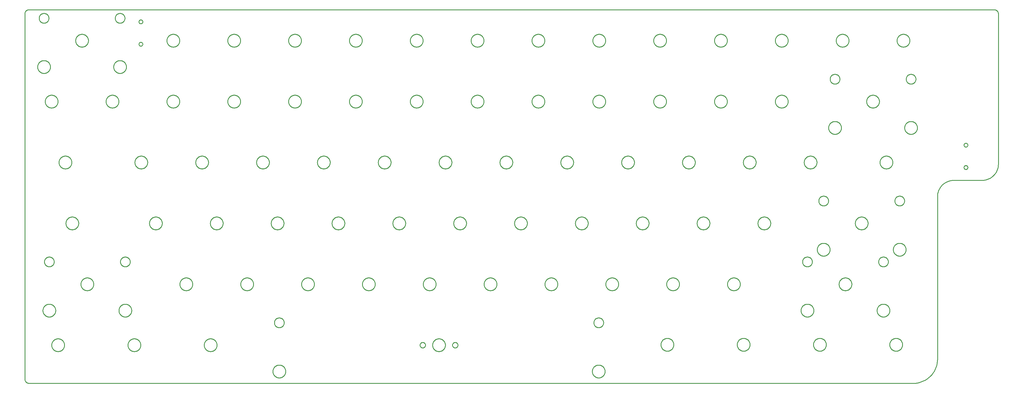
<source format=gbr>
G04 EAGLE Gerber X2 export*
%TF.Part,Single*%
%TF.FileFunction,Profile,NP*%
%TF.FilePolarity,Positive*%
%TF.GenerationSoftware,Autodesk,EAGLE,9.1.2*%
%TF.CreationDate,2018-08-12T18:09:38Z*%
G75*
%MOMM*%
%FSLAX34Y34*%
%LPD*%
%AMOC8*
5,1,8,0,0,1.08239X$1,22.5*%
G01*
%ADD10C,0.254000*%


D10*
X0Y13008D02*
X50Y11874D01*
X198Y10749D01*
X443Y9641D01*
X784Y8559D01*
X1219Y7511D01*
X1743Y6504D01*
X2352Y5547D01*
X3043Y4647D01*
X3810Y3810D01*
X4647Y3043D01*
X5547Y2352D01*
X6504Y1743D01*
X7511Y1219D01*
X8559Y785D01*
X9641Y443D01*
X10749Y198D01*
X11874Y50D01*
X13008Y0D01*
X2781300Y0D01*
X2787941Y290D01*
X2794532Y1158D01*
X2801022Y2596D01*
X2807362Y4595D01*
X2813504Y7139D01*
X2819400Y10209D01*
X2825007Y13781D01*
X2830280Y17827D01*
X2835182Y22318D01*
X2839673Y27220D01*
X2843719Y32493D01*
X2847291Y38100D01*
X2850361Y43997D01*
X2852905Y50138D01*
X2854904Y56478D01*
X2856342Y62968D01*
X2857210Y69559D01*
X2857500Y76200D01*
X2857500Y584200D01*
X2857693Y588628D01*
X2858272Y593021D01*
X2859231Y597348D01*
X2860564Y601575D01*
X2862260Y605669D01*
X2864306Y609600D01*
X2866687Y613338D01*
X2869385Y616854D01*
X2872379Y620121D01*
X2875646Y623115D01*
X2879162Y625813D01*
X2882900Y628194D01*
X2886831Y630240D01*
X2890925Y631936D01*
X2895152Y633269D01*
X2899479Y634228D01*
X2903873Y634807D01*
X2908300Y635000D01*
X2997200Y635000D01*
X3001628Y635193D01*
X3006021Y635772D01*
X3010348Y636731D01*
X3014575Y638064D01*
X3018669Y639760D01*
X3022600Y641806D01*
X3026338Y644187D01*
X3029854Y646885D01*
X3033121Y649879D01*
X3036115Y653146D01*
X3038813Y656662D01*
X3041194Y660400D01*
X3043240Y664331D01*
X3044936Y668425D01*
X3046269Y672652D01*
X3047228Y676979D01*
X3047807Y681373D01*
X3048000Y685800D01*
X3048000Y1155700D01*
X3047952Y1156807D01*
X3047807Y1157905D01*
X3047567Y1158987D01*
X3047234Y1160044D01*
X3046810Y1161067D01*
X3046299Y1162050D01*
X3045703Y1162984D01*
X3045029Y1163863D01*
X3044280Y1164680D01*
X3043463Y1165429D01*
X3042584Y1166103D01*
X3041650Y1166699D01*
X3040667Y1167210D01*
X3039644Y1167634D01*
X3038587Y1167967D01*
X3037505Y1168207D01*
X3036407Y1168352D01*
X3035300Y1168400D01*
X12700Y1168400D01*
X11593Y1168352D01*
X10495Y1168207D01*
X9413Y1167967D01*
X8356Y1167634D01*
X7333Y1167210D01*
X6350Y1166699D01*
X5416Y1166103D01*
X4537Y1165429D01*
X3720Y1164680D01*
X2971Y1163863D01*
X2297Y1162984D01*
X1701Y1162050D01*
X1190Y1161067D01*
X766Y1160044D01*
X433Y1158987D01*
X193Y1157905D01*
X48Y1156807D01*
X0Y1155700D01*
X0Y13008D01*
X384492Y690276D02*
X384419Y689069D01*
X384273Y687869D01*
X384055Y686680D01*
X383766Y685506D01*
X383407Y684352D01*
X382978Y683222D01*
X382482Y682120D01*
X381920Y681049D01*
X381295Y680015D01*
X380608Y679020D01*
X379863Y678069D01*
X379061Y677164D01*
X378206Y676309D01*
X377301Y675508D01*
X376350Y674762D01*
X375355Y674075D01*
X374321Y673450D01*
X373250Y672888D01*
X372148Y672392D01*
X371018Y671963D01*
X369864Y671604D01*
X368690Y671315D01*
X367501Y671097D01*
X366301Y670951D01*
X365094Y670878D01*
X363886Y670878D01*
X362679Y670951D01*
X361479Y671097D01*
X360290Y671315D01*
X359116Y671604D01*
X357962Y671963D01*
X356832Y672392D01*
X355730Y672888D01*
X354659Y673450D01*
X353625Y674075D01*
X352630Y674762D01*
X351679Y675508D01*
X350774Y676309D01*
X349919Y677164D01*
X349118Y678069D01*
X348372Y679020D01*
X347685Y680015D01*
X347060Y681049D01*
X346498Y682120D01*
X346002Y683222D01*
X345573Y684352D01*
X345214Y685506D01*
X344925Y686680D01*
X344707Y687869D01*
X344561Y689069D01*
X344488Y690276D01*
X344488Y691484D01*
X344561Y692691D01*
X344707Y693891D01*
X344925Y695080D01*
X345214Y696254D01*
X345573Y697408D01*
X346002Y698538D01*
X346498Y699640D01*
X347060Y700711D01*
X347685Y701745D01*
X348372Y702740D01*
X349118Y703691D01*
X349919Y704596D01*
X350774Y705451D01*
X351679Y706253D01*
X352630Y706998D01*
X353625Y707685D01*
X354659Y708310D01*
X355730Y708872D01*
X356832Y709368D01*
X357962Y709797D01*
X359116Y710156D01*
X360290Y710445D01*
X361479Y710663D01*
X362679Y710809D01*
X363886Y710882D01*
X365094Y710882D01*
X366301Y710809D01*
X367501Y710663D01*
X368690Y710445D01*
X369864Y710156D01*
X371018Y709797D01*
X372148Y709368D01*
X373250Y708872D01*
X374321Y708310D01*
X375355Y707685D01*
X376350Y706998D01*
X377301Y706253D01*
X378206Y705451D01*
X379061Y704596D01*
X379863Y703691D01*
X380608Y702740D01*
X381295Y701745D01*
X381920Y700711D01*
X382482Y699640D01*
X382978Y698538D01*
X383407Y697408D01*
X383766Y696254D01*
X384055Y695080D01*
X384273Y693891D01*
X384419Y692691D01*
X384492Y691484D01*
X384492Y690276D01*
X574992Y690276D02*
X574919Y689069D01*
X574773Y687869D01*
X574555Y686680D01*
X574266Y685506D01*
X573907Y684352D01*
X573478Y683222D01*
X572982Y682120D01*
X572420Y681049D01*
X571795Y680015D01*
X571108Y679020D01*
X570363Y678069D01*
X569561Y677164D01*
X568706Y676309D01*
X567801Y675508D01*
X566850Y674762D01*
X565855Y674075D01*
X564821Y673450D01*
X563750Y672888D01*
X562648Y672392D01*
X561518Y671963D01*
X560364Y671604D01*
X559190Y671315D01*
X558001Y671097D01*
X556801Y670951D01*
X555594Y670878D01*
X554386Y670878D01*
X553179Y670951D01*
X551979Y671097D01*
X550790Y671315D01*
X549616Y671604D01*
X548462Y671963D01*
X547332Y672392D01*
X546230Y672888D01*
X545159Y673450D01*
X544125Y674075D01*
X543130Y674762D01*
X542179Y675508D01*
X541274Y676309D01*
X540419Y677164D01*
X539618Y678069D01*
X538872Y679020D01*
X538185Y680015D01*
X537560Y681049D01*
X536998Y682120D01*
X536502Y683222D01*
X536073Y684352D01*
X535714Y685506D01*
X535425Y686680D01*
X535207Y687869D01*
X535061Y689069D01*
X534988Y690276D01*
X534988Y691484D01*
X535061Y692691D01*
X535207Y693891D01*
X535425Y695080D01*
X535714Y696254D01*
X536073Y697408D01*
X536502Y698538D01*
X536998Y699640D01*
X537560Y700711D01*
X538185Y701745D01*
X538872Y702740D01*
X539618Y703691D01*
X540419Y704596D01*
X541274Y705451D01*
X542179Y706253D01*
X543130Y706998D01*
X544125Y707685D01*
X545159Y708310D01*
X546230Y708872D01*
X547332Y709368D01*
X548462Y709797D01*
X549616Y710156D01*
X550790Y710445D01*
X551979Y710663D01*
X553179Y710809D01*
X554386Y710882D01*
X555594Y710882D01*
X556801Y710809D01*
X558001Y710663D01*
X559190Y710445D01*
X560364Y710156D01*
X561518Y709797D01*
X562648Y709368D01*
X563750Y708872D01*
X564821Y708310D01*
X565855Y707685D01*
X566850Y706998D01*
X567801Y706253D01*
X568706Y705451D01*
X569561Y704596D01*
X570363Y703691D01*
X571108Y702740D01*
X571795Y701745D01*
X572420Y700711D01*
X572982Y699640D01*
X573478Y698538D01*
X573907Y697408D01*
X574266Y696254D01*
X574555Y695080D01*
X574773Y693891D01*
X574919Y692691D01*
X574992Y691484D01*
X574992Y690276D01*
X765492Y690276D02*
X765419Y689069D01*
X765273Y687869D01*
X765055Y686680D01*
X764766Y685506D01*
X764407Y684352D01*
X763978Y683222D01*
X763482Y682120D01*
X762920Y681049D01*
X762295Y680015D01*
X761608Y679020D01*
X760863Y678069D01*
X760061Y677164D01*
X759206Y676309D01*
X758301Y675508D01*
X757350Y674762D01*
X756355Y674075D01*
X755321Y673450D01*
X754250Y672888D01*
X753148Y672392D01*
X752018Y671963D01*
X750864Y671604D01*
X749690Y671315D01*
X748501Y671097D01*
X747301Y670951D01*
X746094Y670878D01*
X744886Y670878D01*
X743679Y670951D01*
X742479Y671097D01*
X741290Y671315D01*
X740116Y671604D01*
X738962Y671963D01*
X737832Y672392D01*
X736730Y672888D01*
X735659Y673450D01*
X734625Y674075D01*
X733630Y674762D01*
X732679Y675508D01*
X731774Y676309D01*
X730919Y677164D01*
X730118Y678069D01*
X729372Y679020D01*
X728685Y680015D01*
X728060Y681049D01*
X727498Y682120D01*
X727002Y683222D01*
X726573Y684352D01*
X726214Y685506D01*
X725925Y686680D01*
X725707Y687869D01*
X725561Y689069D01*
X725488Y690276D01*
X725488Y691484D01*
X725561Y692691D01*
X725707Y693891D01*
X725925Y695080D01*
X726214Y696254D01*
X726573Y697408D01*
X727002Y698538D01*
X727498Y699640D01*
X728060Y700711D01*
X728685Y701745D01*
X729372Y702740D01*
X730118Y703691D01*
X730919Y704596D01*
X731774Y705451D01*
X732679Y706253D01*
X733630Y706998D01*
X734625Y707685D01*
X735659Y708310D01*
X736730Y708872D01*
X737832Y709368D01*
X738962Y709797D01*
X740116Y710156D01*
X741290Y710445D01*
X742479Y710663D01*
X743679Y710809D01*
X744886Y710882D01*
X746094Y710882D01*
X747301Y710809D01*
X748501Y710663D01*
X749690Y710445D01*
X750864Y710156D01*
X752018Y709797D01*
X753148Y709368D01*
X754250Y708872D01*
X755321Y708310D01*
X756355Y707685D01*
X757350Y706998D01*
X758301Y706253D01*
X759206Y705451D01*
X760061Y704596D01*
X760863Y703691D01*
X761608Y702740D01*
X762295Y701745D01*
X762920Y700711D01*
X763482Y699640D01*
X763978Y698538D01*
X764407Y697408D01*
X764766Y696254D01*
X765055Y695080D01*
X765273Y693891D01*
X765419Y692691D01*
X765492Y691484D01*
X765492Y690276D01*
X955992Y690276D02*
X955919Y689069D01*
X955773Y687869D01*
X955555Y686680D01*
X955266Y685506D01*
X954907Y684352D01*
X954478Y683222D01*
X953982Y682120D01*
X953420Y681049D01*
X952795Y680015D01*
X952108Y679020D01*
X951363Y678069D01*
X950561Y677164D01*
X949706Y676309D01*
X948801Y675508D01*
X947850Y674762D01*
X946855Y674075D01*
X945821Y673450D01*
X944750Y672888D01*
X943648Y672392D01*
X942518Y671963D01*
X941364Y671604D01*
X940190Y671315D01*
X939001Y671097D01*
X937801Y670951D01*
X936594Y670878D01*
X935386Y670878D01*
X934179Y670951D01*
X932979Y671097D01*
X931790Y671315D01*
X930616Y671604D01*
X929462Y671963D01*
X928332Y672392D01*
X927230Y672888D01*
X926159Y673450D01*
X925125Y674075D01*
X924130Y674762D01*
X923179Y675508D01*
X922274Y676309D01*
X921419Y677164D01*
X920618Y678069D01*
X919872Y679020D01*
X919185Y680015D01*
X918560Y681049D01*
X917998Y682120D01*
X917502Y683222D01*
X917073Y684352D01*
X916714Y685506D01*
X916425Y686680D01*
X916207Y687869D01*
X916061Y689069D01*
X915988Y690276D01*
X915988Y691484D01*
X916061Y692691D01*
X916207Y693891D01*
X916425Y695080D01*
X916714Y696254D01*
X917073Y697408D01*
X917502Y698538D01*
X917998Y699640D01*
X918560Y700711D01*
X919185Y701745D01*
X919872Y702740D01*
X920618Y703691D01*
X921419Y704596D01*
X922274Y705451D01*
X923179Y706253D01*
X924130Y706998D01*
X925125Y707685D01*
X926159Y708310D01*
X927230Y708872D01*
X928332Y709368D01*
X929462Y709797D01*
X930616Y710156D01*
X931790Y710445D01*
X932979Y710663D01*
X934179Y710809D01*
X935386Y710882D01*
X936594Y710882D01*
X937801Y710809D01*
X939001Y710663D01*
X940190Y710445D01*
X941364Y710156D01*
X942518Y709797D01*
X943648Y709368D01*
X944750Y708872D01*
X945821Y708310D01*
X946855Y707685D01*
X947850Y706998D01*
X948801Y706253D01*
X949706Y705451D01*
X950561Y704596D01*
X951363Y703691D01*
X952108Y702740D01*
X952795Y701745D01*
X953420Y700711D01*
X953982Y699640D01*
X954478Y698538D01*
X954907Y697408D01*
X955266Y696254D01*
X955555Y695080D01*
X955773Y693891D01*
X955919Y692691D01*
X955992Y691484D01*
X955992Y690276D01*
X1146492Y690276D02*
X1146419Y689069D01*
X1146273Y687869D01*
X1146055Y686680D01*
X1145766Y685506D01*
X1145407Y684352D01*
X1144978Y683222D01*
X1144482Y682120D01*
X1143920Y681049D01*
X1143295Y680015D01*
X1142608Y679020D01*
X1141863Y678069D01*
X1141061Y677164D01*
X1140206Y676309D01*
X1139301Y675508D01*
X1138350Y674762D01*
X1137355Y674075D01*
X1136321Y673450D01*
X1135250Y672888D01*
X1134148Y672392D01*
X1133018Y671963D01*
X1131864Y671604D01*
X1130690Y671315D01*
X1129501Y671097D01*
X1128301Y670951D01*
X1127094Y670878D01*
X1125886Y670878D01*
X1124679Y670951D01*
X1123479Y671097D01*
X1122290Y671315D01*
X1121116Y671604D01*
X1119962Y671963D01*
X1118832Y672392D01*
X1117730Y672888D01*
X1116659Y673450D01*
X1115625Y674075D01*
X1114630Y674762D01*
X1113679Y675508D01*
X1112774Y676309D01*
X1111919Y677164D01*
X1111118Y678069D01*
X1110372Y679020D01*
X1109685Y680015D01*
X1109060Y681049D01*
X1108498Y682120D01*
X1108002Y683222D01*
X1107573Y684352D01*
X1107214Y685506D01*
X1106925Y686680D01*
X1106707Y687869D01*
X1106561Y689069D01*
X1106488Y690276D01*
X1106488Y691484D01*
X1106561Y692691D01*
X1106707Y693891D01*
X1106925Y695080D01*
X1107214Y696254D01*
X1107573Y697408D01*
X1108002Y698538D01*
X1108498Y699640D01*
X1109060Y700711D01*
X1109685Y701745D01*
X1110372Y702740D01*
X1111118Y703691D01*
X1111919Y704596D01*
X1112774Y705451D01*
X1113679Y706253D01*
X1114630Y706998D01*
X1115625Y707685D01*
X1116659Y708310D01*
X1117730Y708872D01*
X1118832Y709368D01*
X1119962Y709797D01*
X1121116Y710156D01*
X1122290Y710445D01*
X1123479Y710663D01*
X1124679Y710809D01*
X1125886Y710882D01*
X1127094Y710882D01*
X1128301Y710809D01*
X1129501Y710663D01*
X1130690Y710445D01*
X1131864Y710156D01*
X1133018Y709797D01*
X1134148Y709368D01*
X1135250Y708872D01*
X1136321Y708310D01*
X1137355Y707685D01*
X1138350Y706998D01*
X1139301Y706253D01*
X1140206Y705451D01*
X1141061Y704596D01*
X1141863Y703691D01*
X1142608Y702740D01*
X1143295Y701745D01*
X1143920Y700711D01*
X1144482Y699640D01*
X1144978Y698538D01*
X1145407Y697408D01*
X1145766Y696254D01*
X1146055Y695080D01*
X1146273Y693891D01*
X1146419Y692691D01*
X1146492Y691484D01*
X1146492Y690276D01*
X1336992Y690276D02*
X1336919Y689069D01*
X1336773Y687869D01*
X1336555Y686680D01*
X1336266Y685506D01*
X1335907Y684352D01*
X1335478Y683222D01*
X1334982Y682120D01*
X1334420Y681049D01*
X1333795Y680015D01*
X1333108Y679020D01*
X1332363Y678069D01*
X1331561Y677164D01*
X1330706Y676309D01*
X1329801Y675508D01*
X1328850Y674762D01*
X1327855Y674075D01*
X1326821Y673450D01*
X1325750Y672888D01*
X1324648Y672392D01*
X1323518Y671963D01*
X1322364Y671604D01*
X1321190Y671315D01*
X1320001Y671097D01*
X1318801Y670951D01*
X1317594Y670878D01*
X1316386Y670878D01*
X1315179Y670951D01*
X1313979Y671097D01*
X1312790Y671315D01*
X1311616Y671604D01*
X1310462Y671963D01*
X1309332Y672392D01*
X1308230Y672888D01*
X1307159Y673450D01*
X1306125Y674075D01*
X1305130Y674762D01*
X1304179Y675508D01*
X1303274Y676309D01*
X1302419Y677164D01*
X1301618Y678069D01*
X1300872Y679020D01*
X1300185Y680015D01*
X1299560Y681049D01*
X1298998Y682120D01*
X1298502Y683222D01*
X1298073Y684352D01*
X1297714Y685506D01*
X1297425Y686680D01*
X1297207Y687869D01*
X1297061Y689069D01*
X1296988Y690276D01*
X1296988Y691484D01*
X1297061Y692691D01*
X1297207Y693891D01*
X1297425Y695080D01*
X1297714Y696254D01*
X1298073Y697408D01*
X1298502Y698538D01*
X1298998Y699640D01*
X1299560Y700711D01*
X1300185Y701745D01*
X1300872Y702740D01*
X1301618Y703691D01*
X1302419Y704596D01*
X1303274Y705451D01*
X1304179Y706253D01*
X1305130Y706998D01*
X1306125Y707685D01*
X1307159Y708310D01*
X1308230Y708872D01*
X1309332Y709368D01*
X1310462Y709797D01*
X1311616Y710156D01*
X1312790Y710445D01*
X1313979Y710663D01*
X1315179Y710809D01*
X1316386Y710882D01*
X1317594Y710882D01*
X1318801Y710809D01*
X1320001Y710663D01*
X1321190Y710445D01*
X1322364Y710156D01*
X1323518Y709797D01*
X1324648Y709368D01*
X1325750Y708872D01*
X1326821Y708310D01*
X1327855Y707685D01*
X1328850Y706998D01*
X1329801Y706253D01*
X1330706Y705451D01*
X1331561Y704596D01*
X1332363Y703691D01*
X1333108Y702740D01*
X1333795Y701745D01*
X1334420Y700711D01*
X1334982Y699640D01*
X1335478Y698538D01*
X1335907Y697408D01*
X1336266Y696254D01*
X1336555Y695080D01*
X1336773Y693891D01*
X1336919Y692691D01*
X1336992Y691484D01*
X1336992Y690276D01*
X1527492Y690276D02*
X1527419Y689069D01*
X1527273Y687869D01*
X1527055Y686680D01*
X1526766Y685506D01*
X1526407Y684352D01*
X1525978Y683222D01*
X1525482Y682120D01*
X1524920Y681049D01*
X1524295Y680015D01*
X1523608Y679020D01*
X1522863Y678069D01*
X1522061Y677164D01*
X1521206Y676309D01*
X1520301Y675508D01*
X1519350Y674762D01*
X1518355Y674075D01*
X1517321Y673450D01*
X1516250Y672888D01*
X1515148Y672392D01*
X1514018Y671963D01*
X1512864Y671604D01*
X1511690Y671315D01*
X1510501Y671097D01*
X1509301Y670951D01*
X1508094Y670878D01*
X1506886Y670878D01*
X1505679Y670951D01*
X1504479Y671097D01*
X1503290Y671315D01*
X1502116Y671604D01*
X1500962Y671963D01*
X1499832Y672392D01*
X1498730Y672888D01*
X1497659Y673450D01*
X1496625Y674075D01*
X1495630Y674762D01*
X1494679Y675508D01*
X1493774Y676309D01*
X1492919Y677164D01*
X1492118Y678069D01*
X1491372Y679020D01*
X1490685Y680015D01*
X1490060Y681049D01*
X1489498Y682120D01*
X1489002Y683222D01*
X1488573Y684352D01*
X1488214Y685506D01*
X1487925Y686680D01*
X1487707Y687869D01*
X1487561Y689069D01*
X1487488Y690276D01*
X1487488Y691484D01*
X1487561Y692691D01*
X1487707Y693891D01*
X1487925Y695080D01*
X1488214Y696254D01*
X1488573Y697408D01*
X1489002Y698538D01*
X1489498Y699640D01*
X1490060Y700711D01*
X1490685Y701745D01*
X1491372Y702740D01*
X1492118Y703691D01*
X1492919Y704596D01*
X1493774Y705451D01*
X1494679Y706253D01*
X1495630Y706998D01*
X1496625Y707685D01*
X1497659Y708310D01*
X1498730Y708872D01*
X1499832Y709368D01*
X1500962Y709797D01*
X1502116Y710156D01*
X1503290Y710445D01*
X1504479Y710663D01*
X1505679Y710809D01*
X1506886Y710882D01*
X1508094Y710882D01*
X1509301Y710809D01*
X1510501Y710663D01*
X1511690Y710445D01*
X1512864Y710156D01*
X1514018Y709797D01*
X1515148Y709368D01*
X1516250Y708872D01*
X1517321Y708310D01*
X1518355Y707685D01*
X1519350Y706998D01*
X1520301Y706253D01*
X1521206Y705451D01*
X1522061Y704596D01*
X1522863Y703691D01*
X1523608Y702740D01*
X1524295Y701745D01*
X1524920Y700711D01*
X1525482Y699640D01*
X1525978Y698538D01*
X1526407Y697408D01*
X1526766Y696254D01*
X1527055Y695080D01*
X1527273Y693891D01*
X1527419Y692691D01*
X1527492Y691484D01*
X1527492Y690276D01*
X1717992Y690276D02*
X1717919Y689069D01*
X1717773Y687869D01*
X1717555Y686680D01*
X1717266Y685506D01*
X1716907Y684352D01*
X1716478Y683222D01*
X1715982Y682120D01*
X1715420Y681049D01*
X1714795Y680015D01*
X1714108Y679020D01*
X1713363Y678069D01*
X1712561Y677164D01*
X1711706Y676309D01*
X1710801Y675508D01*
X1709850Y674762D01*
X1708855Y674075D01*
X1707821Y673450D01*
X1706750Y672888D01*
X1705648Y672392D01*
X1704518Y671963D01*
X1703364Y671604D01*
X1702190Y671315D01*
X1701001Y671097D01*
X1699801Y670951D01*
X1698594Y670878D01*
X1697386Y670878D01*
X1696179Y670951D01*
X1694979Y671097D01*
X1693790Y671315D01*
X1692616Y671604D01*
X1691462Y671963D01*
X1690332Y672392D01*
X1689230Y672888D01*
X1688159Y673450D01*
X1687125Y674075D01*
X1686130Y674762D01*
X1685179Y675508D01*
X1684274Y676309D01*
X1683419Y677164D01*
X1682618Y678069D01*
X1681872Y679020D01*
X1681185Y680015D01*
X1680560Y681049D01*
X1679998Y682120D01*
X1679502Y683222D01*
X1679073Y684352D01*
X1678714Y685506D01*
X1678425Y686680D01*
X1678207Y687869D01*
X1678061Y689069D01*
X1677988Y690276D01*
X1677988Y691484D01*
X1678061Y692691D01*
X1678207Y693891D01*
X1678425Y695080D01*
X1678714Y696254D01*
X1679073Y697408D01*
X1679502Y698538D01*
X1679998Y699640D01*
X1680560Y700711D01*
X1681185Y701745D01*
X1681872Y702740D01*
X1682618Y703691D01*
X1683419Y704596D01*
X1684274Y705451D01*
X1685179Y706253D01*
X1686130Y706998D01*
X1687125Y707685D01*
X1688159Y708310D01*
X1689230Y708872D01*
X1690332Y709368D01*
X1691462Y709797D01*
X1692616Y710156D01*
X1693790Y710445D01*
X1694979Y710663D01*
X1696179Y710809D01*
X1697386Y710882D01*
X1698594Y710882D01*
X1699801Y710809D01*
X1701001Y710663D01*
X1702190Y710445D01*
X1703364Y710156D01*
X1704518Y709797D01*
X1705648Y709368D01*
X1706750Y708872D01*
X1707821Y708310D01*
X1708855Y707685D01*
X1709850Y706998D01*
X1710801Y706253D01*
X1711706Y705451D01*
X1712561Y704596D01*
X1713363Y703691D01*
X1714108Y702740D01*
X1714795Y701745D01*
X1715420Y700711D01*
X1715982Y699640D01*
X1716478Y698538D01*
X1716907Y697408D01*
X1717266Y696254D01*
X1717555Y695080D01*
X1717773Y693891D01*
X1717919Y692691D01*
X1717992Y691484D01*
X1717992Y690276D01*
X1908492Y690276D02*
X1908419Y689069D01*
X1908273Y687869D01*
X1908055Y686680D01*
X1907766Y685506D01*
X1907407Y684352D01*
X1906978Y683222D01*
X1906482Y682120D01*
X1905920Y681049D01*
X1905295Y680015D01*
X1904608Y679020D01*
X1903863Y678069D01*
X1903061Y677164D01*
X1902206Y676309D01*
X1901301Y675508D01*
X1900350Y674762D01*
X1899355Y674075D01*
X1898321Y673450D01*
X1897250Y672888D01*
X1896148Y672392D01*
X1895018Y671963D01*
X1893864Y671604D01*
X1892690Y671315D01*
X1891501Y671097D01*
X1890301Y670951D01*
X1889094Y670878D01*
X1887886Y670878D01*
X1886679Y670951D01*
X1885479Y671097D01*
X1884290Y671315D01*
X1883116Y671604D01*
X1881962Y671963D01*
X1880832Y672392D01*
X1879730Y672888D01*
X1878659Y673450D01*
X1877625Y674075D01*
X1876630Y674762D01*
X1875679Y675508D01*
X1874774Y676309D01*
X1873919Y677164D01*
X1873118Y678069D01*
X1872372Y679020D01*
X1871685Y680015D01*
X1871060Y681049D01*
X1870498Y682120D01*
X1870002Y683222D01*
X1869573Y684352D01*
X1869214Y685506D01*
X1868925Y686680D01*
X1868707Y687869D01*
X1868561Y689069D01*
X1868488Y690276D01*
X1868488Y691484D01*
X1868561Y692691D01*
X1868707Y693891D01*
X1868925Y695080D01*
X1869214Y696254D01*
X1869573Y697408D01*
X1870002Y698538D01*
X1870498Y699640D01*
X1871060Y700711D01*
X1871685Y701745D01*
X1872372Y702740D01*
X1873118Y703691D01*
X1873919Y704596D01*
X1874774Y705451D01*
X1875679Y706253D01*
X1876630Y706998D01*
X1877625Y707685D01*
X1878659Y708310D01*
X1879730Y708872D01*
X1880832Y709368D01*
X1881962Y709797D01*
X1883116Y710156D01*
X1884290Y710445D01*
X1885479Y710663D01*
X1886679Y710809D01*
X1887886Y710882D01*
X1889094Y710882D01*
X1890301Y710809D01*
X1891501Y710663D01*
X1892690Y710445D01*
X1893864Y710156D01*
X1895018Y709797D01*
X1896148Y709368D01*
X1897250Y708872D01*
X1898321Y708310D01*
X1899355Y707685D01*
X1900350Y706998D01*
X1901301Y706253D01*
X1902206Y705451D01*
X1903061Y704596D01*
X1903863Y703691D01*
X1904608Y702740D01*
X1905295Y701745D01*
X1905920Y700711D01*
X1906482Y699640D01*
X1906978Y698538D01*
X1907407Y697408D01*
X1907766Y696254D01*
X1908055Y695080D01*
X1908273Y693891D01*
X1908419Y692691D01*
X1908492Y691484D01*
X1908492Y690276D01*
X2098992Y690276D02*
X2098919Y689069D01*
X2098773Y687869D01*
X2098555Y686680D01*
X2098266Y685506D01*
X2097907Y684352D01*
X2097478Y683222D01*
X2096982Y682120D01*
X2096420Y681049D01*
X2095795Y680015D01*
X2095108Y679020D01*
X2094363Y678069D01*
X2093561Y677164D01*
X2092706Y676309D01*
X2091801Y675508D01*
X2090850Y674762D01*
X2089855Y674075D01*
X2088821Y673450D01*
X2087750Y672888D01*
X2086648Y672392D01*
X2085518Y671963D01*
X2084364Y671604D01*
X2083190Y671315D01*
X2082001Y671097D01*
X2080801Y670951D01*
X2079594Y670878D01*
X2078386Y670878D01*
X2077179Y670951D01*
X2075979Y671097D01*
X2074790Y671315D01*
X2073616Y671604D01*
X2072462Y671963D01*
X2071332Y672392D01*
X2070230Y672888D01*
X2069159Y673450D01*
X2068125Y674075D01*
X2067130Y674762D01*
X2066179Y675508D01*
X2065274Y676309D01*
X2064419Y677164D01*
X2063618Y678069D01*
X2062872Y679020D01*
X2062185Y680015D01*
X2061560Y681049D01*
X2060998Y682120D01*
X2060502Y683222D01*
X2060073Y684352D01*
X2059714Y685506D01*
X2059425Y686680D01*
X2059207Y687869D01*
X2059061Y689069D01*
X2058988Y690276D01*
X2058988Y691484D01*
X2059061Y692691D01*
X2059207Y693891D01*
X2059425Y695080D01*
X2059714Y696254D01*
X2060073Y697408D01*
X2060502Y698538D01*
X2060998Y699640D01*
X2061560Y700711D01*
X2062185Y701745D01*
X2062872Y702740D01*
X2063618Y703691D01*
X2064419Y704596D01*
X2065274Y705451D01*
X2066179Y706253D01*
X2067130Y706998D01*
X2068125Y707685D01*
X2069159Y708310D01*
X2070230Y708872D01*
X2071332Y709368D01*
X2072462Y709797D01*
X2073616Y710156D01*
X2074790Y710445D01*
X2075979Y710663D01*
X2077179Y710809D01*
X2078386Y710882D01*
X2079594Y710882D01*
X2080801Y710809D01*
X2082001Y710663D01*
X2083190Y710445D01*
X2084364Y710156D01*
X2085518Y709797D01*
X2086648Y709368D01*
X2087750Y708872D01*
X2088821Y708310D01*
X2089855Y707685D01*
X2090850Y706998D01*
X2091801Y706253D01*
X2092706Y705451D01*
X2093561Y704596D01*
X2094363Y703691D01*
X2095108Y702740D01*
X2095795Y701745D01*
X2096420Y700711D01*
X2096982Y699640D01*
X2097478Y698538D01*
X2097907Y697408D01*
X2098266Y696254D01*
X2098555Y695080D01*
X2098773Y693891D01*
X2098919Y692691D01*
X2098992Y691484D01*
X2098992Y690276D01*
X2289492Y690276D02*
X2289419Y689069D01*
X2289273Y687869D01*
X2289055Y686680D01*
X2288766Y685506D01*
X2288407Y684352D01*
X2287978Y683222D01*
X2287482Y682120D01*
X2286920Y681049D01*
X2286295Y680015D01*
X2285608Y679020D01*
X2284863Y678069D01*
X2284061Y677164D01*
X2283206Y676309D01*
X2282301Y675508D01*
X2281350Y674762D01*
X2280355Y674075D01*
X2279321Y673450D01*
X2278250Y672888D01*
X2277148Y672392D01*
X2276018Y671963D01*
X2274864Y671604D01*
X2273690Y671315D01*
X2272501Y671097D01*
X2271301Y670951D01*
X2270094Y670878D01*
X2268886Y670878D01*
X2267679Y670951D01*
X2266479Y671097D01*
X2265290Y671315D01*
X2264116Y671604D01*
X2262962Y671963D01*
X2261832Y672392D01*
X2260730Y672888D01*
X2259659Y673450D01*
X2258625Y674075D01*
X2257630Y674762D01*
X2256679Y675508D01*
X2255774Y676309D01*
X2254919Y677164D01*
X2254118Y678069D01*
X2253372Y679020D01*
X2252685Y680015D01*
X2252060Y681049D01*
X2251498Y682120D01*
X2251002Y683222D01*
X2250573Y684352D01*
X2250214Y685506D01*
X2249925Y686680D01*
X2249707Y687869D01*
X2249561Y689069D01*
X2249488Y690276D01*
X2249488Y691484D01*
X2249561Y692691D01*
X2249707Y693891D01*
X2249925Y695080D01*
X2250214Y696254D01*
X2250573Y697408D01*
X2251002Y698538D01*
X2251498Y699640D01*
X2252060Y700711D01*
X2252685Y701745D01*
X2253372Y702740D01*
X2254118Y703691D01*
X2254919Y704596D01*
X2255774Y705451D01*
X2256679Y706253D01*
X2257630Y706998D01*
X2258625Y707685D01*
X2259659Y708310D01*
X2260730Y708872D01*
X2261832Y709368D01*
X2262962Y709797D01*
X2264116Y710156D01*
X2265290Y710445D01*
X2266479Y710663D01*
X2267679Y710809D01*
X2268886Y710882D01*
X2270094Y710882D01*
X2271301Y710809D01*
X2272501Y710663D01*
X2273690Y710445D01*
X2274864Y710156D01*
X2276018Y709797D01*
X2277148Y709368D01*
X2278250Y708872D01*
X2279321Y708310D01*
X2280355Y707685D01*
X2281350Y706998D01*
X2282301Y706253D01*
X2283206Y705451D01*
X2284061Y704596D01*
X2284863Y703691D01*
X2285608Y702740D01*
X2286295Y701745D01*
X2286920Y700711D01*
X2287482Y699640D01*
X2287978Y698538D01*
X2288407Y697408D01*
X2288766Y696254D01*
X2289055Y695080D01*
X2289273Y693891D01*
X2289419Y692691D01*
X2289492Y691484D01*
X2289492Y690276D01*
X2479992Y690276D02*
X2479919Y689069D01*
X2479773Y687869D01*
X2479555Y686680D01*
X2479266Y685506D01*
X2478907Y684352D01*
X2478478Y683222D01*
X2477982Y682120D01*
X2477420Y681049D01*
X2476795Y680015D01*
X2476108Y679020D01*
X2475363Y678069D01*
X2474561Y677164D01*
X2473706Y676309D01*
X2472801Y675508D01*
X2471850Y674762D01*
X2470855Y674075D01*
X2469821Y673450D01*
X2468750Y672888D01*
X2467648Y672392D01*
X2466518Y671963D01*
X2465364Y671604D01*
X2464190Y671315D01*
X2463001Y671097D01*
X2461801Y670951D01*
X2460594Y670878D01*
X2459386Y670878D01*
X2458179Y670951D01*
X2456979Y671097D01*
X2455790Y671315D01*
X2454616Y671604D01*
X2453462Y671963D01*
X2452332Y672392D01*
X2451230Y672888D01*
X2450159Y673450D01*
X2449125Y674075D01*
X2448130Y674762D01*
X2447179Y675508D01*
X2446274Y676309D01*
X2445419Y677164D01*
X2444618Y678069D01*
X2443872Y679020D01*
X2443185Y680015D01*
X2442560Y681049D01*
X2441998Y682120D01*
X2441502Y683222D01*
X2441073Y684352D01*
X2440714Y685506D01*
X2440425Y686680D01*
X2440207Y687869D01*
X2440061Y689069D01*
X2439988Y690276D01*
X2439988Y691484D01*
X2440061Y692691D01*
X2440207Y693891D01*
X2440425Y695080D01*
X2440714Y696254D01*
X2441073Y697408D01*
X2441502Y698538D01*
X2441998Y699640D01*
X2442560Y700711D01*
X2443185Y701745D01*
X2443872Y702740D01*
X2444618Y703691D01*
X2445419Y704596D01*
X2446274Y705451D01*
X2447179Y706253D01*
X2448130Y706998D01*
X2449125Y707685D01*
X2450159Y708310D01*
X2451230Y708872D01*
X2452332Y709368D01*
X2453462Y709797D01*
X2454616Y710156D01*
X2455790Y710445D01*
X2456979Y710663D01*
X2458179Y710809D01*
X2459386Y710882D01*
X2460594Y710882D01*
X2461801Y710809D01*
X2463001Y710663D01*
X2464190Y710445D01*
X2465364Y710156D01*
X2466518Y709797D01*
X2467648Y709368D01*
X2468750Y708872D01*
X2469821Y708310D01*
X2470855Y707685D01*
X2471850Y706998D01*
X2472801Y706253D01*
X2473706Y705451D01*
X2474561Y704596D01*
X2475363Y703691D01*
X2476108Y702740D01*
X2476795Y701745D01*
X2477420Y700711D01*
X2477982Y699640D01*
X2478478Y698538D01*
X2478907Y697408D01*
X2479266Y696254D01*
X2479555Y695080D01*
X2479773Y693891D01*
X2479919Y692691D01*
X2479992Y691484D01*
X2479992Y690276D01*
X2717482Y690276D02*
X2717409Y689069D01*
X2717263Y687869D01*
X2717045Y686680D01*
X2716756Y685506D01*
X2716397Y684352D01*
X2715968Y683222D01*
X2715472Y682120D01*
X2714910Y681049D01*
X2714285Y680015D01*
X2713598Y679020D01*
X2712853Y678069D01*
X2712051Y677164D01*
X2711196Y676309D01*
X2710291Y675508D01*
X2709340Y674762D01*
X2708345Y674075D01*
X2707311Y673450D01*
X2706240Y672888D01*
X2705138Y672392D01*
X2704008Y671963D01*
X2702854Y671604D01*
X2701680Y671315D01*
X2700491Y671097D01*
X2699291Y670951D01*
X2698084Y670878D01*
X2696876Y670878D01*
X2695669Y670951D01*
X2694469Y671097D01*
X2693280Y671315D01*
X2692106Y671604D01*
X2690952Y671963D01*
X2689822Y672392D01*
X2688720Y672888D01*
X2687649Y673450D01*
X2686615Y674075D01*
X2685620Y674762D01*
X2684669Y675508D01*
X2683764Y676309D01*
X2682909Y677164D01*
X2682108Y678069D01*
X2681362Y679020D01*
X2680675Y680015D01*
X2680050Y681049D01*
X2679488Y682120D01*
X2678992Y683222D01*
X2678563Y684352D01*
X2678204Y685506D01*
X2677915Y686680D01*
X2677697Y687869D01*
X2677551Y689069D01*
X2677478Y690276D01*
X2677478Y691484D01*
X2677551Y692691D01*
X2677697Y693891D01*
X2677915Y695080D01*
X2678204Y696254D01*
X2678563Y697408D01*
X2678992Y698538D01*
X2679488Y699640D01*
X2680050Y700711D01*
X2680675Y701745D01*
X2681362Y702740D01*
X2682108Y703691D01*
X2682909Y704596D01*
X2683764Y705451D01*
X2684669Y706253D01*
X2685620Y706998D01*
X2686615Y707685D01*
X2687649Y708310D01*
X2688720Y708872D01*
X2689822Y709368D01*
X2690952Y709797D01*
X2692106Y710156D01*
X2693280Y710445D01*
X2694469Y710663D01*
X2695669Y710809D01*
X2696876Y710882D01*
X2698084Y710882D01*
X2699291Y710809D01*
X2700491Y710663D01*
X2701680Y710445D01*
X2702854Y710156D01*
X2704008Y709797D01*
X2705138Y709368D01*
X2706240Y708872D01*
X2707311Y708310D01*
X2708345Y707685D01*
X2709340Y706998D01*
X2710291Y706253D01*
X2711196Y705451D01*
X2712051Y704596D01*
X2712853Y703691D01*
X2713598Y702740D01*
X2714285Y701745D01*
X2714910Y700711D01*
X2715472Y699640D01*
X2715968Y698538D01*
X2716397Y697408D01*
X2716756Y696254D01*
X2717045Y695080D01*
X2717263Y693891D01*
X2717409Y692691D01*
X2717482Y691484D01*
X2717482Y690276D01*
X430212Y499776D02*
X430139Y498569D01*
X429993Y497369D01*
X429775Y496180D01*
X429486Y495006D01*
X429127Y493852D01*
X428698Y492722D01*
X428202Y491620D01*
X427640Y490549D01*
X427015Y489515D01*
X426328Y488520D01*
X425583Y487569D01*
X424781Y486664D01*
X423926Y485809D01*
X423021Y485008D01*
X422070Y484262D01*
X421075Y483575D01*
X420041Y482950D01*
X418970Y482388D01*
X417868Y481892D01*
X416738Y481463D01*
X415584Y481104D01*
X414410Y480815D01*
X413221Y480597D01*
X412021Y480451D01*
X410814Y480378D01*
X409606Y480378D01*
X408399Y480451D01*
X407199Y480597D01*
X406010Y480815D01*
X404836Y481104D01*
X403682Y481463D01*
X402552Y481892D01*
X401450Y482388D01*
X400379Y482950D01*
X399345Y483575D01*
X398350Y484262D01*
X397399Y485008D01*
X396494Y485809D01*
X395639Y486664D01*
X394838Y487569D01*
X394092Y488520D01*
X393405Y489515D01*
X392780Y490549D01*
X392218Y491620D01*
X391722Y492722D01*
X391293Y493852D01*
X390934Y495006D01*
X390645Y496180D01*
X390427Y497369D01*
X390281Y498569D01*
X390208Y499776D01*
X390208Y500984D01*
X390281Y502191D01*
X390427Y503391D01*
X390645Y504580D01*
X390934Y505754D01*
X391293Y506908D01*
X391722Y508038D01*
X392218Y509140D01*
X392780Y510211D01*
X393405Y511245D01*
X394092Y512240D01*
X394838Y513191D01*
X395639Y514096D01*
X396494Y514951D01*
X397399Y515753D01*
X398350Y516498D01*
X399345Y517185D01*
X400379Y517810D01*
X401450Y518372D01*
X402552Y518868D01*
X403682Y519297D01*
X404836Y519656D01*
X406010Y519945D01*
X407199Y520163D01*
X408399Y520309D01*
X409606Y520382D01*
X410814Y520382D01*
X412021Y520309D01*
X413221Y520163D01*
X414410Y519945D01*
X415584Y519656D01*
X416738Y519297D01*
X417868Y518868D01*
X418970Y518372D01*
X420041Y517810D01*
X421075Y517185D01*
X422070Y516498D01*
X423021Y515753D01*
X423926Y514951D01*
X424781Y514096D01*
X425583Y513191D01*
X426328Y512240D01*
X427015Y511245D01*
X427640Y510211D01*
X428202Y509140D01*
X428698Y508038D01*
X429127Y506908D01*
X429486Y505754D01*
X429775Y504580D01*
X429993Y503391D01*
X430139Y502191D01*
X430212Y500984D01*
X430212Y499776D01*
X620712Y499776D02*
X620639Y498569D01*
X620493Y497369D01*
X620275Y496180D01*
X619986Y495006D01*
X619627Y493852D01*
X619198Y492722D01*
X618702Y491620D01*
X618140Y490549D01*
X617515Y489515D01*
X616828Y488520D01*
X616083Y487569D01*
X615281Y486664D01*
X614426Y485809D01*
X613521Y485008D01*
X612570Y484262D01*
X611575Y483575D01*
X610541Y482950D01*
X609470Y482388D01*
X608368Y481892D01*
X607238Y481463D01*
X606084Y481104D01*
X604910Y480815D01*
X603721Y480597D01*
X602521Y480451D01*
X601314Y480378D01*
X600106Y480378D01*
X598899Y480451D01*
X597699Y480597D01*
X596510Y480815D01*
X595336Y481104D01*
X594182Y481463D01*
X593052Y481892D01*
X591950Y482388D01*
X590879Y482950D01*
X589845Y483575D01*
X588850Y484262D01*
X587899Y485008D01*
X586994Y485809D01*
X586139Y486664D01*
X585338Y487569D01*
X584592Y488520D01*
X583905Y489515D01*
X583280Y490549D01*
X582718Y491620D01*
X582222Y492722D01*
X581793Y493852D01*
X581434Y495006D01*
X581145Y496180D01*
X580927Y497369D01*
X580781Y498569D01*
X580708Y499776D01*
X580708Y500984D01*
X580781Y502191D01*
X580927Y503391D01*
X581145Y504580D01*
X581434Y505754D01*
X581793Y506908D01*
X582222Y508038D01*
X582718Y509140D01*
X583280Y510211D01*
X583905Y511245D01*
X584592Y512240D01*
X585338Y513191D01*
X586139Y514096D01*
X586994Y514951D01*
X587899Y515753D01*
X588850Y516498D01*
X589845Y517185D01*
X590879Y517810D01*
X591950Y518372D01*
X593052Y518868D01*
X594182Y519297D01*
X595336Y519656D01*
X596510Y519945D01*
X597699Y520163D01*
X598899Y520309D01*
X600106Y520382D01*
X601314Y520382D01*
X602521Y520309D01*
X603721Y520163D01*
X604910Y519945D01*
X606084Y519656D01*
X607238Y519297D01*
X608368Y518868D01*
X609470Y518372D01*
X610541Y517810D01*
X611575Y517185D01*
X612570Y516498D01*
X613521Y515753D01*
X614426Y514951D01*
X615281Y514096D01*
X616083Y513191D01*
X616828Y512240D01*
X617515Y511245D01*
X618140Y510211D01*
X618702Y509140D01*
X619198Y508038D01*
X619627Y506908D01*
X619986Y505754D01*
X620275Y504580D01*
X620493Y503391D01*
X620639Y502191D01*
X620712Y500984D01*
X620712Y499776D01*
X811212Y499776D02*
X811139Y498569D01*
X810993Y497369D01*
X810775Y496180D01*
X810486Y495006D01*
X810127Y493852D01*
X809698Y492722D01*
X809202Y491620D01*
X808640Y490549D01*
X808015Y489515D01*
X807328Y488520D01*
X806583Y487569D01*
X805781Y486664D01*
X804926Y485809D01*
X804021Y485008D01*
X803070Y484262D01*
X802075Y483575D01*
X801041Y482950D01*
X799970Y482388D01*
X798868Y481892D01*
X797738Y481463D01*
X796584Y481104D01*
X795410Y480815D01*
X794221Y480597D01*
X793021Y480451D01*
X791814Y480378D01*
X790606Y480378D01*
X789399Y480451D01*
X788199Y480597D01*
X787010Y480815D01*
X785836Y481104D01*
X784682Y481463D01*
X783552Y481892D01*
X782450Y482388D01*
X781379Y482950D01*
X780345Y483575D01*
X779350Y484262D01*
X778399Y485008D01*
X777494Y485809D01*
X776639Y486664D01*
X775838Y487569D01*
X775092Y488520D01*
X774405Y489515D01*
X773780Y490549D01*
X773218Y491620D01*
X772722Y492722D01*
X772293Y493852D01*
X771934Y495006D01*
X771645Y496180D01*
X771427Y497369D01*
X771281Y498569D01*
X771208Y499776D01*
X771208Y500984D01*
X771281Y502191D01*
X771427Y503391D01*
X771645Y504580D01*
X771934Y505754D01*
X772293Y506908D01*
X772722Y508038D01*
X773218Y509140D01*
X773780Y510211D01*
X774405Y511245D01*
X775092Y512240D01*
X775838Y513191D01*
X776639Y514096D01*
X777494Y514951D01*
X778399Y515753D01*
X779350Y516498D01*
X780345Y517185D01*
X781379Y517810D01*
X782450Y518372D01*
X783552Y518868D01*
X784682Y519297D01*
X785836Y519656D01*
X787010Y519945D01*
X788199Y520163D01*
X789399Y520309D01*
X790606Y520382D01*
X791814Y520382D01*
X793021Y520309D01*
X794221Y520163D01*
X795410Y519945D01*
X796584Y519656D01*
X797738Y519297D01*
X798868Y518868D01*
X799970Y518372D01*
X801041Y517810D01*
X802075Y517185D01*
X803070Y516498D01*
X804021Y515753D01*
X804926Y514951D01*
X805781Y514096D01*
X806583Y513191D01*
X807328Y512240D01*
X808015Y511245D01*
X808640Y510211D01*
X809202Y509140D01*
X809698Y508038D01*
X810127Y506908D01*
X810486Y505754D01*
X810775Y504580D01*
X810993Y503391D01*
X811139Y502191D01*
X811212Y500984D01*
X811212Y499776D01*
X1001712Y499776D02*
X1001639Y498569D01*
X1001493Y497369D01*
X1001275Y496180D01*
X1000986Y495006D01*
X1000627Y493852D01*
X1000198Y492722D01*
X999702Y491620D01*
X999140Y490549D01*
X998515Y489515D01*
X997828Y488520D01*
X997083Y487569D01*
X996281Y486664D01*
X995426Y485809D01*
X994521Y485008D01*
X993570Y484262D01*
X992575Y483575D01*
X991541Y482950D01*
X990470Y482388D01*
X989368Y481892D01*
X988238Y481463D01*
X987084Y481104D01*
X985910Y480815D01*
X984721Y480597D01*
X983521Y480451D01*
X982314Y480378D01*
X981106Y480378D01*
X979899Y480451D01*
X978699Y480597D01*
X977510Y480815D01*
X976336Y481104D01*
X975182Y481463D01*
X974052Y481892D01*
X972950Y482388D01*
X971879Y482950D01*
X970845Y483575D01*
X969850Y484262D01*
X968899Y485008D01*
X967994Y485809D01*
X967139Y486664D01*
X966338Y487569D01*
X965592Y488520D01*
X964905Y489515D01*
X964280Y490549D01*
X963718Y491620D01*
X963222Y492722D01*
X962793Y493852D01*
X962434Y495006D01*
X962145Y496180D01*
X961927Y497369D01*
X961781Y498569D01*
X961708Y499776D01*
X961708Y500984D01*
X961781Y502191D01*
X961927Y503391D01*
X962145Y504580D01*
X962434Y505754D01*
X962793Y506908D01*
X963222Y508038D01*
X963718Y509140D01*
X964280Y510211D01*
X964905Y511245D01*
X965592Y512240D01*
X966338Y513191D01*
X967139Y514096D01*
X967994Y514951D01*
X968899Y515753D01*
X969850Y516498D01*
X970845Y517185D01*
X971879Y517810D01*
X972950Y518372D01*
X974052Y518868D01*
X975182Y519297D01*
X976336Y519656D01*
X977510Y519945D01*
X978699Y520163D01*
X979899Y520309D01*
X981106Y520382D01*
X982314Y520382D01*
X983521Y520309D01*
X984721Y520163D01*
X985910Y519945D01*
X987084Y519656D01*
X988238Y519297D01*
X989368Y518868D01*
X990470Y518372D01*
X991541Y517810D01*
X992575Y517185D01*
X993570Y516498D01*
X994521Y515753D01*
X995426Y514951D01*
X996281Y514096D01*
X997083Y513191D01*
X997828Y512240D01*
X998515Y511245D01*
X999140Y510211D01*
X999702Y509140D01*
X1000198Y508038D01*
X1000627Y506908D01*
X1000986Y505754D01*
X1001275Y504580D01*
X1001493Y503391D01*
X1001639Y502191D01*
X1001712Y500984D01*
X1001712Y499776D01*
X1192212Y499776D02*
X1192139Y498569D01*
X1191993Y497369D01*
X1191775Y496180D01*
X1191486Y495006D01*
X1191127Y493852D01*
X1190698Y492722D01*
X1190202Y491620D01*
X1189640Y490549D01*
X1189015Y489515D01*
X1188328Y488520D01*
X1187583Y487569D01*
X1186781Y486664D01*
X1185926Y485809D01*
X1185021Y485008D01*
X1184070Y484262D01*
X1183075Y483575D01*
X1182041Y482950D01*
X1180970Y482388D01*
X1179868Y481892D01*
X1178738Y481463D01*
X1177584Y481104D01*
X1176410Y480815D01*
X1175221Y480597D01*
X1174021Y480451D01*
X1172814Y480378D01*
X1171606Y480378D01*
X1170399Y480451D01*
X1169199Y480597D01*
X1168010Y480815D01*
X1166836Y481104D01*
X1165682Y481463D01*
X1164552Y481892D01*
X1163450Y482388D01*
X1162379Y482950D01*
X1161345Y483575D01*
X1160350Y484262D01*
X1159399Y485008D01*
X1158494Y485809D01*
X1157639Y486664D01*
X1156838Y487569D01*
X1156092Y488520D01*
X1155405Y489515D01*
X1154780Y490549D01*
X1154218Y491620D01*
X1153722Y492722D01*
X1153293Y493852D01*
X1152934Y495006D01*
X1152645Y496180D01*
X1152427Y497369D01*
X1152281Y498569D01*
X1152208Y499776D01*
X1152208Y500984D01*
X1152281Y502191D01*
X1152427Y503391D01*
X1152645Y504580D01*
X1152934Y505754D01*
X1153293Y506908D01*
X1153722Y508038D01*
X1154218Y509140D01*
X1154780Y510211D01*
X1155405Y511245D01*
X1156092Y512240D01*
X1156838Y513191D01*
X1157639Y514096D01*
X1158494Y514951D01*
X1159399Y515753D01*
X1160350Y516498D01*
X1161345Y517185D01*
X1162379Y517810D01*
X1163450Y518372D01*
X1164552Y518868D01*
X1165682Y519297D01*
X1166836Y519656D01*
X1168010Y519945D01*
X1169199Y520163D01*
X1170399Y520309D01*
X1171606Y520382D01*
X1172814Y520382D01*
X1174021Y520309D01*
X1175221Y520163D01*
X1176410Y519945D01*
X1177584Y519656D01*
X1178738Y519297D01*
X1179868Y518868D01*
X1180970Y518372D01*
X1182041Y517810D01*
X1183075Y517185D01*
X1184070Y516498D01*
X1185021Y515753D01*
X1185926Y514951D01*
X1186781Y514096D01*
X1187583Y513191D01*
X1188328Y512240D01*
X1189015Y511245D01*
X1189640Y510211D01*
X1190202Y509140D01*
X1190698Y508038D01*
X1191127Y506908D01*
X1191486Y505754D01*
X1191775Y504580D01*
X1191993Y503391D01*
X1192139Y502191D01*
X1192212Y500984D01*
X1192212Y499776D01*
X1382712Y499776D02*
X1382639Y498569D01*
X1382493Y497369D01*
X1382275Y496180D01*
X1381986Y495006D01*
X1381627Y493852D01*
X1381198Y492722D01*
X1380702Y491620D01*
X1380140Y490549D01*
X1379515Y489515D01*
X1378828Y488520D01*
X1378083Y487569D01*
X1377281Y486664D01*
X1376426Y485809D01*
X1375521Y485008D01*
X1374570Y484262D01*
X1373575Y483575D01*
X1372541Y482950D01*
X1371470Y482388D01*
X1370368Y481892D01*
X1369238Y481463D01*
X1368084Y481104D01*
X1366910Y480815D01*
X1365721Y480597D01*
X1364521Y480451D01*
X1363314Y480378D01*
X1362106Y480378D01*
X1360899Y480451D01*
X1359699Y480597D01*
X1358510Y480815D01*
X1357336Y481104D01*
X1356182Y481463D01*
X1355052Y481892D01*
X1353950Y482388D01*
X1352879Y482950D01*
X1351845Y483575D01*
X1350850Y484262D01*
X1349899Y485008D01*
X1348994Y485809D01*
X1348139Y486664D01*
X1347338Y487569D01*
X1346592Y488520D01*
X1345905Y489515D01*
X1345280Y490549D01*
X1344718Y491620D01*
X1344222Y492722D01*
X1343793Y493852D01*
X1343434Y495006D01*
X1343145Y496180D01*
X1342927Y497369D01*
X1342781Y498569D01*
X1342708Y499776D01*
X1342708Y500984D01*
X1342781Y502191D01*
X1342927Y503391D01*
X1343145Y504580D01*
X1343434Y505754D01*
X1343793Y506908D01*
X1344222Y508038D01*
X1344718Y509140D01*
X1345280Y510211D01*
X1345905Y511245D01*
X1346592Y512240D01*
X1347338Y513191D01*
X1348139Y514096D01*
X1348994Y514951D01*
X1349899Y515753D01*
X1350850Y516498D01*
X1351845Y517185D01*
X1352879Y517810D01*
X1353950Y518372D01*
X1355052Y518868D01*
X1356182Y519297D01*
X1357336Y519656D01*
X1358510Y519945D01*
X1359699Y520163D01*
X1360899Y520309D01*
X1362106Y520382D01*
X1363314Y520382D01*
X1364521Y520309D01*
X1365721Y520163D01*
X1366910Y519945D01*
X1368084Y519656D01*
X1369238Y519297D01*
X1370368Y518868D01*
X1371470Y518372D01*
X1372541Y517810D01*
X1373575Y517185D01*
X1374570Y516498D01*
X1375521Y515753D01*
X1376426Y514951D01*
X1377281Y514096D01*
X1378083Y513191D01*
X1378828Y512240D01*
X1379515Y511245D01*
X1380140Y510211D01*
X1380702Y509140D01*
X1381198Y508038D01*
X1381627Y506908D01*
X1381986Y505754D01*
X1382275Y504580D01*
X1382493Y503391D01*
X1382639Y502191D01*
X1382712Y500984D01*
X1382712Y499776D01*
X1573212Y499776D02*
X1573139Y498569D01*
X1572993Y497369D01*
X1572775Y496180D01*
X1572486Y495006D01*
X1572127Y493852D01*
X1571698Y492722D01*
X1571202Y491620D01*
X1570640Y490549D01*
X1570015Y489515D01*
X1569328Y488520D01*
X1568583Y487569D01*
X1567781Y486664D01*
X1566926Y485809D01*
X1566021Y485008D01*
X1565070Y484262D01*
X1564075Y483575D01*
X1563041Y482950D01*
X1561970Y482388D01*
X1560868Y481892D01*
X1559738Y481463D01*
X1558584Y481104D01*
X1557410Y480815D01*
X1556221Y480597D01*
X1555021Y480451D01*
X1553814Y480378D01*
X1552606Y480378D01*
X1551399Y480451D01*
X1550199Y480597D01*
X1549010Y480815D01*
X1547836Y481104D01*
X1546682Y481463D01*
X1545552Y481892D01*
X1544450Y482388D01*
X1543379Y482950D01*
X1542345Y483575D01*
X1541350Y484262D01*
X1540399Y485008D01*
X1539494Y485809D01*
X1538639Y486664D01*
X1537838Y487569D01*
X1537092Y488520D01*
X1536405Y489515D01*
X1535780Y490549D01*
X1535218Y491620D01*
X1534722Y492722D01*
X1534293Y493852D01*
X1533934Y495006D01*
X1533645Y496180D01*
X1533427Y497369D01*
X1533281Y498569D01*
X1533208Y499776D01*
X1533208Y500984D01*
X1533281Y502191D01*
X1533427Y503391D01*
X1533645Y504580D01*
X1533934Y505754D01*
X1534293Y506908D01*
X1534722Y508038D01*
X1535218Y509140D01*
X1535780Y510211D01*
X1536405Y511245D01*
X1537092Y512240D01*
X1537838Y513191D01*
X1538639Y514096D01*
X1539494Y514951D01*
X1540399Y515753D01*
X1541350Y516498D01*
X1542345Y517185D01*
X1543379Y517810D01*
X1544450Y518372D01*
X1545552Y518868D01*
X1546682Y519297D01*
X1547836Y519656D01*
X1549010Y519945D01*
X1550199Y520163D01*
X1551399Y520309D01*
X1552606Y520382D01*
X1553814Y520382D01*
X1555021Y520309D01*
X1556221Y520163D01*
X1557410Y519945D01*
X1558584Y519656D01*
X1559738Y519297D01*
X1560868Y518868D01*
X1561970Y518372D01*
X1563041Y517810D01*
X1564075Y517185D01*
X1565070Y516498D01*
X1566021Y515753D01*
X1566926Y514951D01*
X1567781Y514096D01*
X1568583Y513191D01*
X1569328Y512240D01*
X1570015Y511245D01*
X1570640Y510211D01*
X1571202Y509140D01*
X1571698Y508038D01*
X1572127Y506908D01*
X1572486Y505754D01*
X1572775Y504580D01*
X1572993Y503391D01*
X1573139Y502191D01*
X1573212Y500984D01*
X1573212Y499776D01*
X1763712Y499776D02*
X1763639Y498569D01*
X1763493Y497369D01*
X1763275Y496180D01*
X1762986Y495006D01*
X1762627Y493852D01*
X1762198Y492722D01*
X1761702Y491620D01*
X1761140Y490549D01*
X1760515Y489515D01*
X1759828Y488520D01*
X1759083Y487569D01*
X1758281Y486664D01*
X1757426Y485809D01*
X1756521Y485008D01*
X1755570Y484262D01*
X1754575Y483575D01*
X1753541Y482950D01*
X1752470Y482388D01*
X1751368Y481892D01*
X1750238Y481463D01*
X1749084Y481104D01*
X1747910Y480815D01*
X1746721Y480597D01*
X1745521Y480451D01*
X1744314Y480378D01*
X1743106Y480378D01*
X1741899Y480451D01*
X1740699Y480597D01*
X1739510Y480815D01*
X1738336Y481104D01*
X1737182Y481463D01*
X1736052Y481892D01*
X1734950Y482388D01*
X1733879Y482950D01*
X1732845Y483575D01*
X1731850Y484262D01*
X1730899Y485008D01*
X1729994Y485809D01*
X1729139Y486664D01*
X1728338Y487569D01*
X1727592Y488520D01*
X1726905Y489515D01*
X1726280Y490549D01*
X1725718Y491620D01*
X1725222Y492722D01*
X1724793Y493852D01*
X1724434Y495006D01*
X1724145Y496180D01*
X1723927Y497369D01*
X1723781Y498569D01*
X1723708Y499776D01*
X1723708Y500984D01*
X1723781Y502191D01*
X1723927Y503391D01*
X1724145Y504580D01*
X1724434Y505754D01*
X1724793Y506908D01*
X1725222Y508038D01*
X1725718Y509140D01*
X1726280Y510211D01*
X1726905Y511245D01*
X1727592Y512240D01*
X1728338Y513191D01*
X1729139Y514096D01*
X1729994Y514951D01*
X1730899Y515753D01*
X1731850Y516498D01*
X1732845Y517185D01*
X1733879Y517810D01*
X1734950Y518372D01*
X1736052Y518868D01*
X1737182Y519297D01*
X1738336Y519656D01*
X1739510Y519945D01*
X1740699Y520163D01*
X1741899Y520309D01*
X1743106Y520382D01*
X1744314Y520382D01*
X1745521Y520309D01*
X1746721Y520163D01*
X1747910Y519945D01*
X1749084Y519656D01*
X1750238Y519297D01*
X1751368Y518868D01*
X1752470Y518372D01*
X1753541Y517810D01*
X1754575Y517185D01*
X1755570Y516498D01*
X1756521Y515753D01*
X1757426Y514951D01*
X1758281Y514096D01*
X1759083Y513191D01*
X1759828Y512240D01*
X1760515Y511245D01*
X1761140Y510211D01*
X1761702Y509140D01*
X1762198Y508038D01*
X1762627Y506908D01*
X1762986Y505754D01*
X1763275Y504580D01*
X1763493Y503391D01*
X1763639Y502191D01*
X1763712Y500984D01*
X1763712Y499776D01*
X1954212Y499776D02*
X1954139Y498569D01*
X1953993Y497369D01*
X1953775Y496180D01*
X1953486Y495006D01*
X1953127Y493852D01*
X1952698Y492722D01*
X1952202Y491620D01*
X1951640Y490549D01*
X1951015Y489515D01*
X1950328Y488520D01*
X1949583Y487569D01*
X1948781Y486664D01*
X1947926Y485809D01*
X1947021Y485008D01*
X1946070Y484262D01*
X1945075Y483575D01*
X1944041Y482950D01*
X1942970Y482388D01*
X1941868Y481892D01*
X1940738Y481463D01*
X1939584Y481104D01*
X1938410Y480815D01*
X1937221Y480597D01*
X1936021Y480451D01*
X1934814Y480378D01*
X1933606Y480378D01*
X1932399Y480451D01*
X1931199Y480597D01*
X1930010Y480815D01*
X1928836Y481104D01*
X1927682Y481463D01*
X1926552Y481892D01*
X1925450Y482388D01*
X1924379Y482950D01*
X1923345Y483575D01*
X1922350Y484262D01*
X1921399Y485008D01*
X1920494Y485809D01*
X1919639Y486664D01*
X1918838Y487569D01*
X1918092Y488520D01*
X1917405Y489515D01*
X1916780Y490549D01*
X1916218Y491620D01*
X1915722Y492722D01*
X1915293Y493852D01*
X1914934Y495006D01*
X1914645Y496180D01*
X1914427Y497369D01*
X1914281Y498569D01*
X1914208Y499776D01*
X1914208Y500984D01*
X1914281Y502191D01*
X1914427Y503391D01*
X1914645Y504580D01*
X1914934Y505754D01*
X1915293Y506908D01*
X1915722Y508038D01*
X1916218Y509140D01*
X1916780Y510211D01*
X1917405Y511245D01*
X1918092Y512240D01*
X1918838Y513191D01*
X1919639Y514096D01*
X1920494Y514951D01*
X1921399Y515753D01*
X1922350Y516498D01*
X1923345Y517185D01*
X1924379Y517810D01*
X1925450Y518372D01*
X1926552Y518868D01*
X1927682Y519297D01*
X1928836Y519656D01*
X1930010Y519945D01*
X1931199Y520163D01*
X1932399Y520309D01*
X1933606Y520382D01*
X1934814Y520382D01*
X1936021Y520309D01*
X1937221Y520163D01*
X1938410Y519945D01*
X1939584Y519656D01*
X1940738Y519297D01*
X1941868Y518868D01*
X1942970Y518372D01*
X1944041Y517810D01*
X1945075Y517185D01*
X1946070Y516498D01*
X1947021Y515753D01*
X1947926Y514951D01*
X1948781Y514096D01*
X1949583Y513191D01*
X1950328Y512240D01*
X1951015Y511245D01*
X1951640Y510211D01*
X1952202Y509140D01*
X1952698Y508038D01*
X1953127Y506908D01*
X1953486Y505754D01*
X1953775Y504580D01*
X1953993Y503391D01*
X1954139Y502191D01*
X1954212Y500984D01*
X1954212Y499776D01*
X2144712Y499776D02*
X2144639Y498569D01*
X2144493Y497369D01*
X2144275Y496180D01*
X2143986Y495006D01*
X2143627Y493852D01*
X2143198Y492722D01*
X2142702Y491620D01*
X2142140Y490549D01*
X2141515Y489515D01*
X2140828Y488520D01*
X2140083Y487569D01*
X2139281Y486664D01*
X2138426Y485809D01*
X2137521Y485008D01*
X2136570Y484262D01*
X2135575Y483575D01*
X2134541Y482950D01*
X2133470Y482388D01*
X2132368Y481892D01*
X2131238Y481463D01*
X2130084Y481104D01*
X2128910Y480815D01*
X2127721Y480597D01*
X2126521Y480451D01*
X2125314Y480378D01*
X2124106Y480378D01*
X2122899Y480451D01*
X2121699Y480597D01*
X2120510Y480815D01*
X2119336Y481104D01*
X2118182Y481463D01*
X2117052Y481892D01*
X2115950Y482388D01*
X2114879Y482950D01*
X2113845Y483575D01*
X2112850Y484262D01*
X2111899Y485008D01*
X2110994Y485809D01*
X2110139Y486664D01*
X2109338Y487569D01*
X2108592Y488520D01*
X2107905Y489515D01*
X2107280Y490549D01*
X2106718Y491620D01*
X2106222Y492722D01*
X2105793Y493852D01*
X2105434Y495006D01*
X2105145Y496180D01*
X2104927Y497369D01*
X2104781Y498569D01*
X2104708Y499776D01*
X2104708Y500984D01*
X2104781Y502191D01*
X2104927Y503391D01*
X2105145Y504580D01*
X2105434Y505754D01*
X2105793Y506908D01*
X2106222Y508038D01*
X2106718Y509140D01*
X2107280Y510211D01*
X2107905Y511245D01*
X2108592Y512240D01*
X2109338Y513191D01*
X2110139Y514096D01*
X2110994Y514951D01*
X2111899Y515753D01*
X2112850Y516498D01*
X2113845Y517185D01*
X2114879Y517810D01*
X2115950Y518372D01*
X2117052Y518868D01*
X2118182Y519297D01*
X2119336Y519656D01*
X2120510Y519945D01*
X2121699Y520163D01*
X2122899Y520309D01*
X2124106Y520382D01*
X2125314Y520382D01*
X2126521Y520309D01*
X2127721Y520163D01*
X2128910Y519945D01*
X2130084Y519656D01*
X2131238Y519297D01*
X2132368Y518868D01*
X2133470Y518372D01*
X2134541Y517810D01*
X2135575Y517185D01*
X2136570Y516498D01*
X2137521Y515753D01*
X2138426Y514951D01*
X2139281Y514096D01*
X2140083Y513191D01*
X2140828Y512240D01*
X2141515Y511245D01*
X2142140Y510211D01*
X2142702Y509140D01*
X2143198Y508038D01*
X2143627Y506908D01*
X2143986Y505754D01*
X2144275Y504580D01*
X2144493Y503391D01*
X2144639Y502191D01*
X2144712Y500984D01*
X2144712Y499776D01*
X2335212Y499776D02*
X2335139Y498569D01*
X2334993Y497369D01*
X2334775Y496180D01*
X2334486Y495006D01*
X2334127Y493852D01*
X2333698Y492722D01*
X2333202Y491620D01*
X2332640Y490549D01*
X2332015Y489515D01*
X2331328Y488520D01*
X2330583Y487569D01*
X2329781Y486664D01*
X2328926Y485809D01*
X2328021Y485008D01*
X2327070Y484262D01*
X2326075Y483575D01*
X2325041Y482950D01*
X2323970Y482388D01*
X2322868Y481892D01*
X2321738Y481463D01*
X2320584Y481104D01*
X2319410Y480815D01*
X2318221Y480597D01*
X2317021Y480451D01*
X2315814Y480378D01*
X2314606Y480378D01*
X2313399Y480451D01*
X2312199Y480597D01*
X2311010Y480815D01*
X2309836Y481104D01*
X2308682Y481463D01*
X2307552Y481892D01*
X2306450Y482388D01*
X2305379Y482950D01*
X2304345Y483575D01*
X2303350Y484262D01*
X2302399Y485008D01*
X2301494Y485809D01*
X2300639Y486664D01*
X2299838Y487569D01*
X2299092Y488520D01*
X2298405Y489515D01*
X2297780Y490549D01*
X2297218Y491620D01*
X2296722Y492722D01*
X2296293Y493852D01*
X2295934Y495006D01*
X2295645Y496180D01*
X2295427Y497369D01*
X2295281Y498569D01*
X2295208Y499776D01*
X2295208Y500984D01*
X2295281Y502191D01*
X2295427Y503391D01*
X2295645Y504580D01*
X2295934Y505754D01*
X2296293Y506908D01*
X2296722Y508038D01*
X2297218Y509140D01*
X2297780Y510211D01*
X2298405Y511245D01*
X2299092Y512240D01*
X2299838Y513191D01*
X2300639Y514096D01*
X2301494Y514951D01*
X2302399Y515753D01*
X2303350Y516498D01*
X2304345Y517185D01*
X2305379Y517810D01*
X2306450Y518372D01*
X2307552Y518868D01*
X2308682Y519297D01*
X2309836Y519656D01*
X2311010Y519945D01*
X2312199Y520163D01*
X2313399Y520309D01*
X2314606Y520382D01*
X2315814Y520382D01*
X2317021Y520309D01*
X2318221Y520163D01*
X2319410Y519945D01*
X2320584Y519656D01*
X2321738Y519297D01*
X2322868Y518868D01*
X2323970Y518372D01*
X2325041Y517810D01*
X2326075Y517185D01*
X2327070Y516498D01*
X2328021Y515753D01*
X2328926Y514951D01*
X2329781Y514096D01*
X2330583Y513191D01*
X2331328Y512240D01*
X2332015Y511245D01*
X2332640Y510211D01*
X2333202Y509140D01*
X2333698Y508038D01*
X2334127Y506908D01*
X2334486Y505754D01*
X2334775Y504580D01*
X2334993Y503391D01*
X2335139Y502191D01*
X2335212Y500984D01*
X2335212Y499776D01*
X525462Y309276D02*
X525389Y308069D01*
X525243Y306869D01*
X525025Y305680D01*
X524736Y304506D01*
X524377Y303352D01*
X523948Y302222D01*
X523452Y301120D01*
X522890Y300049D01*
X522265Y299015D01*
X521578Y298020D01*
X520833Y297069D01*
X520031Y296164D01*
X519176Y295309D01*
X518271Y294508D01*
X517320Y293762D01*
X516325Y293075D01*
X515291Y292450D01*
X514220Y291888D01*
X513118Y291392D01*
X511988Y290963D01*
X510834Y290604D01*
X509660Y290315D01*
X508471Y290097D01*
X507271Y289951D01*
X506064Y289878D01*
X504856Y289878D01*
X503649Y289951D01*
X502449Y290097D01*
X501260Y290315D01*
X500086Y290604D01*
X498932Y290963D01*
X497802Y291392D01*
X496700Y291888D01*
X495629Y292450D01*
X494595Y293075D01*
X493600Y293762D01*
X492649Y294508D01*
X491744Y295309D01*
X490889Y296164D01*
X490088Y297069D01*
X489342Y298020D01*
X488655Y299015D01*
X488030Y300049D01*
X487468Y301120D01*
X486972Y302222D01*
X486543Y303352D01*
X486184Y304506D01*
X485895Y305680D01*
X485677Y306869D01*
X485531Y308069D01*
X485458Y309276D01*
X485458Y310484D01*
X485531Y311691D01*
X485677Y312891D01*
X485895Y314080D01*
X486184Y315254D01*
X486543Y316408D01*
X486972Y317538D01*
X487468Y318640D01*
X488030Y319711D01*
X488655Y320745D01*
X489342Y321740D01*
X490088Y322691D01*
X490889Y323596D01*
X491744Y324451D01*
X492649Y325253D01*
X493600Y325998D01*
X494595Y326685D01*
X495629Y327310D01*
X496700Y327872D01*
X497802Y328368D01*
X498932Y328797D01*
X500086Y329156D01*
X501260Y329445D01*
X502449Y329663D01*
X503649Y329809D01*
X504856Y329882D01*
X506064Y329882D01*
X507271Y329809D01*
X508471Y329663D01*
X509660Y329445D01*
X510834Y329156D01*
X511988Y328797D01*
X513118Y328368D01*
X514220Y327872D01*
X515291Y327310D01*
X516325Y326685D01*
X517320Y325998D01*
X518271Y325253D01*
X519176Y324451D01*
X520031Y323596D01*
X520833Y322691D01*
X521578Y321740D01*
X522265Y320745D01*
X522890Y319711D01*
X523452Y318640D01*
X523948Y317538D01*
X524377Y316408D01*
X524736Y315254D01*
X525025Y314080D01*
X525243Y312891D01*
X525389Y311691D01*
X525462Y310484D01*
X525462Y309276D01*
X715962Y309276D02*
X715889Y308069D01*
X715743Y306869D01*
X715525Y305680D01*
X715236Y304506D01*
X714877Y303352D01*
X714448Y302222D01*
X713952Y301120D01*
X713390Y300049D01*
X712765Y299015D01*
X712078Y298020D01*
X711333Y297069D01*
X710531Y296164D01*
X709676Y295309D01*
X708771Y294508D01*
X707820Y293762D01*
X706825Y293075D01*
X705791Y292450D01*
X704720Y291888D01*
X703618Y291392D01*
X702488Y290963D01*
X701334Y290604D01*
X700160Y290315D01*
X698971Y290097D01*
X697771Y289951D01*
X696564Y289878D01*
X695356Y289878D01*
X694149Y289951D01*
X692949Y290097D01*
X691760Y290315D01*
X690586Y290604D01*
X689432Y290963D01*
X688302Y291392D01*
X687200Y291888D01*
X686129Y292450D01*
X685095Y293075D01*
X684100Y293762D01*
X683149Y294508D01*
X682244Y295309D01*
X681389Y296164D01*
X680588Y297069D01*
X679842Y298020D01*
X679155Y299015D01*
X678530Y300049D01*
X677968Y301120D01*
X677472Y302222D01*
X677043Y303352D01*
X676684Y304506D01*
X676395Y305680D01*
X676177Y306869D01*
X676031Y308069D01*
X675958Y309276D01*
X675958Y310484D01*
X676031Y311691D01*
X676177Y312891D01*
X676395Y314080D01*
X676684Y315254D01*
X677043Y316408D01*
X677472Y317538D01*
X677968Y318640D01*
X678530Y319711D01*
X679155Y320745D01*
X679842Y321740D01*
X680588Y322691D01*
X681389Y323596D01*
X682244Y324451D01*
X683149Y325253D01*
X684100Y325998D01*
X685095Y326685D01*
X686129Y327310D01*
X687200Y327872D01*
X688302Y328368D01*
X689432Y328797D01*
X690586Y329156D01*
X691760Y329445D01*
X692949Y329663D01*
X694149Y329809D01*
X695356Y329882D01*
X696564Y329882D01*
X697771Y329809D01*
X698971Y329663D01*
X700160Y329445D01*
X701334Y329156D01*
X702488Y328797D01*
X703618Y328368D01*
X704720Y327872D01*
X705791Y327310D01*
X706825Y326685D01*
X707820Y325998D01*
X708771Y325253D01*
X709676Y324451D01*
X710531Y323596D01*
X711333Y322691D01*
X712078Y321740D01*
X712765Y320745D01*
X713390Y319711D01*
X713952Y318640D01*
X714448Y317538D01*
X714877Y316408D01*
X715236Y315254D01*
X715525Y314080D01*
X715743Y312891D01*
X715889Y311691D01*
X715962Y310484D01*
X715962Y309276D01*
X906462Y309276D02*
X906389Y308069D01*
X906243Y306869D01*
X906025Y305680D01*
X905736Y304506D01*
X905377Y303352D01*
X904948Y302222D01*
X904452Y301120D01*
X903890Y300049D01*
X903265Y299015D01*
X902578Y298020D01*
X901833Y297069D01*
X901031Y296164D01*
X900176Y295309D01*
X899271Y294508D01*
X898320Y293762D01*
X897325Y293075D01*
X896291Y292450D01*
X895220Y291888D01*
X894118Y291392D01*
X892988Y290963D01*
X891834Y290604D01*
X890660Y290315D01*
X889471Y290097D01*
X888271Y289951D01*
X887064Y289878D01*
X885856Y289878D01*
X884649Y289951D01*
X883449Y290097D01*
X882260Y290315D01*
X881086Y290604D01*
X879932Y290963D01*
X878802Y291392D01*
X877700Y291888D01*
X876629Y292450D01*
X875595Y293075D01*
X874600Y293762D01*
X873649Y294508D01*
X872744Y295309D01*
X871889Y296164D01*
X871088Y297069D01*
X870342Y298020D01*
X869655Y299015D01*
X869030Y300049D01*
X868468Y301120D01*
X867972Y302222D01*
X867543Y303352D01*
X867184Y304506D01*
X866895Y305680D01*
X866677Y306869D01*
X866531Y308069D01*
X866458Y309276D01*
X866458Y310484D01*
X866531Y311691D01*
X866677Y312891D01*
X866895Y314080D01*
X867184Y315254D01*
X867543Y316408D01*
X867972Y317538D01*
X868468Y318640D01*
X869030Y319711D01*
X869655Y320745D01*
X870342Y321740D01*
X871088Y322691D01*
X871889Y323596D01*
X872744Y324451D01*
X873649Y325253D01*
X874600Y325998D01*
X875595Y326685D01*
X876629Y327310D01*
X877700Y327872D01*
X878802Y328368D01*
X879932Y328797D01*
X881086Y329156D01*
X882260Y329445D01*
X883449Y329663D01*
X884649Y329809D01*
X885856Y329882D01*
X887064Y329882D01*
X888271Y329809D01*
X889471Y329663D01*
X890660Y329445D01*
X891834Y329156D01*
X892988Y328797D01*
X894118Y328368D01*
X895220Y327872D01*
X896291Y327310D01*
X897325Y326685D01*
X898320Y325998D01*
X899271Y325253D01*
X900176Y324451D01*
X901031Y323596D01*
X901833Y322691D01*
X902578Y321740D01*
X903265Y320745D01*
X903890Y319711D01*
X904452Y318640D01*
X904948Y317538D01*
X905377Y316408D01*
X905736Y315254D01*
X906025Y314080D01*
X906243Y312891D01*
X906389Y311691D01*
X906462Y310484D01*
X906462Y309276D01*
X1096962Y309276D02*
X1096889Y308069D01*
X1096743Y306869D01*
X1096525Y305680D01*
X1096236Y304506D01*
X1095877Y303352D01*
X1095448Y302222D01*
X1094952Y301120D01*
X1094390Y300049D01*
X1093765Y299015D01*
X1093078Y298020D01*
X1092333Y297069D01*
X1091531Y296164D01*
X1090676Y295309D01*
X1089771Y294508D01*
X1088820Y293762D01*
X1087825Y293075D01*
X1086791Y292450D01*
X1085720Y291888D01*
X1084618Y291392D01*
X1083488Y290963D01*
X1082334Y290604D01*
X1081160Y290315D01*
X1079971Y290097D01*
X1078771Y289951D01*
X1077564Y289878D01*
X1076356Y289878D01*
X1075149Y289951D01*
X1073949Y290097D01*
X1072760Y290315D01*
X1071586Y290604D01*
X1070432Y290963D01*
X1069302Y291392D01*
X1068200Y291888D01*
X1067129Y292450D01*
X1066095Y293075D01*
X1065100Y293762D01*
X1064149Y294508D01*
X1063244Y295309D01*
X1062389Y296164D01*
X1061588Y297069D01*
X1060842Y298020D01*
X1060155Y299015D01*
X1059530Y300049D01*
X1058968Y301120D01*
X1058472Y302222D01*
X1058043Y303352D01*
X1057684Y304506D01*
X1057395Y305680D01*
X1057177Y306869D01*
X1057031Y308069D01*
X1056958Y309276D01*
X1056958Y310484D01*
X1057031Y311691D01*
X1057177Y312891D01*
X1057395Y314080D01*
X1057684Y315254D01*
X1058043Y316408D01*
X1058472Y317538D01*
X1058968Y318640D01*
X1059530Y319711D01*
X1060155Y320745D01*
X1060842Y321740D01*
X1061588Y322691D01*
X1062389Y323596D01*
X1063244Y324451D01*
X1064149Y325253D01*
X1065100Y325998D01*
X1066095Y326685D01*
X1067129Y327310D01*
X1068200Y327872D01*
X1069302Y328368D01*
X1070432Y328797D01*
X1071586Y329156D01*
X1072760Y329445D01*
X1073949Y329663D01*
X1075149Y329809D01*
X1076356Y329882D01*
X1077564Y329882D01*
X1078771Y329809D01*
X1079971Y329663D01*
X1081160Y329445D01*
X1082334Y329156D01*
X1083488Y328797D01*
X1084618Y328368D01*
X1085720Y327872D01*
X1086791Y327310D01*
X1087825Y326685D01*
X1088820Y325998D01*
X1089771Y325253D01*
X1090676Y324451D01*
X1091531Y323596D01*
X1092333Y322691D01*
X1093078Y321740D01*
X1093765Y320745D01*
X1094390Y319711D01*
X1094952Y318640D01*
X1095448Y317538D01*
X1095877Y316408D01*
X1096236Y315254D01*
X1096525Y314080D01*
X1096743Y312891D01*
X1096889Y311691D01*
X1096962Y310484D01*
X1096962Y309276D01*
X1287462Y309276D02*
X1287389Y308069D01*
X1287243Y306869D01*
X1287025Y305680D01*
X1286736Y304506D01*
X1286377Y303352D01*
X1285948Y302222D01*
X1285452Y301120D01*
X1284890Y300049D01*
X1284265Y299015D01*
X1283578Y298020D01*
X1282833Y297069D01*
X1282031Y296164D01*
X1281176Y295309D01*
X1280271Y294508D01*
X1279320Y293762D01*
X1278325Y293075D01*
X1277291Y292450D01*
X1276220Y291888D01*
X1275118Y291392D01*
X1273988Y290963D01*
X1272834Y290604D01*
X1271660Y290315D01*
X1270471Y290097D01*
X1269271Y289951D01*
X1268064Y289878D01*
X1266856Y289878D01*
X1265649Y289951D01*
X1264449Y290097D01*
X1263260Y290315D01*
X1262086Y290604D01*
X1260932Y290963D01*
X1259802Y291392D01*
X1258700Y291888D01*
X1257629Y292450D01*
X1256595Y293075D01*
X1255600Y293762D01*
X1254649Y294508D01*
X1253744Y295309D01*
X1252889Y296164D01*
X1252088Y297069D01*
X1251342Y298020D01*
X1250655Y299015D01*
X1250030Y300049D01*
X1249468Y301120D01*
X1248972Y302222D01*
X1248543Y303352D01*
X1248184Y304506D01*
X1247895Y305680D01*
X1247677Y306869D01*
X1247531Y308069D01*
X1247458Y309276D01*
X1247458Y310484D01*
X1247531Y311691D01*
X1247677Y312891D01*
X1247895Y314080D01*
X1248184Y315254D01*
X1248543Y316408D01*
X1248972Y317538D01*
X1249468Y318640D01*
X1250030Y319711D01*
X1250655Y320745D01*
X1251342Y321740D01*
X1252088Y322691D01*
X1252889Y323596D01*
X1253744Y324451D01*
X1254649Y325253D01*
X1255600Y325998D01*
X1256595Y326685D01*
X1257629Y327310D01*
X1258700Y327872D01*
X1259802Y328368D01*
X1260932Y328797D01*
X1262086Y329156D01*
X1263260Y329445D01*
X1264449Y329663D01*
X1265649Y329809D01*
X1266856Y329882D01*
X1268064Y329882D01*
X1269271Y329809D01*
X1270471Y329663D01*
X1271660Y329445D01*
X1272834Y329156D01*
X1273988Y328797D01*
X1275118Y328368D01*
X1276220Y327872D01*
X1277291Y327310D01*
X1278325Y326685D01*
X1279320Y325998D01*
X1280271Y325253D01*
X1281176Y324451D01*
X1282031Y323596D01*
X1282833Y322691D01*
X1283578Y321740D01*
X1284265Y320745D01*
X1284890Y319711D01*
X1285452Y318640D01*
X1285948Y317538D01*
X1286377Y316408D01*
X1286736Y315254D01*
X1287025Y314080D01*
X1287243Y312891D01*
X1287389Y311691D01*
X1287462Y310484D01*
X1287462Y309276D01*
X1477962Y309276D02*
X1477889Y308069D01*
X1477743Y306869D01*
X1477525Y305680D01*
X1477236Y304506D01*
X1476877Y303352D01*
X1476448Y302222D01*
X1475952Y301120D01*
X1475390Y300049D01*
X1474765Y299015D01*
X1474078Y298020D01*
X1473333Y297069D01*
X1472531Y296164D01*
X1471676Y295309D01*
X1470771Y294508D01*
X1469820Y293762D01*
X1468825Y293075D01*
X1467791Y292450D01*
X1466720Y291888D01*
X1465618Y291392D01*
X1464488Y290963D01*
X1463334Y290604D01*
X1462160Y290315D01*
X1460971Y290097D01*
X1459771Y289951D01*
X1458564Y289878D01*
X1457356Y289878D01*
X1456149Y289951D01*
X1454949Y290097D01*
X1453760Y290315D01*
X1452586Y290604D01*
X1451432Y290963D01*
X1450302Y291392D01*
X1449200Y291888D01*
X1448129Y292450D01*
X1447095Y293075D01*
X1446100Y293762D01*
X1445149Y294508D01*
X1444244Y295309D01*
X1443389Y296164D01*
X1442588Y297069D01*
X1441842Y298020D01*
X1441155Y299015D01*
X1440530Y300049D01*
X1439968Y301120D01*
X1439472Y302222D01*
X1439043Y303352D01*
X1438684Y304506D01*
X1438395Y305680D01*
X1438177Y306869D01*
X1438031Y308069D01*
X1437958Y309276D01*
X1437958Y310484D01*
X1438031Y311691D01*
X1438177Y312891D01*
X1438395Y314080D01*
X1438684Y315254D01*
X1439043Y316408D01*
X1439472Y317538D01*
X1439968Y318640D01*
X1440530Y319711D01*
X1441155Y320745D01*
X1441842Y321740D01*
X1442588Y322691D01*
X1443389Y323596D01*
X1444244Y324451D01*
X1445149Y325253D01*
X1446100Y325998D01*
X1447095Y326685D01*
X1448129Y327310D01*
X1449200Y327872D01*
X1450302Y328368D01*
X1451432Y328797D01*
X1452586Y329156D01*
X1453760Y329445D01*
X1454949Y329663D01*
X1456149Y329809D01*
X1457356Y329882D01*
X1458564Y329882D01*
X1459771Y329809D01*
X1460971Y329663D01*
X1462160Y329445D01*
X1463334Y329156D01*
X1464488Y328797D01*
X1465618Y328368D01*
X1466720Y327872D01*
X1467791Y327310D01*
X1468825Y326685D01*
X1469820Y325998D01*
X1470771Y325253D01*
X1471676Y324451D01*
X1472531Y323596D01*
X1473333Y322691D01*
X1474078Y321740D01*
X1474765Y320745D01*
X1475390Y319711D01*
X1475952Y318640D01*
X1476448Y317538D01*
X1476877Y316408D01*
X1477236Y315254D01*
X1477525Y314080D01*
X1477743Y312891D01*
X1477889Y311691D01*
X1477962Y310484D01*
X1477962Y309276D01*
X1668462Y309276D02*
X1668389Y308069D01*
X1668243Y306869D01*
X1668025Y305680D01*
X1667736Y304506D01*
X1667377Y303352D01*
X1666948Y302222D01*
X1666452Y301120D01*
X1665890Y300049D01*
X1665265Y299015D01*
X1664578Y298020D01*
X1663833Y297069D01*
X1663031Y296164D01*
X1662176Y295309D01*
X1661271Y294508D01*
X1660320Y293762D01*
X1659325Y293075D01*
X1658291Y292450D01*
X1657220Y291888D01*
X1656118Y291392D01*
X1654988Y290963D01*
X1653834Y290604D01*
X1652660Y290315D01*
X1651471Y290097D01*
X1650271Y289951D01*
X1649064Y289878D01*
X1647856Y289878D01*
X1646649Y289951D01*
X1645449Y290097D01*
X1644260Y290315D01*
X1643086Y290604D01*
X1641932Y290963D01*
X1640802Y291392D01*
X1639700Y291888D01*
X1638629Y292450D01*
X1637595Y293075D01*
X1636600Y293762D01*
X1635649Y294508D01*
X1634744Y295309D01*
X1633889Y296164D01*
X1633088Y297069D01*
X1632342Y298020D01*
X1631655Y299015D01*
X1631030Y300049D01*
X1630468Y301120D01*
X1629972Y302222D01*
X1629543Y303352D01*
X1629184Y304506D01*
X1628895Y305680D01*
X1628677Y306869D01*
X1628531Y308069D01*
X1628458Y309276D01*
X1628458Y310484D01*
X1628531Y311691D01*
X1628677Y312891D01*
X1628895Y314080D01*
X1629184Y315254D01*
X1629543Y316408D01*
X1629972Y317538D01*
X1630468Y318640D01*
X1631030Y319711D01*
X1631655Y320745D01*
X1632342Y321740D01*
X1633088Y322691D01*
X1633889Y323596D01*
X1634744Y324451D01*
X1635649Y325253D01*
X1636600Y325998D01*
X1637595Y326685D01*
X1638629Y327310D01*
X1639700Y327872D01*
X1640802Y328368D01*
X1641932Y328797D01*
X1643086Y329156D01*
X1644260Y329445D01*
X1645449Y329663D01*
X1646649Y329809D01*
X1647856Y329882D01*
X1649064Y329882D01*
X1650271Y329809D01*
X1651471Y329663D01*
X1652660Y329445D01*
X1653834Y329156D01*
X1654988Y328797D01*
X1656118Y328368D01*
X1657220Y327872D01*
X1658291Y327310D01*
X1659325Y326685D01*
X1660320Y325998D01*
X1661271Y325253D01*
X1662176Y324451D01*
X1663031Y323596D01*
X1663833Y322691D01*
X1664578Y321740D01*
X1665265Y320745D01*
X1665890Y319711D01*
X1666452Y318640D01*
X1666948Y317538D01*
X1667377Y316408D01*
X1667736Y315254D01*
X1668025Y314080D01*
X1668243Y312891D01*
X1668389Y311691D01*
X1668462Y310484D01*
X1668462Y309276D01*
X1858962Y309276D02*
X1858889Y308069D01*
X1858743Y306869D01*
X1858525Y305680D01*
X1858236Y304506D01*
X1857877Y303352D01*
X1857448Y302222D01*
X1856952Y301120D01*
X1856390Y300049D01*
X1855765Y299015D01*
X1855078Y298020D01*
X1854333Y297069D01*
X1853531Y296164D01*
X1852676Y295309D01*
X1851771Y294508D01*
X1850820Y293762D01*
X1849825Y293075D01*
X1848791Y292450D01*
X1847720Y291888D01*
X1846618Y291392D01*
X1845488Y290963D01*
X1844334Y290604D01*
X1843160Y290315D01*
X1841971Y290097D01*
X1840771Y289951D01*
X1839564Y289878D01*
X1838356Y289878D01*
X1837149Y289951D01*
X1835949Y290097D01*
X1834760Y290315D01*
X1833586Y290604D01*
X1832432Y290963D01*
X1831302Y291392D01*
X1830200Y291888D01*
X1829129Y292450D01*
X1828095Y293075D01*
X1827100Y293762D01*
X1826149Y294508D01*
X1825244Y295309D01*
X1824389Y296164D01*
X1823588Y297069D01*
X1822842Y298020D01*
X1822155Y299015D01*
X1821530Y300049D01*
X1820968Y301120D01*
X1820472Y302222D01*
X1820043Y303352D01*
X1819684Y304506D01*
X1819395Y305680D01*
X1819177Y306869D01*
X1819031Y308069D01*
X1818958Y309276D01*
X1818958Y310484D01*
X1819031Y311691D01*
X1819177Y312891D01*
X1819395Y314080D01*
X1819684Y315254D01*
X1820043Y316408D01*
X1820472Y317538D01*
X1820968Y318640D01*
X1821530Y319711D01*
X1822155Y320745D01*
X1822842Y321740D01*
X1823588Y322691D01*
X1824389Y323596D01*
X1825244Y324451D01*
X1826149Y325253D01*
X1827100Y325998D01*
X1828095Y326685D01*
X1829129Y327310D01*
X1830200Y327872D01*
X1831302Y328368D01*
X1832432Y328797D01*
X1833586Y329156D01*
X1834760Y329445D01*
X1835949Y329663D01*
X1837149Y329809D01*
X1838356Y329882D01*
X1839564Y329882D01*
X1840771Y329809D01*
X1841971Y329663D01*
X1843160Y329445D01*
X1844334Y329156D01*
X1845488Y328797D01*
X1846618Y328368D01*
X1847720Y327872D01*
X1848791Y327310D01*
X1849825Y326685D01*
X1850820Y325998D01*
X1851771Y325253D01*
X1852676Y324451D01*
X1853531Y323596D01*
X1854333Y322691D01*
X1855078Y321740D01*
X1855765Y320745D01*
X1856390Y319711D01*
X1856952Y318640D01*
X1857448Y317538D01*
X1857877Y316408D01*
X1858236Y315254D01*
X1858525Y314080D01*
X1858743Y312891D01*
X1858889Y311691D01*
X1858962Y310484D01*
X1858962Y309276D01*
X2049462Y309276D02*
X2049389Y308069D01*
X2049243Y306869D01*
X2049025Y305680D01*
X2048736Y304506D01*
X2048377Y303352D01*
X2047948Y302222D01*
X2047452Y301120D01*
X2046890Y300049D01*
X2046265Y299015D01*
X2045578Y298020D01*
X2044833Y297069D01*
X2044031Y296164D01*
X2043176Y295309D01*
X2042271Y294508D01*
X2041320Y293762D01*
X2040325Y293075D01*
X2039291Y292450D01*
X2038220Y291888D01*
X2037118Y291392D01*
X2035988Y290963D01*
X2034834Y290604D01*
X2033660Y290315D01*
X2032471Y290097D01*
X2031271Y289951D01*
X2030064Y289878D01*
X2028856Y289878D01*
X2027649Y289951D01*
X2026449Y290097D01*
X2025260Y290315D01*
X2024086Y290604D01*
X2022932Y290963D01*
X2021802Y291392D01*
X2020700Y291888D01*
X2019629Y292450D01*
X2018595Y293075D01*
X2017600Y293762D01*
X2016649Y294508D01*
X2015744Y295309D01*
X2014889Y296164D01*
X2014088Y297069D01*
X2013342Y298020D01*
X2012655Y299015D01*
X2012030Y300049D01*
X2011468Y301120D01*
X2010972Y302222D01*
X2010543Y303352D01*
X2010184Y304506D01*
X2009895Y305680D01*
X2009677Y306869D01*
X2009531Y308069D01*
X2009458Y309276D01*
X2009458Y310484D01*
X2009531Y311691D01*
X2009677Y312891D01*
X2009895Y314080D01*
X2010184Y315254D01*
X2010543Y316408D01*
X2010972Y317538D01*
X2011468Y318640D01*
X2012030Y319711D01*
X2012655Y320745D01*
X2013342Y321740D01*
X2014088Y322691D01*
X2014889Y323596D01*
X2015744Y324451D01*
X2016649Y325253D01*
X2017600Y325998D01*
X2018595Y326685D01*
X2019629Y327310D01*
X2020700Y327872D01*
X2021802Y328368D01*
X2022932Y328797D01*
X2024086Y329156D01*
X2025260Y329445D01*
X2026449Y329663D01*
X2027649Y329809D01*
X2028856Y329882D01*
X2030064Y329882D01*
X2031271Y329809D01*
X2032471Y329663D01*
X2033660Y329445D01*
X2034834Y329156D01*
X2035988Y328797D01*
X2037118Y328368D01*
X2038220Y327872D01*
X2039291Y327310D01*
X2040325Y326685D01*
X2041320Y325998D01*
X2042271Y325253D01*
X2043176Y324451D01*
X2044031Y323596D01*
X2044833Y322691D01*
X2045578Y321740D01*
X2046265Y320745D01*
X2046890Y319711D01*
X2047452Y318640D01*
X2047948Y317538D01*
X2048377Y316408D01*
X2048736Y315254D01*
X2049025Y314080D01*
X2049243Y312891D01*
X2049389Y311691D01*
X2049462Y310484D01*
X2049462Y309276D01*
X2239962Y309276D02*
X2239889Y308069D01*
X2239743Y306869D01*
X2239525Y305680D01*
X2239236Y304506D01*
X2238877Y303352D01*
X2238448Y302222D01*
X2237952Y301120D01*
X2237390Y300049D01*
X2236765Y299015D01*
X2236078Y298020D01*
X2235333Y297069D01*
X2234531Y296164D01*
X2233676Y295309D01*
X2232771Y294508D01*
X2231820Y293762D01*
X2230825Y293075D01*
X2229791Y292450D01*
X2228720Y291888D01*
X2227618Y291392D01*
X2226488Y290963D01*
X2225334Y290604D01*
X2224160Y290315D01*
X2222971Y290097D01*
X2221771Y289951D01*
X2220564Y289878D01*
X2219356Y289878D01*
X2218149Y289951D01*
X2216949Y290097D01*
X2215760Y290315D01*
X2214586Y290604D01*
X2213432Y290963D01*
X2212302Y291392D01*
X2211200Y291888D01*
X2210129Y292450D01*
X2209095Y293075D01*
X2208100Y293762D01*
X2207149Y294508D01*
X2206244Y295309D01*
X2205389Y296164D01*
X2204588Y297069D01*
X2203842Y298020D01*
X2203155Y299015D01*
X2202530Y300049D01*
X2201968Y301120D01*
X2201472Y302222D01*
X2201043Y303352D01*
X2200684Y304506D01*
X2200395Y305680D01*
X2200177Y306869D01*
X2200031Y308069D01*
X2199958Y309276D01*
X2199958Y310484D01*
X2200031Y311691D01*
X2200177Y312891D01*
X2200395Y314080D01*
X2200684Y315254D01*
X2201043Y316408D01*
X2201472Y317538D01*
X2201968Y318640D01*
X2202530Y319711D01*
X2203155Y320745D01*
X2203842Y321740D01*
X2204588Y322691D01*
X2205389Y323596D01*
X2206244Y324451D01*
X2207149Y325253D01*
X2208100Y325998D01*
X2209095Y326685D01*
X2210129Y327310D01*
X2211200Y327872D01*
X2212302Y328368D01*
X2213432Y328797D01*
X2214586Y329156D01*
X2215760Y329445D01*
X2216949Y329663D01*
X2218149Y329809D01*
X2219356Y329882D01*
X2220564Y329882D01*
X2221771Y329809D01*
X2222971Y329663D01*
X2224160Y329445D01*
X2225334Y329156D01*
X2226488Y328797D01*
X2227618Y328368D01*
X2228720Y327872D01*
X2229791Y327310D01*
X2230825Y326685D01*
X2231820Y325998D01*
X2232771Y325253D01*
X2233676Y324451D01*
X2234531Y323596D01*
X2235333Y322691D01*
X2236078Y321740D01*
X2236765Y320745D01*
X2237390Y319711D01*
X2237952Y318640D01*
X2238448Y317538D01*
X2238877Y316408D01*
X2239236Y315254D01*
X2239525Y314080D01*
X2239743Y312891D01*
X2239889Y311691D01*
X2239962Y310484D01*
X2239962Y309276D01*
X147002Y690276D02*
X146929Y689069D01*
X146783Y687869D01*
X146565Y686680D01*
X146276Y685506D01*
X145917Y684352D01*
X145488Y683222D01*
X144992Y682120D01*
X144430Y681049D01*
X143805Y680015D01*
X143118Y679020D01*
X142373Y678069D01*
X141571Y677164D01*
X140716Y676309D01*
X139811Y675508D01*
X138860Y674762D01*
X137865Y674075D01*
X136831Y673450D01*
X135760Y672888D01*
X134658Y672392D01*
X133528Y671963D01*
X132374Y671604D01*
X131200Y671315D01*
X130011Y671097D01*
X128811Y670951D01*
X127604Y670878D01*
X126396Y670878D01*
X125189Y670951D01*
X123989Y671097D01*
X122800Y671315D01*
X121626Y671604D01*
X120472Y671963D01*
X119342Y672392D01*
X118240Y672888D01*
X117169Y673450D01*
X116135Y674075D01*
X115140Y674762D01*
X114189Y675508D01*
X113284Y676309D01*
X112429Y677164D01*
X111628Y678069D01*
X110882Y679020D01*
X110195Y680015D01*
X109570Y681049D01*
X109008Y682120D01*
X108512Y683222D01*
X108083Y684352D01*
X107724Y685506D01*
X107435Y686680D01*
X107217Y687869D01*
X107071Y689069D01*
X106998Y690276D01*
X106998Y691484D01*
X107071Y692691D01*
X107217Y693891D01*
X107435Y695080D01*
X107724Y696254D01*
X108083Y697408D01*
X108512Y698538D01*
X109008Y699640D01*
X109570Y700711D01*
X110195Y701745D01*
X110882Y702740D01*
X111628Y703691D01*
X112429Y704596D01*
X113284Y705451D01*
X114189Y706253D01*
X115140Y706998D01*
X116135Y707685D01*
X117169Y708310D01*
X118240Y708872D01*
X119342Y709368D01*
X120472Y709797D01*
X121626Y710156D01*
X122800Y710445D01*
X123989Y710663D01*
X125189Y710809D01*
X126396Y710882D01*
X127604Y710882D01*
X128811Y710809D01*
X130011Y710663D01*
X131200Y710445D01*
X132374Y710156D01*
X133528Y709797D01*
X134658Y709368D01*
X135760Y708872D01*
X136831Y708310D01*
X137865Y707685D01*
X138860Y706998D01*
X139811Y706253D01*
X140716Y705451D01*
X141571Y704596D01*
X142373Y703691D01*
X143118Y702740D01*
X143805Y701745D01*
X144430Y700711D01*
X144992Y699640D01*
X145488Y698538D01*
X145917Y697408D01*
X146276Y696254D01*
X146565Y695080D01*
X146783Y693891D01*
X146929Y692691D01*
X147002Y691484D01*
X147002Y690276D01*
X168592Y499776D02*
X168519Y498569D01*
X168373Y497369D01*
X168155Y496180D01*
X167866Y495006D01*
X167507Y493852D01*
X167078Y492722D01*
X166582Y491620D01*
X166020Y490549D01*
X165395Y489515D01*
X164708Y488520D01*
X163963Y487569D01*
X163161Y486664D01*
X162306Y485809D01*
X161401Y485008D01*
X160450Y484262D01*
X159455Y483575D01*
X158421Y482950D01*
X157350Y482388D01*
X156248Y481892D01*
X155118Y481463D01*
X153964Y481104D01*
X152790Y480815D01*
X151601Y480597D01*
X150401Y480451D01*
X149194Y480378D01*
X147986Y480378D01*
X146779Y480451D01*
X145579Y480597D01*
X144390Y480815D01*
X143216Y481104D01*
X142062Y481463D01*
X140932Y481892D01*
X139830Y482388D01*
X138759Y482950D01*
X137725Y483575D01*
X136730Y484262D01*
X135779Y485008D01*
X134874Y485809D01*
X134019Y486664D01*
X133218Y487569D01*
X132472Y488520D01*
X131785Y489515D01*
X131160Y490549D01*
X130598Y491620D01*
X130102Y492722D01*
X129673Y493852D01*
X129314Y495006D01*
X129025Y496180D01*
X128807Y497369D01*
X128661Y498569D01*
X128588Y499776D01*
X128588Y500984D01*
X128661Y502191D01*
X128807Y503391D01*
X129025Y504580D01*
X129314Y505754D01*
X129673Y506908D01*
X130102Y508038D01*
X130598Y509140D01*
X131160Y510211D01*
X131785Y511245D01*
X132472Y512240D01*
X133218Y513191D01*
X134019Y514096D01*
X134874Y514951D01*
X135779Y515753D01*
X136730Y516498D01*
X137725Y517185D01*
X138759Y517810D01*
X139830Y518372D01*
X140932Y518868D01*
X142062Y519297D01*
X143216Y519656D01*
X144390Y519945D01*
X145579Y520163D01*
X146779Y520309D01*
X147986Y520382D01*
X149194Y520382D01*
X150401Y520309D01*
X151601Y520163D01*
X152790Y519945D01*
X153964Y519656D01*
X155118Y519297D01*
X156248Y518868D01*
X157350Y518372D01*
X158421Y517810D01*
X159455Y517185D01*
X160450Y516498D01*
X161401Y515753D01*
X162306Y514951D01*
X163161Y514096D01*
X163963Y513191D01*
X164708Y512240D01*
X165395Y511245D01*
X166020Y510211D01*
X166582Y509140D01*
X167078Y508038D01*
X167507Y506908D01*
X167866Y505754D01*
X168155Y504580D01*
X168373Y503391D01*
X168519Y502191D01*
X168592Y500984D01*
X168592Y499776D01*
X294322Y880776D02*
X294249Y879569D01*
X294103Y878369D01*
X293885Y877180D01*
X293596Y876006D01*
X293237Y874852D01*
X292808Y873722D01*
X292312Y872620D01*
X291750Y871549D01*
X291125Y870515D01*
X290438Y869520D01*
X289693Y868569D01*
X288891Y867664D01*
X288036Y866809D01*
X287131Y866008D01*
X286180Y865262D01*
X285185Y864575D01*
X284151Y863950D01*
X283080Y863388D01*
X281978Y862892D01*
X280848Y862463D01*
X279694Y862104D01*
X278520Y861815D01*
X277331Y861597D01*
X276131Y861451D01*
X274924Y861378D01*
X273716Y861378D01*
X272509Y861451D01*
X271309Y861597D01*
X270120Y861815D01*
X268946Y862104D01*
X267792Y862463D01*
X266662Y862892D01*
X265560Y863388D01*
X264489Y863950D01*
X263455Y864575D01*
X262460Y865262D01*
X261509Y866008D01*
X260604Y866809D01*
X259749Y867664D01*
X258948Y868569D01*
X258202Y869520D01*
X257515Y870515D01*
X256890Y871549D01*
X256328Y872620D01*
X255832Y873722D01*
X255403Y874852D01*
X255044Y876006D01*
X254755Y877180D01*
X254537Y878369D01*
X254391Y879569D01*
X254318Y880776D01*
X254318Y881984D01*
X254391Y883191D01*
X254537Y884391D01*
X254755Y885580D01*
X255044Y886754D01*
X255403Y887908D01*
X255832Y889038D01*
X256328Y890140D01*
X256890Y891211D01*
X257515Y892245D01*
X258202Y893240D01*
X258948Y894191D01*
X259749Y895096D01*
X260604Y895951D01*
X261509Y896753D01*
X262460Y897498D01*
X263455Y898185D01*
X264489Y898810D01*
X265560Y899372D01*
X266662Y899868D01*
X267792Y900297D01*
X268946Y900656D01*
X270120Y900945D01*
X271309Y901163D01*
X272509Y901309D01*
X273716Y901382D01*
X274924Y901382D01*
X276131Y901309D01*
X277331Y901163D01*
X278520Y900945D01*
X279694Y900656D01*
X280848Y900297D01*
X281978Y899868D01*
X283080Y899372D01*
X284151Y898810D01*
X285185Y898185D01*
X286180Y897498D01*
X287131Y896753D01*
X288036Y895951D01*
X288891Y895096D01*
X289693Y894191D01*
X290438Y893240D01*
X291125Y892245D01*
X291750Y891211D01*
X292312Y890140D01*
X292808Y889038D01*
X293237Y887908D01*
X293596Y886754D01*
X293885Y885580D01*
X294103Y884391D01*
X294249Y883191D01*
X294322Y881984D01*
X294322Y880776D01*
X484822Y880776D02*
X484749Y879569D01*
X484603Y878369D01*
X484385Y877180D01*
X484096Y876006D01*
X483737Y874852D01*
X483308Y873722D01*
X482812Y872620D01*
X482250Y871549D01*
X481625Y870515D01*
X480938Y869520D01*
X480193Y868569D01*
X479391Y867664D01*
X478536Y866809D01*
X477631Y866008D01*
X476680Y865262D01*
X475685Y864575D01*
X474651Y863950D01*
X473580Y863388D01*
X472478Y862892D01*
X471348Y862463D01*
X470194Y862104D01*
X469020Y861815D01*
X467831Y861597D01*
X466631Y861451D01*
X465424Y861378D01*
X464216Y861378D01*
X463009Y861451D01*
X461809Y861597D01*
X460620Y861815D01*
X459446Y862104D01*
X458292Y862463D01*
X457162Y862892D01*
X456060Y863388D01*
X454989Y863950D01*
X453955Y864575D01*
X452960Y865262D01*
X452009Y866008D01*
X451104Y866809D01*
X450249Y867664D01*
X449448Y868569D01*
X448702Y869520D01*
X448015Y870515D01*
X447390Y871549D01*
X446828Y872620D01*
X446332Y873722D01*
X445903Y874852D01*
X445544Y876006D01*
X445255Y877180D01*
X445037Y878369D01*
X444891Y879569D01*
X444818Y880776D01*
X444818Y881984D01*
X444891Y883191D01*
X445037Y884391D01*
X445255Y885580D01*
X445544Y886754D01*
X445903Y887908D01*
X446332Y889038D01*
X446828Y890140D01*
X447390Y891211D01*
X448015Y892245D01*
X448702Y893240D01*
X449448Y894191D01*
X450249Y895096D01*
X451104Y895951D01*
X452009Y896753D01*
X452960Y897498D01*
X453955Y898185D01*
X454989Y898810D01*
X456060Y899372D01*
X457162Y899868D01*
X458292Y900297D01*
X459446Y900656D01*
X460620Y900945D01*
X461809Y901163D01*
X463009Y901309D01*
X464216Y901382D01*
X465424Y901382D01*
X466631Y901309D01*
X467831Y901163D01*
X469020Y900945D01*
X470194Y900656D01*
X471348Y900297D01*
X472478Y899868D01*
X473580Y899372D01*
X474651Y898810D01*
X475685Y898185D01*
X476680Y897498D01*
X477631Y896753D01*
X478536Y895951D01*
X479391Y895096D01*
X480193Y894191D01*
X480938Y893240D01*
X481625Y892245D01*
X482250Y891211D01*
X482812Y890140D01*
X483308Y889038D01*
X483737Y887908D01*
X484096Y886754D01*
X484385Y885580D01*
X484603Y884391D01*
X484749Y883191D01*
X484822Y881984D01*
X484822Y880776D01*
X675322Y880776D02*
X675249Y879569D01*
X675103Y878369D01*
X674885Y877180D01*
X674596Y876006D01*
X674237Y874852D01*
X673808Y873722D01*
X673312Y872620D01*
X672750Y871549D01*
X672125Y870515D01*
X671438Y869520D01*
X670693Y868569D01*
X669891Y867664D01*
X669036Y866809D01*
X668131Y866008D01*
X667180Y865262D01*
X666185Y864575D01*
X665151Y863950D01*
X664080Y863388D01*
X662978Y862892D01*
X661848Y862463D01*
X660694Y862104D01*
X659520Y861815D01*
X658331Y861597D01*
X657131Y861451D01*
X655924Y861378D01*
X654716Y861378D01*
X653509Y861451D01*
X652309Y861597D01*
X651120Y861815D01*
X649946Y862104D01*
X648792Y862463D01*
X647662Y862892D01*
X646560Y863388D01*
X645489Y863950D01*
X644455Y864575D01*
X643460Y865262D01*
X642509Y866008D01*
X641604Y866809D01*
X640749Y867664D01*
X639948Y868569D01*
X639202Y869520D01*
X638515Y870515D01*
X637890Y871549D01*
X637328Y872620D01*
X636832Y873722D01*
X636403Y874852D01*
X636044Y876006D01*
X635755Y877180D01*
X635537Y878369D01*
X635391Y879569D01*
X635318Y880776D01*
X635318Y881984D01*
X635391Y883191D01*
X635537Y884391D01*
X635755Y885580D01*
X636044Y886754D01*
X636403Y887908D01*
X636832Y889038D01*
X637328Y890140D01*
X637890Y891211D01*
X638515Y892245D01*
X639202Y893240D01*
X639948Y894191D01*
X640749Y895096D01*
X641604Y895951D01*
X642509Y896753D01*
X643460Y897498D01*
X644455Y898185D01*
X645489Y898810D01*
X646560Y899372D01*
X647662Y899868D01*
X648792Y900297D01*
X649946Y900656D01*
X651120Y900945D01*
X652309Y901163D01*
X653509Y901309D01*
X654716Y901382D01*
X655924Y901382D01*
X657131Y901309D01*
X658331Y901163D01*
X659520Y900945D01*
X660694Y900656D01*
X661848Y900297D01*
X662978Y899868D01*
X664080Y899372D01*
X665151Y898810D01*
X666185Y898185D01*
X667180Y897498D01*
X668131Y896753D01*
X669036Y895951D01*
X669891Y895096D01*
X670693Y894191D01*
X671438Y893240D01*
X672125Y892245D01*
X672750Y891211D01*
X673312Y890140D01*
X673808Y889038D01*
X674237Y887908D01*
X674596Y886754D01*
X674885Y885580D01*
X675103Y884391D01*
X675249Y883191D01*
X675322Y881984D01*
X675322Y880776D01*
X865822Y880776D02*
X865749Y879569D01*
X865603Y878369D01*
X865385Y877180D01*
X865096Y876006D01*
X864737Y874852D01*
X864308Y873722D01*
X863812Y872620D01*
X863250Y871549D01*
X862625Y870515D01*
X861938Y869520D01*
X861193Y868569D01*
X860391Y867664D01*
X859536Y866809D01*
X858631Y866008D01*
X857680Y865262D01*
X856685Y864575D01*
X855651Y863950D01*
X854580Y863388D01*
X853478Y862892D01*
X852348Y862463D01*
X851194Y862104D01*
X850020Y861815D01*
X848831Y861597D01*
X847631Y861451D01*
X846424Y861378D01*
X845216Y861378D01*
X844009Y861451D01*
X842809Y861597D01*
X841620Y861815D01*
X840446Y862104D01*
X839292Y862463D01*
X838162Y862892D01*
X837060Y863388D01*
X835989Y863950D01*
X834955Y864575D01*
X833960Y865262D01*
X833009Y866008D01*
X832104Y866809D01*
X831249Y867664D01*
X830448Y868569D01*
X829702Y869520D01*
X829015Y870515D01*
X828390Y871549D01*
X827828Y872620D01*
X827332Y873722D01*
X826903Y874852D01*
X826544Y876006D01*
X826255Y877180D01*
X826037Y878369D01*
X825891Y879569D01*
X825818Y880776D01*
X825818Y881984D01*
X825891Y883191D01*
X826037Y884391D01*
X826255Y885580D01*
X826544Y886754D01*
X826903Y887908D01*
X827332Y889038D01*
X827828Y890140D01*
X828390Y891211D01*
X829015Y892245D01*
X829702Y893240D01*
X830448Y894191D01*
X831249Y895096D01*
X832104Y895951D01*
X833009Y896753D01*
X833960Y897498D01*
X834955Y898185D01*
X835989Y898810D01*
X837060Y899372D01*
X838162Y899868D01*
X839292Y900297D01*
X840446Y900656D01*
X841620Y900945D01*
X842809Y901163D01*
X844009Y901309D01*
X845216Y901382D01*
X846424Y901382D01*
X847631Y901309D01*
X848831Y901163D01*
X850020Y900945D01*
X851194Y900656D01*
X852348Y900297D01*
X853478Y899868D01*
X854580Y899372D01*
X855651Y898810D01*
X856685Y898185D01*
X857680Y897498D01*
X858631Y896753D01*
X859536Y895951D01*
X860391Y895096D01*
X861193Y894191D01*
X861938Y893240D01*
X862625Y892245D01*
X863250Y891211D01*
X863812Y890140D01*
X864308Y889038D01*
X864737Y887908D01*
X865096Y886754D01*
X865385Y885580D01*
X865603Y884391D01*
X865749Y883191D01*
X865822Y881984D01*
X865822Y880776D01*
X1056322Y880776D02*
X1056249Y879569D01*
X1056103Y878369D01*
X1055885Y877180D01*
X1055596Y876006D01*
X1055237Y874852D01*
X1054808Y873722D01*
X1054312Y872620D01*
X1053750Y871549D01*
X1053125Y870515D01*
X1052438Y869520D01*
X1051693Y868569D01*
X1050891Y867664D01*
X1050036Y866809D01*
X1049131Y866008D01*
X1048180Y865262D01*
X1047185Y864575D01*
X1046151Y863950D01*
X1045080Y863388D01*
X1043978Y862892D01*
X1042848Y862463D01*
X1041694Y862104D01*
X1040520Y861815D01*
X1039331Y861597D01*
X1038131Y861451D01*
X1036924Y861378D01*
X1035716Y861378D01*
X1034509Y861451D01*
X1033309Y861597D01*
X1032120Y861815D01*
X1030946Y862104D01*
X1029792Y862463D01*
X1028662Y862892D01*
X1027560Y863388D01*
X1026489Y863950D01*
X1025455Y864575D01*
X1024460Y865262D01*
X1023509Y866008D01*
X1022604Y866809D01*
X1021749Y867664D01*
X1020948Y868569D01*
X1020202Y869520D01*
X1019515Y870515D01*
X1018890Y871549D01*
X1018328Y872620D01*
X1017832Y873722D01*
X1017403Y874852D01*
X1017044Y876006D01*
X1016755Y877180D01*
X1016537Y878369D01*
X1016391Y879569D01*
X1016318Y880776D01*
X1016318Y881984D01*
X1016391Y883191D01*
X1016537Y884391D01*
X1016755Y885580D01*
X1017044Y886754D01*
X1017403Y887908D01*
X1017832Y889038D01*
X1018328Y890140D01*
X1018890Y891211D01*
X1019515Y892245D01*
X1020202Y893240D01*
X1020948Y894191D01*
X1021749Y895096D01*
X1022604Y895951D01*
X1023509Y896753D01*
X1024460Y897498D01*
X1025455Y898185D01*
X1026489Y898810D01*
X1027560Y899372D01*
X1028662Y899868D01*
X1029792Y900297D01*
X1030946Y900656D01*
X1032120Y900945D01*
X1033309Y901163D01*
X1034509Y901309D01*
X1035716Y901382D01*
X1036924Y901382D01*
X1038131Y901309D01*
X1039331Y901163D01*
X1040520Y900945D01*
X1041694Y900656D01*
X1042848Y900297D01*
X1043978Y899868D01*
X1045080Y899372D01*
X1046151Y898810D01*
X1047185Y898185D01*
X1048180Y897498D01*
X1049131Y896753D01*
X1050036Y895951D01*
X1050891Y895096D01*
X1051693Y894191D01*
X1052438Y893240D01*
X1053125Y892245D01*
X1053750Y891211D01*
X1054312Y890140D01*
X1054808Y889038D01*
X1055237Y887908D01*
X1055596Y886754D01*
X1055885Y885580D01*
X1056103Y884391D01*
X1056249Y883191D01*
X1056322Y881984D01*
X1056322Y880776D01*
X1246822Y880776D02*
X1246749Y879569D01*
X1246603Y878369D01*
X1246385Y877180D01*
X1246096Y876006D01*
X1245737Y874852D01*
X1245308Y873722D01*
X1244812Y872620D01*
X1244250Y871549D01*
X1243625Y870515D01*
X1242938Y869520D01*
X1242193Y868569D01*
X1241391Y867664D01*
X1240536Y866809D01*
X1239631Y866008D01*
X1238680Y865262D01*
X1237685Y864575D01*
X1236651Y863950D01*
X1235580Y863388D01*
X1234478Y862892D01*
X1233348Y862463D01*
X1232194Y862104D01*
X1231020Y861815D01*
X1229831Y861597D01*
X1228631Y861451D01*
X1227424Y861378D01*
X1226216Y861378D01*
X1225009Y861451D01*
X1223809Y861597D01*
X1222620Y861815D01*
X1221446Y862104D01*
X1220292Y862463D01*
X1219162Y862892D01*
X1218060Y863388D01*
X1216989Y863950D01*
X1215955Y864575D01*
X1214960Y865262D01*
X1214009Y866008D01*
X1213104Y866809D01*
X1212249Y867664D01*
X1211448Y868569D01*
X1210702Y869520D01*
X1210015Y870515D01*
X1209390Y871549D01*
X1208828Y872620D01*
X1208332Y873722D01*
X1207903Y874852D01*
X1207544Y876006D01*
X1207255Y877180D01*
X1207037Y878369D01*
X1206891Y879569D01*
X1206818Y880776D01*
X1206818Y881984D01*
X1206891Y883191D01*
X1207037Y884391D01*
X1207255Y885580D01*
X1207544Y886754D01*
X1207903Y887908D01*
X1208332Y889038D01*
X1208828Y890140D01*
X1209390Y891211D01*
X1210015Y892245D01*
X1210702Y893240D01*
X1211448Y894191D01*
X1212249Y895096D01*
X1213104Y895951D01*
X1214009Y896753D01*
X1214960Y897498D01*
X1215955Y898185D01*
X1216989Y898810D01*
X1218060Y899372D01*
X1219162Y899868D01*
X1220292Y900297D01*
X1221446Y900656D01*
X1222620Y900945D01*
X1223809Y901163D01*
X1225009Y901309D01*
X1226216Y901382D01*
X1227424Y901382D01*
X1228631Y901309D01*
X1229831Y901163D01*
X1231020Y900945D01*
X1232194Y900656D01*
X1233348Y900297D01*
X1234478Y899868D01*
X1235580Y899372D01*
X1236651Y898810D01*
X1237685Y898185D01*
X1238680Y897498D01*
X1239631Y896753D01*
X1240536Y895951D01*
X1241391Y895096D01*
X1242193Y894191D01*
X1242938Y893240D01*
X1243625Y892245D01*
X1244250Y891211D01*
X1244812Y890140D01*
X1245308Y889038D01*
X1245737Y887908D01*
X1246096Y886754D01*
X1246385Y885580D01*
X1246603Y884391D01*
X1246749Y883191D01*
X1246822Y881984D01*
X1246822Y880776D01*
X1437322Y880776D02*
X1437249Y879569D01*
X1437103Y878369D01*
X1436885Y877180D01*
X1436596Y876006D01*
X1436237Y874852D01*
X1435808Y873722D01*
X1435312Y872620D01*
X1434750Y871549D01*
X1434125Y870515D01*
X1433438Y869520D01*
X1432693Y868569D01*
X1431891Y867664D01*
X1431036Y866809D01*
X1430131Y866008D01*
X1429180Y865262D01*
X1428185Y864575D01*
X1427151Y863950D01*
X1426080Y863388D01*
X1424978Y862892D01*
X1423848Y862463D01*
X1422694Y862104D01*
X1421520Y861815D01*
X1420331Y861597D01*
X1419131Y861451D01*
X1417924Y861378D01*
X1416716Y861378D01*
X1415509Y861451D01*
X1414309Y861597D01*
X1413120Y861815D01*
X1411946Y862104D01*
X1410792Y862463D01*
X1409662Y862892D01*
X1408560Y863388D01*
X1407489Y863950D01*
X1406455Y864575D01*
X1405460Y865262D01*
X1404509Y866008D01*
X1403604Y866809D01*
X1402749Y867664D01*
X1401948Y868569D01*
X1401202Y869520D01*
X1400515Y870515D01*
X1399890Y871549D01*
X1399328Y872620D01*
X1398832Y873722D01*
X1398403Y874852D01*
X1398044Y876006D01*
X1397755Y877180D01*
X1397537Y878369D01*
X1397391Y879569D01*
X1397318Y880776D01*
X1397318Y881984D01*
X1397391Y883191D01*
X1397537Y884391D01*
X1397755Y885580D01*
X1398044Y886754D01*
X1398403Y887908D01*
X1398832Y889038D01*
X1399328Y890140D01*
X1399890Y891211D01*
X1400515Y892245D01*
X1401202Y893240D01*
X1401948Y894191D01*
X1402749Y895096D01*
X1403604Y895951D01*
X1404509Y896753D01*
X1405460Y897498D01*
X1406455Y898185D01*
X1407489Y898810D01*
X1408560Y899372D01*
X1409662Y899868D01*
X1410792Y900297D01*
X1411946Y900656D01*
X1413120Y900945D01*
X1414309Y901163D01*
X1415509Y901309D01*
X1416716Y901382D01*
X1417924Y901382D01*
X1419131Y901309D01*
X1420331Y901163D01*
X1421520Y900945D01*
X1422694Y900656D01*
X1423848Y900297D01*
X1424978Y899868D01*
X1426080Y899372D01*
X1427151Y898810D01*
X1428185Y898185D01*
X1429180Y897498D01*
X1430131Y896753D01*
X1431036Y895951D01*
X1431891Y895096D01*
X1432693Y894191D01*
X1433438Y893240D01*
X1434125Y892245D01*
X1434750Y891211D01*
X1435312Y890140D01*
X1435808Y889038D01*
X1436237Y887908D01*
X1436596Y886754D01*
X1436885Y885580D01*
X1437103Y884391D01*
X1437249Y883191D01*
X1437322Y881984D01*
X1437322Y880776D01*
X1627822Y880776D02*
X1627749Y879569D01*
X1627603Y878369D01*
X1627385Y877180D01*
X1627096Y876006D01*
X1626737Y874852D01*
X1626308Y873722D01*
X1625812Y872620D01*
X1625250Y871549D01*
X1624625Y870515D01*
X1623938Y869520D01*
X1623193Y868569D01*
X1622391Y867664D01*
X1621536Y866809D01*
X1620631Y866008D01*
X1619680Y865262D01*
X1618685Y864575D01*
X1617651Y863950D01*
X1616580Y863388D01*
X1615478Y862892D01*
X1614348Y862463D01*
X1613194Y862104D01*
X1612020Y861815D01*
X1610831Y861597D01*
X1609631Y861451D01*
X1608424Y861378D01*
X1607216Y861378D01*
X1606009Y861451D01*
X1604809Y861597D01*
X1603620Y861815D01*
X1602446Y862104D01*
X1601292Y862463D01*
X1600162Y862892D01*
X1599060Y863388D01*
X1597989Y863950D01*
X1596955Y864575D01*
X1595960Y865262D01*
X1595009Y866008D01*
X1594104Y866809D01*
X1593249Y867664D01*
X1592448Y868569D01*
X1591702Y869520D01*
X1591015Y870515D01*
X1590390Y871549D01*
X1589828Y872620D01*
X1589332Y873722D01*
X1588903Y874852D01*
X1588544Y876006D01*
X1588255Y877180D01*
X1588037Y878369D01*
X1587891Y879569D01*
X1587818Y880776D01*
X1587818Y881984D01*
X1587891Y883191D01*
X1588037Y884391D01*
X1588255Y885580D01*
X1588544Y886754D01*
X1588903Y887908D01*
X1589332Y889038D01*
X1589828Y890140D01*
X1590390Y891211D01*
X1591015Y892245D01*
X1591702Y893240D01*
X1592448Y894191D01*
X1593249Y895096D01*
X1594104Y895951D01*
X1595009Y896753D01*
X1595960Y897498D01*
X1596955Y898185D01*
X1597989Y898810D01*
X1599060Y899372D01*
X1600162Y899868D01*
X1601292Y900297D01*
X1602446Y900656D01*
X1603620Y900945D01*
X1604809Y901163D01*
X1606009Y901309D01*
X1607216Y901382D01*
X1608424Y901382D01*
X1609631Y901309D01*
X1610831Y901163D01*
X1612020Y900945D01*
X1613194Y900656D01*
X1614348Y900297D01*
X1615478Y899868D01*
X1616580Y899372D01*
X1617651Y898810D01*
X1618685Y898185D01*
X1619680Y897498D01*
X1620631Y896753D01*
X1621536Y895951D01*
X1622391Y895096D01*
X1623193Y894191D01*
X1623938Y893240D01*
X1624625Y892245D01*
X1625250Y891211D01*
X1625812Y890140D01*
X1626308Y889038D01*
X1626737Y887908D01*
X1627096Y886754D01*
X1627385Y885580D01*
X1627603Y884391D01*
X1627749Y883191D01*
X1627822Y881984D01*
X1627822Y880776D01*
X1818322Y880776D02*
X1818249Y879569D01*
X1818103Y878369D01*
X1817885Y877180D01*
X1817596Y876006D01*
X1817237Y874852D01*
X1816808Y873722D01*
X1816312Y872620D01*
X1815750Y871549D01*
X1815125Y870515D01*
X1814438Y869520D01*
X1813693Y868569D01*
X1812891Y867664D01*
X1812036Y866809D01*
X1811131Y866008D01*
X1810180Y865262D01*
X1809185Y864575D01*
X1808151Y863950D01*
X1807080Y863388D01*
X1805978Y862892D01*
X1804848Y862463D01*
X1803694Y862104D01*
X1802520Y861815D01*
X1801331Y861597D01*
X1800131Y861451D01*
X1798924Y861378D01*
X1797716Y861378D01*
X1796509Y861451D01*
X1795309Y861597D01*
X1794120Y861815D01*
X1792946Y862104D01*
X1791792Y862463D01*
X1790662Y862892D01*
X1789560Y863388D01*
X1788489Y863950D01*
X1787455Y864575D01*
X1786460Y865262D01*
X1785509Y866008D01*
X1784604Y866809D01*
X1783749Y867664D01*
X1782948Y868569D01*
X1782202Y869520D01*
X1781515Y870515D01*
X1780890Y871549D01*
X1780328Y872620D01*
X1779832Y873722D01*
X1779403Y874852D01*
X1779044Y876006D01*
X1778755Y877180D01*
X1778537Y878369D01*
X1778391Y879569D01*
X1778318Y880776D01*
X1778318Y881984D01*
X1778391Y883191D01*
X1778537Y884391D01*
X1778755Y885580D01*
X1779044Y886754D01*
X1779403Y887908D01*
X1779832Y889038D01*
X1780328Y890140D01*
X1780890Y891211D01*
X1781515Y892245D01*
X1782202Y893240D01*
X1782948Y894191D01*
X1783749Y895096D01*
X1784604Y895951D01*
X1785509Y896753D01*
X1786460Y897498D01*
X1787455Y898185D01*
X1788489Y898810D01*
X1789560Y899372D01*
X1790662Y899868D01*
X1791792Y900297D01*
X1792946Y900656D01*
X1794120Y900945D01*
X1795309Y901163D01*
X1796509Y901309D01*
X1797716Y901382D01*
X1798924Y901382D01*
X1800131Y901309D01*
X1801331Y901163D01*
X1802520Y900945D01*
X1803694Y900656D01*
X1804848Y900297D01*
X1805978Y899868D01*
X1807080Y899372D01*
X1808151Y898810D01*
X1809185Y898185D01*
X1810180Y897498D01*
X1811131Y896753D01*
X1812036Y895951D01*
X1812891Y895096D01*
X1813693Y894191D01*
X1814438Y893240D01*
X1815125Y892245D01*
X1815750Y891211D01*
X1816312Y890140D01*
X1816808Y889038D01*
X1817237Y887908D01*
X1817596Y886754D01*
X1817885Y885580D01*
X1818103Y884391D01*
X1818249Y883191D01*
X1818322Y881984D01*
X1818322Y880776D01*
X2008822Y880776D02*
X2008749Y879569D01*
X2008603Y878369D01*
X2008385Y877180D01*
X2008096Y876006D01*
X2007737Y874852D01*
X2007308Y873722D01*
X2006812Y872620D01*
X2006250Y871549D01*
X2005625Y870515D01*
X2004938Y869520D01*
X2004193Y868569D01*
X2003391Y867664D01*
X2002536Y866809D01*
X2001631Y866008D01*
X2000680Y865262D01*
X1999685Y864575D01*
X1998651Y863950D01*
X1997580Y863388D01*
X1996478Y862892D01*
X1995348Y862463D01*
X1994194Y862104D01*
X1993020Y861815D01*
X1991831Y861597D01*
X1990631Y861451D01*
X1989424Y861378D01*
X1988216Y861378D01*
X1987009Y861451D01*
X1985809Y861597D01*
X1984620Y861815D01*
X1983446Y862104D01*
X1982292Y862463D01*
X1981162Y862892D01*
X1980060Y863388D01*
X1978989Y863950D01*
X1977955Y864575D01*
X1976960Y865262D01*
X1976009Y866008D01*
X1975104Y866809D01*
X1974249Y867664D01*
X1973448Y868569D01*
X1972702Y869520D01*
X1972015Y870515D01*
X1971390Y871549D01*
X1970828Y872620D01*
X1970332Y873722D01*
X1969903Y874852D01*
X1969544Y876006D01*
X1969255Y877180D01*
X1969037Y878369D01*
X1968891Y879569D01*
X1968818Y880776D01*
X1968818Y881984D01*
X1968891Y883191D01*
X1969037Y884391D01*
X1969255Y885580D01*
X1969544Y886754D01*
X1969903Y887908D01*
X1970332Y889038D01*
X1970828Y890140D01*
X1971390Y891211D01*
X1972015Y892245D01*
X1972702Y893240D01*
X1973448Y894191D01*
X1974249Y895096D01*
X1975104Y895951D01*
X1976009Y896753D01*
X1976960Y897498D01*
X1977955Y898185D01*
X1978989Y898810D01*
X1980060Y899372D01*
X1981162Y899868D01*
X1982292Y900297D01*
X1983446Y900656D01*
X1984620Y900945D01*
X1985809Y901163D01*
X1987009Y901309D01*
X1988216Y901382D01*
X1989424Y901382D01*
X1990631Y901309D01*
X1991831Y901163D01*
X1993020Y900945D01*
X1994194Y900656D01*
X1995348Y900297D01*
X1996478Y899868D01*
X1997580Y899372D01*
X1998651Y898810D01*
X1999685Y898185D01*
X2000680Y897498D01*
X2001631Y896753D01*
X2002536Y895951D01*
X2003391Y895096D01*
X2004193Y894191D01*
X2004938Y893240D01*
X2005625Y892245D01*
X2006250Y891211D01*
X2006812Y890140D01*
X2007308Y889038D01*
X2007737Y887908D01*
X2008096Y886754D01*
X2008385Y885580D01*
X2008603Y884391D01*
X2008749Y883191D01*
X2008822Y881984D01*
X2008822Y880776D01*
X2199322Y880776D02*
X2199249Y879569D01*
X2199103Y878369D01*
X2198885Y877180D01*
X2198596Y876006D01*
X2198237Y874852D01*
X2197808Y873722D01*
X2197312Y872620D01*
X2196750Y871549D01*
X2196125Y870515D01*
X2195438Y869520D01*
X2194693Y868569D01*
X2193891Y867664D01*
X2193036Y866809D01*
X2192131Y866008D01*
X2191180Y865262D01*
X2190185Y864575D01*
X2189151Y863950D01*
X2188080Y863388D01*
X2186978Y862892D01*
X2185848Y862463D01*
X2184694Y862104D01*
X2183520Y861815D01*
X2182331Y861597D01*
X2181131Y861451D01*
X2179924Y861378D01*
X2178716Y861378D01*
X2177509Y861451D01*
X2176309Y861597D01*
X2175120Y861815D01*
X2173946Y862104D01*
X2172792Y862463D01*
X2171662Y862892D01*
X2170560Y863388D01*
X2169489Y863950D01*
X2168455Y864575D01*
X2167460Y865262D01*
X2166509Y866008D01*
X2165604Y866809D01*
X2164749Y867664D01*
X2163948Y868569D01*
X2163202Y869520D01*
X2162515Y870515D01*
X2161890Y871549D01*
X2161328Y872620D01*
X2160832Y873722D01*
X2160403Y874852D01*
X2160044Y876006D01*
X2159755Y877180D01*
X2159537Y878369D01*
X2159391Y879569D01*
X2159318Y880776D01*
X2159318Y881984D01*
X2159391Y883191D01*
X2159537Y884391D01*
X2159755Y885580D01*
X2160044Y886754D01*
X2160403Y887908D01*
X2160832Y889038D01*
X2161328Y890140D01*
X2161890Y891211D01*
X2162515Y892245D01*
X2163202Y893240D01*
X2163948Y894191D01*
X2164749Y895096D01*
X2165604Y895951D01*
X2166509Y896753D01*
X2167460Y897498D01*
X2168455Y898185D01*
X2169489Y898810D01*
X2170560Y899372D01*
X2171662Y899868D01*
X2172792Y900297D01*
X2173946Y900656D01*
X2175120Y900945D01*
X2176309Y901163D01*
X2177509Y901309D01*
X2178716Y901382D01*
X2179924Y901382D01*
X2181131Y901309D01*
X2182331Y901163D01*
X2183520Y900945D01*
X2184694Y900656D01*
X2185848Y900297D01*
X2186978Y899868D01*
X2188080Y899372D01*
X2189151Y898810D01*
X2190185Y898185D01*
X2191180Y897498D01*
X2192131Y896753D01*
X2193036Y895951D01*
X2193891Y895096D01*
X2194693Y894191D01*
X2195438Y893240D01*
X2196125Y892245D01*
X2196750Y891211D01*
X2197312Y890140D01*
X2197808Y889038D01*
X2198237Y887908D01*
X2198596Y886754D01*
X2198885Y885580D01*
X2199103Y884391D01*
X2199249Y883191D01*
X2199322Y881984D01*
X2199322Y880776D01*
X2389822Y880776D02*
X2389749Y879569D01*
X2389603Y878369D01*
X2389385Y877180D01*
X2389096Y876006D01*
X2388737Y874852D01*
X2388308Y873722D01*
X2387812Y872620D01*
X2387250Y871549D01*
X2386625Y870515D01*
X2385938Y869520D01*
X2385193Y868569D01*
X2384391Y867664D01*
X2383536Y866809D01*
X2382631Y866008D01*
X2381680Y865262D01*
X2380685Y864575D01*
X2379651Y863950D01*
X2378580Y863388D01*
X2377478Y862892D01*
X2376348Y862463D01*
X2375194Y862104D01*
X2374020Y861815D01*
X2372831Y861597D01*
X2371631Y861451D01*
X2370424Y861378D01*
X2369216Y861378D01*
X2368009Y861451D01*
X2366809Y861597D01*
X2365620Y861815D01*
X2364446Y862104D01*
X2363292Y862463D01*
X2362162Y862892D01*
X2361060Y863388D01*
X2359989Y863950D01*
X2358955Y864575D01*
X2357960Y865262D01*
X2357009Y866008D01*
X2356104Y866809D01*
X2355249Y867664D01*
X2354448Y868569D01*
X2353702Y869520D01*
X2353015Y870515D01*
X2352390Y871549D01*
X2351828Y872620D01*
X2351332Y873722D01*
X2350903Y874852D01*
X2350544Y876006D01*
X2350255Y877180D01*
X2350037Y878369D01*
X2349891Y879569D01*
X2349818Y880776D01*
X2349818Y881984D01*
X2349891Y883191D01*
X2350037Y884391D01*
X2350255Y885580D01*
X2350544Y886754D01*
X2350903Y887908D01*
X2351332Y889038D01*
X2351828Y890140D01*
X2352390Y891211D01*
X2353015Y892245D01*
X2353702Y893240D01*
X2354448Y894191D01*
X2355249Y895096D01*
X2356104Y895951D01*
X2357009Y896753D01*
X2357960Y897498D01*
X2358955Y898185D01*
X2359989Y898810D01*
X2361060Y899372D01*
X2362162Y899868D01*
X2363292Y900297D01*
X2364446Y900656D01*
X2365620Y900945D01*
X2366809Y901163D01*
X2368009Y901309D01*
X2369216Y901382D01*
X2370424Y901382D01*
X2371631Y901309D01*
X2372831Y901163D01*
X2374020Y900945D01*
X2375194Y900656D01*
X2376348Y900297D01*
X2377478Y899868D01*
X2378580Y899372D01*
X2379651Y898810D01*
X2380685Y898185D01*
X2381680Y897498D01*
X2382631Y896753D01*
X2383536Y895951D01*
X2384391Y895096D01*
X2385193Y894191D01*
X2385938Y893240D01*
X2386625Y892245D01*
X2387250Y891211D01*
X2387812Y890140D01*
X2388308Y889038D01*
X2388737Y887908D01*
X2389096Y886754D01*
X2389385Y885580D01*
X2389603Y884391D01*
X2389749Y883191D01*
X2389822Y881984D01*
X2389822Y880776D01*
X103822Y880776D02*
X103749Y879569D01*
X103603Y878369D01*
X103385Y877180D01*
X103096Y876006D01*
X102737Y874852D01*
X102308Y873722D01*
X101812Y872620D01*
X101250Y871549D01*
X100625Y870515D01*
X99938Y869520D01*
X99193Y868569D01*
X98391Y867664D01*
X97536Y866809D01*
X96631Y866008D01*
X95680Y865262D01*
X94685Y864575D01*
X93651Y863950D01*
X92580Y863388D01*
X91478Y862892D01*
X90348Y862463D01*
X89194Y862104D01*
X88020Y861815D01*
X86831Y861597D01*
X85631Y861451D01*
X84424Y861378D01*
X83216Y861378D01*
X82009Y861451D01*
X80809Y861597D01*
X79620Y861815D01*
X78446Y862104D01*
X77292Y862463D01*
X76162Y862892D01*
X75060Y863388D01*
X73989Y863950D01*
X72955Y864575D01*
X71960Y865262D01*
X71009Y866008D01*
X70104Y866809D01*
X69249Y867664D01*
X68448Y868569D01*
X67702Y869520D01*
X67015Y870515D01*
X66390Y871549D01*
X65828Y872620D01*
X65332Y873722D01*
X64903Y874852D01*
X64544Y876006D01*
X64255Y877180D01*
X64037Y878369D01*
X63891Y879569D01*
X63818Y880776D01*
X63818Y881984D01*
X63891Y883191D01*
X64037Y884391D01*
X64255Y885580D01*
X64544Y886754D01*
X64903Y887908D01*
X65332Y889038D01*
X65828Y890140D01*
X66390Y891211D01*
X67015Y892245D01*
X67702Y893240D01*
X68448Y894191D01*
X69249Y895096D01*
X70104Y895951D01*
X71009Y896753D01*
X71960Y897498D01*
X72955Y898185D01*
X73989Y898810D01*
X75060Y899372D01*
X76162Y899868D01*
X77292Y900297D01*
X78446Y900656D01*
X79620Y900945D01*
X80809Y901163D01*
X82009Y901309D01*
X83216Y901382D01*
X84424Y901382D01*
X85631Y901309D01*
X86831Y901163D01*
X88020Y900945D01*
X89194Y900656D01*
X90348Y900297D01*
X91478Y899868D01*
X92580Y899372D01*
X93651Y898810D01*
X94685Y898185D01*
X95680Y897498D01*
X96631Y896753D01*
X97536Y895951D01*
X98391Y895096D01*
X99193Y894191D01*
X99938Y893240D01*
X100625Y892245D01*
X101250Y891211D01*
X101812Y890140D01*
X102308Y889038D01*
X102737Y887908D01*
X103096Y886754D01*
X103385Y885580D01*
X103603Y884391D01*
X103749Y883191D01*
X103822Y881984D01*
X103822Y880776D01*
X124142Y118776D02*
X124069Y117569D01*
X123923Y116369D01*
X123705Y115180D01*
X123416Y114006D01*
X123057Y112852D01*
X122628Y111722D01*
X122132Y110620D01*
X121570Y109549D01*
X120945Y108515D01*
X120258Y107520D01*
X119513Y106569D01*
X118711Y105664D01*
X117856Y104809D01*
X116951Y104008D01*
X116000Y103262D01*
X115005Y102575D01*
X113971Y101950D01*
X112900Y101388D01*
X111798Y100892D01*
X110668Y100463D01*
X109514Y100104D01*
X108340Y99815D01*
X107151Y99597D01*
X105951Y99451D01*
X104744Y99378D01*
X103536Y99378D01*
X102329Y99451D01*
X101129Y99597D01*
X99940Y99815D01*
X98766Y100104D01*
X97612Y100463D01*
X96482Y100892D01*
X95380Y101388D01*
X94309Y101950D01*
X93275Y102575D01*
X92280Y103262D01*
X91329Y104008D01*
X90424Y104809D01*
X89569Y105664D01*
X88768Y106569D01*
X88022Y107520D01*
X87335Y108515D01*
X86710Y109549D01*
X86148Y110620D01*
X85652Y111722D01*
X85223Y112852D01*
X84864Y114006D01*
X84575Y115180D01*
X84357Y116369D01*
X84211Y117569D01*
X84138Y118776D01*
X84138Y119984D01*
X84211Y121191D01*
X84357Y122391D01*
X84575Y123580D01*
X84864Y124754D01*
X85223Y125908D01*
X85652Y127038D01*
X86148Y128140D01*
X86710Y129211D01*
X87335Y130245D01*
X88022Y131240D01*
X88768Y132191D01*
X89569Y133096D01*
X90424Y133951D01*
X91329Y134753D01*
X92280Y135498D01*
X93275Y136185D01*
X94309Y136810D01*
X95380Y137372D01*
X96482Y137868D01*
X97612Y138297D01*
X98766Y138656D01*
X99940Y138945D01*
X101129Y139163D01*
X102329Y139309D01*
X103536Y139382D01*
X104744Y139382D01*
X105951Y139309D01*
X107151Y139163D01*
X108340Y138945D01*
X109514Y138656D01*
X110668Y138297D01*
X111798Y137868D01*
X112900Y137372D01*
X113971Y136810D01*
X115005Y136185D01*
X116000Y135498D01*
X116951Y134753D01*
X117856Y133951D01*
X118711Y133096D01*
X119513Y132191D01*
X120258Y131240D01*
X120945Y130245D01*
X121570Y129211D01*
X122132Y128140D01*
X122628Y127038D01*
X123057Y125908D01*
X123416Y124754D01*
X123705Y123580D01*
X123923Y122391D01*
X124069Y121191D01*
X124142Y119984D01*
X124142Y118776D01*
X362902Y118776D02*
X362829Y117569D01*
X362683Y116369D01*
X362465Y115180D01*
X362176Y114006D01*
X361817Y112852D01*
X361388Y111722D01*
X360892Y110620D01*
X360330Y109549D01*
X359705Y108515D01*
X359018Y107520D01*
X358273Y106569D01*
X357471Y105664D01*
X356616Y104809D01*
X355711Y104008D01*
X354760Y103262D01*
X353765Y102575D01*
X352731Y101950D01*
X351660Y101388D01*
X350558Y100892D01*
X349428Y100463D01*
X348274Y100104D01*
X347100Y99815D01*
X345911Y99597D01*
X344711Y99451D01*
X343504Y99378D01*
X342296Y99378D01*
X341089Y99451D01*
X339889Y99597D01*
X338700Y99815D01*
X337526Y100104D01*
X336372Y100463D01*
X335242Y100892D01*
X334140Y101388D01*
X333069Y101950D01*
X332035Y102575D01*
X331040Y103262D01*
X330089Y104008D01*
X329184Y104809D01*
X328329Y105664D01*
X327528Y106569D01*
X326782Y107520D01*
X326095Y108515D01*
X325470Y109549D01*
X324908Y110620D01*
X324412Y111722D01*
X323983Y112852D01*
X323624Y114006D01*
X323335Y115180D01*
X323117Y116369D01*
X322971Y117569D01*
X322898Y118776D01*
X322898Y119984D01*
X322971Y121191D01*
X323117Y122391D01*
X323335Y123580D01*
X323624Y124754D01*
X323983Y125908D01*
X324412Y127038D01*
X324908Y128140D01*
X325470Y129211D01*
X326095Y130245D01*
X326782Y131240D01*
X327528Y132191D01*
X328329Y133096D01*
X329184Y133951D01*
X330089Y134753D01*
X331040Y135498D01*
X332035Y136185D01*
X333069Y136810D01*
X334140Y137372D01*
X335242Y137868D01*
X336372Y138297D01*
X337526Y138656D01*
X338700Y138945D01*
X339889Y139163D01*
X341089Y139309D01*
X342296Y139382D01*
X343504Y139382D01*
X344711Y139309D01*
X345911Y139163D01*
X347100Y138945D01*
X348274Y138656D01*
X349428Y138297D01*
X350558Y137868D01*
X351660Y137372D01*
X352731Y136810D01*
X353765Y136185D01*
X354760Y135498D01*
X355711Y134753D01*
X356616Y133951D01*
X357471Y133096D01*
X358273Y132191D01*
X359018Y131240D01*
X359705Y130245D01*
X360330Y129211D01*
X360892Y128140D01*
X361388Y127038D01*
X361817Y125908D01*
X362176Y124754D01*
X362465Y123580D01*
X362683Y122391D01*
X362829Y121191D01*
X362902Y119984D01*
X362902Y118776D01*
X601662Y118776D02*
X601589Y117569D01*
X601443Y116369D01*
X601225Y115180D01*
X600936Y114006D01*
X600577Y112852D01*
X600148Y111722D01*
X599652Y110620D01*
X599090Y109549D01*
X598465Y108515D01*
X597778Y107520D01*
X597033Y106569D01*
X596231Y105664D01*
X595376Y104809D01*
X594471Y104008D01*
X593520Y103262D01*
X592525Y102575D01*
X591491Y101950D01*
X590420Y101388D01*
X589318Y100892D01*
X588188Y100463D01*
X587034Y100104D01*
X585860Y99815D01*
X584671Y99597D01*
X583471Y99451D01*
X582264Y99378D01*
X581056Y99378D01*
X579849Y99451D01*
X578649Y99597D01*
X577460Y99815D01*
X576286Y100104D01*
X575132Y100463D01*
X574002Y100892D01*
X572900Y101388D01*
X571829Y101950D01*
X570795Y102575D01*
X569800Y103262D01*
X568849Y104008D01*
X567944Y104809D01*
X567089Y105664D01*
X566288Y106569D01*
X565542Y107520D01*
X564855Y108515D01*
X564230Y109549D01*
X563668Y110620D01*
X563172Y111722D01*
X562743Y112852D01*
X562384Y114006D01*
X562095Y115180D01*
X561877Y116369D01*
X561731Y117569D01*
X561658Y118776D01*
X561658Y119984D01*
X561731Y121191D01*
X561877Y122391D01*
X562095Y123580D01*
X562384Y124754D01*
X562743Y125908D01*
X563172Y127038D01*
X563668Y128140D01*
X564230Y129211D01*
X564855Y130245D01*
X565542Y131240D01*
X566288Y132191D01*
X567089Y133096D01*
X567944Y133951D01*
X568849Y134753D01*
X569800Y135498D01*
X570795Y136185D01*
X571829Y136810D01*
X572900Y137372D01*
X574002Y137868D01*
X575132Y138297D01*
X576286Y138656D01*
X577460Y138945D01*
X578649Y139163D01*
X579849Y139309D01*
X581056Y139382D01*
X582264Y139382D01*
X583471Y139309D01*
X584671Y139163D01*
X585860Y138945D01*
X587034Y138656D01*
X588188Y138297D01*
X589318Y137868D01*
X590420Y137372D01*
X591491Y136810D01*
X592525Y136185D01*
X593520Y135498D01*
X594471Y134753D01*
X595376Y133951D01*
X596231Y133096D01*
X597033Y132191D01*
X597778Y131240D01*
X598465Y130245D01*
X599090Y129211D01*
X599652Y128140D01*
X600148Y127038D01*
X600577Y125908D01*
X600936Y124754D01*
X601225Y123580D01*
X601443Y122391D01*
X601589Y121191D01*
X601662Y119984D01*
X601662Y118776D01*
X2031682Y120046D02*
X2031609Y118839D01*
X2031463Y117639D01*
X2031245Y116450D01*
X2030956Y115276D01*
X2030597Y114122D01*
X2030168Y112992D01*
X2029672Y111890D01*
X2029110Y110819D01*
X2028485Y109785D01*
X2027798Y108790D01*
X2027053Y107839D01*
X2026251Y106934D01*
X2025396Y106079D01*
X2024491Y105278D01*
X2023540Y104532D01*
X2022545Y103845D01*
X2021511Y103220D01*
X2020440Y102658D01*
X2019338Y102162D01*
X2018208Y101733D01*
X2017054Y101374D01*
X2015880Y101085D01*
X2014691Y100867D01*
X2013491Y100721D01*
X2012284Y100648D01*
X2011076Y100648D01*
X2009869Y100721D01*
X2008669Y100867D01*
X2007480Y101085D01*
X2006306Y101374D01*
X2005152Y101733D01*
X2004022Y102162D01*
X2002920Y102658D01*
X2001849Y103220D01*
X2000815Y103845D01*
X1999820Y104532D01*
X1998869Y105278D01*
X1997964Y106079D01*
X1997109Y106934D01*
X1996308Y107839D01*
X1995562Y108790D01*
X1994875Y109785D01*
X1994250Y110819D01*
X1993688Y111890D01*
X1993192Y112992D01*
X1992763Y114122D01*
X1992404Y115276D01*
X1992115Y116450D01*
X1991897Y117639D01*
X1991751Y118839D01*
X1991678Y120046D01*
X1991678Y121254D01*
X1991751Y122461D01*
X1991897Y123661D01*
X1992115Y124850D01*
X1992404Y126024D01*
X1992763Y127178D01*
X1993192Y128308D01*
X1993688Y129410D01*
X1994250Y130481D01*
X1994875Y131515D01*
X1995562Y132510D01*
X1996308Y133461D01*
X1997109Y134366D01*
X1997964Y135221D01*
X1998869Y136023D01*
X1999820Y136768D01*
X2000815Y137455D01*
X2001849Y138080D01*
X2002920Y138642D01*
X2004022Y139138D01*
X2005152Y139567D01*
X2006306Y139926D01*
X2007480Y140215D01*
X2008669Y140433D01*
X2009869Y140579D01*
X2011076Y140652D01*
X2012284Y140652D01*
X2013491Y140579D01*
X2014691Y140433D01*
X2015880Y140215D01*
X2017054Y139926D01*
X2018208Y139567D01*
X2019338Y139138D01*
X2020440Y138642D01*
X2021511Y138080D01*
X2022545Y137455D01*
X2023540Y136768D01*
X2024491Y136023D01*
X2025396Y135221D01*
X2026251Y134366D01*
X2027053Y133461D01*
X2027798Y132510D01*
X2028485Y131515D01*
X2029110Y130481D01*
X2029672Y129410D01*
X2030168Y128308D01*
X2030597Y127178D01*
X2030956Y126024D01*
X2031245Y124850D01*
X2031463Y123661D01*
X2031609Y122461D01*
X2031682Y121254D01*
X2031682Y120046D01*
X2270442Y120046D02*
X2270369Y118839D01*
X2270223Y117639D01*
X2270005Y116450D01*
X2269716Y115276D01*
X2269357Y114122D01*
X2268928Y112992D01*
X2268432Y111890D01*
X2267870Y110819D01*
X2267245Y109785D01*
X2266558Y108790D01*
X2265813Y107839D01*
X2265011Y106934D01*
X2264156Y106079D01*
X2263251Y105278D01*
X2262300Y104532D01*
X2261305Y103845D01*
X2260271Y103220D01*
X2259200Y102658D01*
X2258098Y102162D01*
X2256968Y101733D01*
X2255814Y101374D01*
X2254640Y101085D01*
X2253451Y100867D01*
X2252251Y100721D01*
X2251044Y100648D01*
X2249836Y100648D01*
X2248629Y100721D01*
X2247429Y100867D01*
X2246240Y101085D01*
X2245066Y101374D01*
X2243912Y101733D01*
X2242782Y102162D01*
X2241680Y102658D01*
X2240609Y103220D01*
X2239575Y103845D01*
X2238580Y104532D01*
X2237629Y105278D01*
X2236724Y106079D01*
X2235869Y106934D01*
X2235068Y107839D01*
X2234322Y108790D01*
X2233635Y109785D01*
X2233010Y110819D01*
X2232448Y111890D01*
X2231952Y112992D01*
X2231523Y114122D01*
X2231164Y115276D01*
X2230875Y116450D01*
X2230657Y117639D01*
X2230511Y118839D01*
X2230438Y120046D01*
X2230438Y121254D01*
X2230511Y122461D01*
X2230657Y123661D01*
X2230875Y124850D01*
X2231164Y126024D01*
X2231523Y127178D01*
X2231952Y128308D01*
X2232448Y129410D01*
X2233010Y130481D01*
X2233635Y131515D01*
X2234322Y132510D01*
X2235068Y133461D01*
X2235869Y134366D01*
X2236724Y135221D01*
X2237629Y136023D01*
X2238580Y136768D01*
X2239575Y137455D01*
X2240609Y138080D01*
X2241680Y138642D01*
X2242782Y139138D01*
X2243912Y139567D01*
X2245066Y139926D01*
X2246240Y140215D01*
X2247429Y140433D01*
X2248629Y140579D01*
X2249836Y140652D01*
X2251044Y140652D01*
X2252251Y140579D01*
X2253451Y140433D01*
X2254640Y140215D01*
X2255814Y139926D01*
X2256968Y139567D01*
X2258098Y139138D01*
X2259200Y138642D01*
X2260271Y138080D01*
X2261305Y137455D01*
X2262300Y136768D01*
X2263251Y136023D01*
X2264156Y135221D01*
X2265011Y134366D01*
X2265813Y133461D01*
X2266558Y132510D01*
X2267245Y131515D01*
X2267870Y130481D01*
X2268432Y129410D01*
X2268928Y128308D01*
X2269357Y127178D01*
X2269716Y126024D01*
X2270005Y124850D01*
X2270223Y123661D01*
X2270369Y122461D01*
X2270442Y121254D01*
X2270442Y120046D01*
X484822Y1071276D02*
X484749Y1070069D01*
X484603Y1068869D01*
X484385Y1067680D01*
X484096Y1066506D01*
X483737Y1065352D01*
X483308Y1064222D01*
X482812Y1063120D01*
X482250Y1062049D01*
X481625Y1061015D01*
X480938Y1060020D01*
X480193Y1059069D01*
X479391Y1058164D01*
X478536Y1057309D01*
X477631Y1056508D01*
X476680Y1055762D01*
X475685Y1055075D01*
X474651Y1054450D01*
X473580Y1053888D01*
X472478Y1053392D01*
X471348Y1052963D01*
X470194Y1052604D01*
X469020Y1052315D01*
X467831Y1052097D01*
X466631Y1051951D01*
X465424Y1051878D01*
X464216Y1051878D01*
X463009Y1051951D01*
X461809Y1052097D01*
X460620Y1052315D01*
X459446Y1052604D01*
X458292Y1052963D01*
X457162Y1053392D01*
X456060Y1053888D01*
X454989Y1054450D01*
X453955Y1055075D01*
X452960Y1055762D01*
X452009Y1056508D01*
X451104Y1057309D01*
X450249Y1058164D01*
X449448Y1059069D01*
X448702Y1060020D01*
X448015Y1061015D01*
X447390Y1062049D01*
X446828Y1063120D01*
X446332Y1064222D01*
X445903Y1065352D01*
X445544Y1066506D01*
X445255Y1067680D01*
X445037Y1068869D01*
X444891Y1070069D01*
X444818Y1071276D01*
X444818Y1072484D01*
X444891Y1073691D01*
X445037Y1074891D01*
X445255Y1076080D01*
X445544Y1077254D01*
X445903Y1078408D01*
X446332Y1079538D01*
X446828Y1080640D01*
X447390Y1081711D01*
X448015Y1082745D01*
X448702Y1083740D01*
X449448Y1084691D01*
X450249Y1085596D01*
X451104Y1086451D01*
X452009Y1087253D01*
X452960Y1087998D01*
X453955Y1088685D01*
X454989Y1089310D01*
X456060Y1089872D01*
X457162Y1090368D01*
X458292Y1090797D01*
X459446Y1091156D01*
X460620Y1091445D01*
X461809Y1091663D01*
X463009Y1091809D01*
X464216Y1091882D01*
X465424Y1091882D01*
X466631Y1091809D01*
X467831Y1091663D01*
X469020Y1091445D01*
X470194Y1091156D01*
X471348Y1090797D01*
X472478Y1090368D01*
X473580Y1089872D01*
X474651Y1089310D01*
X475685Y1088685D01*
X476680Y1087998D01*
X477631Y1087253D01*
X478536Y1086451D01*
X479391Y1085596D01*
X480193Y1084691D01*
X480938Y1083740D01*
X481625Y1082745D01*
X482250Y1081711D01*
X482812Y1080640D01*
X483308Y1079538D01*
X483737Y1078408D01*
X484096Y1077254D01*
X484385Y1076080D01*
X484603Y1074891D01*
X484749Y1073691D01*
X484822Y1072484D01*
X484822Y1071276D01*
X675322Y1071276D02*
X675249Y1070069D01*
X675103Y1068869D01*
X674885Y1067680D01*
X674596Y1066506D01*
X674237Y1065352D01*
X673808Y1064222D01*
X673312Y1063120D01*
X672750Y1062049D01*
X672125Y1061015D01*
X671438Y1060020D01*
X670693Y1059069D01*
X669891Y1058164D01*
X669036Y1057309D01*
X668131Y1056508D01*
X667180Y1055762D01*
X666185Y1055075D01*
X665151Y1054450D01*
X664080Y1053888D01*
X662978Y1053392D01*
X661848Y1052963D01*
X660694Y1052604D01*
X659520Y1052315D01*
X658331Y1052097D01*
X657131Y1051951D01*
X655924Y1051878D01*
X654716Y1051878D01*
X653509Y1051951D01*
X652309Y1052097D01*
X651120Y1052315D01*
X649946Y1052604D01*
X648792Y1052963D01*
X647662Y1053392D01*
X646560Y1053888D01*
X645489Y1054450D01*
X644455Y1055075D01*
X643460Y1055762D01*
X642509Y1056508D01*
X641604Y1057309D01*
X640749Y1058164D01*
X639948Y1059069D01*
X639202Y1060020D01*
X638515Y1061015D01*
X637890Y1062049D01*
X637328Y1063120D01*
X636832Y1064222D01*
X636403Y1065352D01*
X636044Y1066506D01*
X635755Y1067680D01*
X635537Y1068869D01*
X635391Y1070069D01*
X635318Y1071276D01*
X635318Y1072484D01*
X635391Y1073691D01*
X635537Y1074891D01*
X635755Y1076080D01*
X636044Y1077254D01*
X636403Y1078408D01*
X636832Y1079538D01*
X637328Y1080640D01*
X637890Y1081711D01*
X638515Y1082745D01*
X639202Y1083740D01*
X639948Y1084691D01*
X640749Y1085596D01*
X641604Y1086451D01*
X642509Y1087253D01*
X643460Y1087998D01*
X644455Y1088685D01*
X645489Y1089310D01*
X646560Y1089872D01*
X647662Y1090368D01*
X648792Y1090797D01*
X649946Y1091156D01*
X651120Y1091445D01*
X652309Y1091663D01*
X653509Y1091809D01*
X654716Y1091882D01*
X655924Y1091882D01*
X657131Y1091809D01*
X658331Y1091663D01*
X659520Y1091445D01*
X660694Y1091156D01*
X661848Y1090797D01*
X662978Y1090368D01*
X664080Y1089872D01*
X665151Y1089310D01*
X666185Y1088685D01*
X667180Y1087998D01*
X668131Y1087253D01*
X669036Y1086451D01*
X669891Y1085596D01*
X670693Y1084691D01*
X671438Y1083740D01*
X672125Y1082745D01*
X672750Y1081711D01*
X673312Y1080640D01*
X673808Y1079538D01*
X674237Y1078408D01*
X674596Y1077254D01*
X674885Y1076080D01*
X675103Y1074891D01*
X675249Y1073691D01*
X675322Y1072484D01*
X675322Y1071276D01*
X865822Y1071276D02*
X865749Y1070069D01*
X865603Y1068869D01*
X865385Y1067680D01*
X865096Y1066506D01*
X864737Y1065352D01*
X864308Y1064222D01*
X863812Y1063120D01*
X863250Y1062049D01*
X862625Y1061015D01*
X861938Y1060020D01*
X861193Y1059069D01*
X860391Y1058164D01*
X859536Y1057309D01*
X858631Y1056508D01*
X857680Y1055762D01*
X856685Y1055075D01*
X855651Y1054450D01*
X854580Y1053888D01*
X853478Y1053392D01*
X852348Y1052963D01*
X851194Y1052604D01*
X850020Y1052315D01*
X848831Y1052097D01*
X847631Y1051951D01*
X846424Y1051878D01*
X845216Y1051878D01*
X844009Y1051951D01*
X842809Y1052097D01*
X841620Y1052315D01*
X840446Y1052604D01*
X839292Y1052963D01*
X838162Y1053392D01*
X837060Y1053888D01*
X835989Y1054450D01*
X834955Y1055075D01*
X833960Y1055762D01*
X833009Y1056508D01*
X832104Y1057309D01*
X831249Y1058164D01*
X830448Y1059069D01*
X829702Y1060020D01*
X829015Y1061015D01*
X828390Y1062049D01*
X827828Y1063120D01*
X827332Y1064222D01*
X826903Y1065352D01*
X826544Y1066506D01*
X826255Y1067680D01*
X826037Y1068869D01*
X825891Y1070069D01*
X825818Y1071276D01*
X825818Y1072484D01*
X825891Y1073691D01*
X826037Y1074891D01*
X826255Y1076080D01*
X826544Y1077254D01*
X826903Y1078408D01*
X827332Y1079538D01*
X827828Y1080640D01*
X828390Y1081711D01*
X829015Y1082745D01*
X829702Y1083740D01*
X830448Y1084691D01*
X831249Y1085596D01*
X832104Y1086451D01*
X833009Y1087253D01*
X833960Y1087998D01*
X834955Y1088685D01*
X835989Y1089310D01*
X837060Y1089872D01*
X838162Y1090368D01*
X839292Y1090797D01*
X840446Y1091156D01*
X841620Y1091445D01*
X842809Y1091663D01*
X844009Y1091809D01*
X845216Y1091882D01*
X846424Y1091882D01*
X847631Y1091809D01*
X848831Y1091663D01*
X850020Y1091445D01*
X851194Y1091156D01*
X852348Y1090797D01*
X853478Y1090368D01*
X854580Y1089872D01*
X855651Y1089310D01*
X856685Y1088685D01*
X857680Y1087998D01*
X858631Y1087253D01*
X859536Y1086451D01*
X860391Y1085596D01*
X861193Y1084691D01*
X861938Y1083740D01*
X862625Y1082745D01*
X863250Y1081711D01*
X863812Y1080640D01*
X864308Y1079538D01*
X864737Y1078408D01*
X865096Y1077254D01*
X865385Y1076080D01*
X865603Y1074891D01*
X865749Y1073691D01*
X865822Y1072484D01*
X865822Y1071276D01*
X1056322Y1071276D02*
X1056249Y1070069D01*
X1056103Y1068869D01*
X1055885Y1067680D01*
X1055596Y1066506D01*
X1055237Y1065352D01*
X1054808Y1064222D01*
X1054312Y1063120D01*
X1053750Y1062049D01*
X1053125Y1061015D01*
X1052438Y1060020D01*
X1051693Y1059069D01*
X1050891Y1058164D01*
X1050036Y1057309D01*
X1049131Y1056508D01*
X1048180Y1055762D01*
X1047185Y1055075D01*
X1046151Y1054450D01*
X1045080Y1053888D01*
X1043978Y1053392D01*
X1042848Y1052963D01*
X1041694Y1052604D01*
X1040520Y1052315D01*
X1039331Y1052097D01*
X1038131Y1051951D01*
X1036924Y1051878D01*
X1035716Y1051878D01*
X1034509Y1051951D01*
X1033309Y1052097D01*
X1032120Y1052315D01*
X1030946Y1052604D01*
X1029792Y1052963D01*
X1028662Y1053392D01*
X1027560Y1053888D01*
X1026489Y1054450D01*
X1025455Y1055075D01*
X1024460Y1055762D01*
X1023509Y1056508D01*
X1022604Y1057309D01*
X1021749Y1058164D01*
X1020948Y1059069D01*
X1020202Y1060020D01*
X1019515Y1061015D01*
X1018890Y1062049D01*
X1018328Y1063120D01*
X1017832Y1064222D01*
X1017403Y1065352D01*
X1017044Y1066506D01*
X1016755Y1067680D01*
X1016537Y1068869D01*
X1016391Y1070069D01*
X1016318Y1071276D01*
X1016318Y1072484D01*
X1016391Y1073691D01*
X1016537Y1074891D01*
X1016755Y1076080D01*
X1017044Y1077254D01*
X1017403Y1078408D01*
X1017832Y1079538D01*
X1018328Y1080640D01*
X1018890Y1081711D01*
X1019515Y1082745D01*
X1020202Y1083740D01*
X1020948Y1084691D01*
X1021749Y1085596D01*
X1022604Y1086451D01*
X1023509Y1087253D01*
X1024460Y1087998D01*
X1025455Y1088685D01*
X1026489Y1089310D01*
X1027560Y1089872D01*
X1028662Y1090368D01*
X1029792Y1090797D01*
X1030946Y1091156D01*
X1032120Y1091445D01*
X1033309Y1091663D01*
X1034509Y1091809D01*
X1035716Y1091882D01*
X1036924Y1091882D01*
X1038131Y1091809D01*
X1039331Y1091663D01*
X1040520Y1091445D01*
X1041694Y1091156D01*
X1042848Y1090797D01*
X1043978Y1090368D01*
X1045080Y1089872D01*
X1046151Y1089310D01*
X1047185Y1088685D01*
X1048180Y1087998D01*
X1049131Y1087253D01*
X1050036Y1086451D01*
X1050891Y1085596D01*
X1051693Y1084691D01*
X1052438Y1083740D01*
X1053125Y1082745D01*
X1053750Y1081711D01*
X1054312Y1080640D01*
X1054808Y1079538D01*
X1055237Y1078408D01*
X1055596Y1077254D01*
X1055885Y1076080D01*
X1056103Y1074891D01*
X1056249Y1073691D01*
X1056322Y1072484D01*
X1056322Y1071276D01*
X1246822Y1071276D02*
X1246749Y1070069D01*
X1246603Y1068869D01*
X1246385Y1067680D01*
X1246096Y1066506D01*
X1245737Y1065352D01*
X1245308Y1064222D01*
X1244812Y1063120D01*
X1244250Y1062049D01*
X1243625Y1061015D01*
X1242938Y1060020D01*
X1242193Y1059069D01*
X1241391Y1058164D01*
X1240536Y1057309D01*
X1239631Y1056508D01*
X1238680Y1055762D01*
X1237685Y1055075D01*
X1236651Y1054450D01*
X1235580Y1053888D01*
X1234478Y1053392D01*
X1233348Y1052963D01*
X1232194Y1052604D01*
X1231020Y1052315D01*
X1229831Y1052097D01*
X1228631Y1051951D01*
X1227424Y1051878D01*
X1226216Y1051878D01*
X1225009Y1051951D01*
X1223809Y1052097D01*
X1222620Y1052315D01*
X1221446Y1052604D01*
X1220292Y1052963D01*
X1219162Y1053392D01*
X1218060Y1053888D01*
X1216989Y1054450D01*
X1215955Y1055075D01*
X1214960Y1055762D01*
X1214009Y1056508D01*
X1213104Y1057309D01*
X1212249Y1058164D01*
X1211448Y1059069D01*
X1210702Y1060020D01*
X1210015Y1061015D01*
X1209390Y1062049D01*
X1208828Y1063120D01*
X1208332Y1064222D01*
X1207903Y1065352D01*
X1207544Y1066506D01*
X1207255Y1067680D01*
X1207037Y1068869D01*
X1206891Y1070069D01*
X1206818Y1071276D01*
X1206818Y1072484D01*
X1206891Y1073691D01*
X1207037Y1074891D01*
X1207255Y1076080D01*
X1207544Y1077254D01*
X1207903Y1078408D01*
X1208332Y1079538D01*
X1208828Y1080640D01*
X1209390Y1081711D01*
X1210015Y1082745D01*
X1210702Y1083740D01*
X1211448Y1084691D01*
X1212249Y1085596D01*
X1213104Y1086451D01*
X1214009Y1087253D01*
X1214960Y1087998D01*
X1215955Y1088685D01*
X1216989Y1089310D01*
X1218060Y1089872D01*
X1219162Y1090368D01*
X1220292Y1090797D01*
X1221446Y1091156D01*
X1222620Y1091445D01*
X1223809Y1091663D01*
X1225009Y1091809D01*
X1226216Y1091882D01*
X1227424Y1091882D01*
X1228631Y1091809D01*
X1229831Y1091663D01*
X1231020Y1091445D01*
X1232194Y1091156D01*
X1233348Y1090797D01*
X1234478Y1090368D01*
X1235580Y1089872D01*
X1236651Y1089310D01*
X1237685Y1088685D01*
X1238680Y1087998D01*
X1239631Y1087253D01*
X1240536Y1086451D01*
X1241391Y1085596D01*
X1242193Y1084691D01*
X1242938Y1083740D01*
X1243625Y1082745D01*
X1244250Y1081711D01*
X1244812Y1080640D01*
X1245308Y1079538D01*
X1245737Y1078408D01*
X1246096Y1077254D01*
X1246385Y1076080D01*
X1246603Y1074891D01*
X1246749Y1073691D01*
X1246822Y1072484D01*
X1246822Y1071276D01*
X1437322Y1071276D02*
X1437249Y1070069D01*
X1437103Y1068869D01*
X1436885Y1067680D01*
X1436596Y1066506D01*
X1436237Y1065352D01*
X1435808Y1064222D01*
X1435312Y1063120D01*
X1434750Y1062049D01*
X1434125Y1061015D01*
X1433438Y1060020D01*
X1432693Y1059069D01*
X1431891Y1058164D01*
X1431036Y1057309D01*
X1430131Y1056508D01*
X1429180Y1055762D01*
X1428185Y1055075D01*
X1427151Y1054450D01*
X1426080Y1053888D01*
X1424978Y1053392D01*
X1423848Y1052963D01*
X1422694Y1052604D01*
X1421520Y1052315D01*
X1420331Y1052097D01*
X1419131Y1051951D01*
X1417924Y1051878D01*
X1416716Y1051878D01*
X1415509Y1051951D01*
X1414309Y1052097D01*
X1413120Y1052315D01*
X1411946Y1052604D01*
X1410792Y1052963D01*
X1409662Y1053392D01*
X1408560Y1053888D01*
X1407489Y1054450D01*
X1406455Y1055075D01*
X1405460Y1055762D01*
X1404509Y1056508D01*
X1403604Y1057309D01*
X1402749Y1058164D01*
X1401948Y1059069D01*
X1401202Y1060020D01*
X1400515Y1061015D01*
X1399890Y1062049D01*
X1399328Y1063120D01*
X1398832Y1064222D01*
X1398403Y1065352D01*
X1398044Y1066506D01*
X1397755Y1067680D01*
X1397537Y1068869D01*
X1397391Y1070069D01*
X1397318Y1071276D01*
X1397318Y1072484D01*
X1397391Y1073691D01*
X1397537Y1074891D01*
X1397755Y1076080D01*
X1398044Y1077254D01*
X1398403Y1078408D01*
X1398832Y1079538D01*
X1399328Y1080640D01*
X1399890Y1081711D01*
X1400515Y1082745D01*
X1401202Y1083740D01*
X1401948Y1084691D01*
X1402749Y1085596D01*
X1403604Y1086451D01*
X1404509Y1087253D01*
X1405460Y1087998D01*
X1406455Y1088685D01*
X1407489Y1089310D01*
X1408560Y1089872D01*
X1409662Y1090368D01*
X1410792Y1090797D01*
X1411946Y1091156D01*
X1413120Y1091445D01*
X1414309Y1091663D01*
X1415509Y1091809D01*
X1416716Y1091882D01*
X1417924Y1091882D01*
X1419131Y1091809D01*
X1420331Y1091663D01*
X1421520Y1091445D01*
X1422694Y1091156D01*
X1423848Y1090797D01*
X1424978Y1090368D01*
X1426080Y1089872D01*
X1427151Y1089310D01*
X1428185Y1088685D01*
X1429180Y1087998D01*
X1430131Y1087253D01*
X1431036Y1086451D01*
X1431891Y1085596D01*
X1432693Y1084691D01*
X1433438Y1083740D01*
X1434125Y1082745D01*
X1434750Y1081711D01*
X1435312Y1080640D01*
X1435808Y1079538D01*
X1436237Y1078408D01*
X1436596Y1077254D01*
X1436885Y1076080D01*
X1437103Y1074891D01*
X1437249Y1073691D01*
X1437322Y1072484D01*
X1437322Y1071276D01*
X1627822Y1071276D02*
X1627749Y1070069D01*
X1627603Y1068869D01*
X1627385Y1067680D01*
X1627096Y1066506D01*
X1626737Y1065352D01*
X1626308Y1064222D01*
X1625812Y1063120D01*
X1625250Y1062049D01*
X1624625Y1061015D01*
X1623938Y1060020D01*
X1623193Y1059069D01*
X1622391Y1058164D01*
X1621536Y1057309D01*
X1620631Y1056508D01*
X1619680Y1055762D01*
X1618685Y1055075D01*
X1617651Y1054450D01*
X1616580Y1053888D01*
X1615478Y1053392D01*
X1614348Y1052963D01*
X1613194Y1052604D01*
X1612020Y1052315D01*
X1610831Y1052097D01*
X1609631Y1051951D01*
X1608424Y1051878D01*
X1607216Y1051878D01*
X1606009Y1051951D01*
X1604809Y1052097D01*
X1603620Y1052315D01*
X1602446Y1052604D01*
X1601292Y1052963D01*
X1600162Y1053392D01*
X1599060Y1053888D01*
X1597989Y1054450D01*
X1596955Y1055075D01*
X1595960Y1055762D01*
X1595009Y1056508D01*
X1594104Y1057309D01*
X1593249Y1058164D01*
X1592448Y1059069D01*
X1591702Y1060020D01*
X1591015Y1061015D01*
X1590390Y1062049D01*
X1589828Y1063120D01*
X1589332Y1064222D01*
X1588903Y1065352D01*
X1588544Y1066506D01*
X1588255Y1067680D01*
X1588037Y1068869D01*
X1587891Y1070069D01*
X1587818Y1071276D01*
X1587818Y1072484D01*
X1587891Y1073691D01*
X1588037Y1074891D01*
X1588255Y1076080D01*
X1588544Y1077254D01*
X1588903Y1078408D01*
X1589332Y1079538D01*
X1589828Y1080640D01*
X1590390Y1081711D01*
X1591015Y1082745D01*
X1591702Y1083740D01*
X1592448Y1084691D01*
X1593249Y1085596D01*
X1594104Y1086451D01*
X1595009Y1087253D01*
X1595960Y1087998D01*
X1596955Y1088685D01*
X1597989Y1089310D01*
X1599060Y1089872D01*
X1600162Y1090368D01*
X1601292Y1090797D01*
X1602446Y1091156D01*
X1603620Y1091445D01*
X1604809Y1091663D01*
X1606009Y1091809D01*
X1607216Y1091882D01*
X1608424Y1091882D01*
X1609631Y1091809D01*
X1610831Y1091663D01*
X1612020Y1091445D01*
X1613194Y1091156D01*
X1614348Y1090797D01*
X1615478Y1090368D01*
X1616580Y1089872D01*
X1617651Y1089310D01*
X1618685Y1088685D01*
X1619680Y1087998D01*
X1620631Y1087253D01*
X1621536Y1086451D01*
X1622391Y1085596D01*
X1623193Y1084691D01*
X1623938Y1083740D01*
X1624625Y1082745D01*
X1625250Y1081711D01*
X1625812Y1080640D01*
X1626308Y1079538D01*
X1626737Y1078408D01*
X1627096Y1077254D01*
X1627385Y1076080D01*
X1627603Y1074891D01*
X1627749Y1073691D01*
X1627822Y1072484D01*
X1627822Y1071276D01*
X1818322Y1071276D02*
X1818249Y1070069D01*
X1818103Y1068869D01*
X1817885Y1067680D01*
X1817596Y1066506D01*
X1817237Y1065352D01*
X1816808Y1064222D01*
X1816312Y1063120D01*
X1815750Y1062049D01*
X1815125Y1061015D01*
X1814438Y1060020D01*
X1813693Y1059069D01*
X1812891Y1058164D01*
X1812036Y1057309D01*
X1811131Y1056508D01*
X1810180Y1055762D01*
X1809185Y1055075D01*
X1808151Y1054450D01*
X1807080Y1053888D01*
X1805978Y1053392D01*
X1804848Y1052963D01*
X1803694Y1052604D01*
X1802520Y1052315D01*
X1801331Y1052097D01*
X1800131Y1051951D01*
X1798924Y1051878D01*
X1797716Y1051878D01*
X1796509Y1051951D01*
X1795309Y1052097D01*
X1794120Y1052315D01*
X1792946Y1052604D01*
X1791792Y1052963D01*
X1790662Y1053392D01*
X1789560Y1053888D01*
X1788489Y1054450D01*
X1787455Y1055075D01*
X1786460Y1055762D01*
X1785509Y1056508D01*
X1784604Y1057309D01*
X1783749Y1058164D01*
X1782948Y1059069D01*
X1782202Y1060020D01*
X1781515Y1061015D01*
X1780890Y1062049D01*
X1780328Y1063120D01*
X1779832Y1064222D01*
X1779403Y1065352D01*
X1779044Y1066506D01*
X1778755Y1067680D01*
X1778537Y1068869D01*
X1778391Y1070069D01*
X1778318Y1071276D01*
X1778318Y1072484D01*
X1778391Y1073691D01*
X1778537Y1074891D01*
X1778755Y1076080D01*
X1779044Y1077254D01*
X1779403Y1078408D01*
X1779832Y1079538D01*
X1780328Y1080640D01*
X1780890Y1081711D01*
X1781515Y1082745D01*
X1782202Y1083740D01*
X1782948Y1084691D01*
X1783749Y1085596D01*
X1784604Y1086451D01*
X1785509Y1087253D01*
X1786460Y1087998D01*
X1787455Y1088685D01*
X1788489Y1089310D01*
X1789560Y1089872D01*
X1790662Y1090368D01*
X1791792Y1090797D01*
X1792946Y1091156D01*
X1794120Y1091445D01*
X1795309Y1091663D01*
X1796509Y1091809D01*
X1797716Y1091882D01*
X1798924Y1091882D01*
X1800131Y1091809D01*
X1801331Y1091663D01*
X1802520Y1091445D01*
X1803694Y1091156D01*
X1804848Y1090797D01*
X1805978Y1090368D01*
X1807080Y1089872D01*
X1808151Y1089310D01*
X1809185Y1088685D01*
X1810180Y1087998D01*
X1811131Y1087253D01*
X1812036Y1086451D01*
X1812891Y1085596D01*
X1813693Y1084691D01*
X1814438Y1083740D01*
X1815125Y1082745D01*
X1815750Y1081711D01*
X1816312Y1080640D01*
X1816808Y1079538D01*
X1817237Y1078408D01*
X1817596Y1077254D01*
X1817885Y1076080D01*
X1818103Y1074891D01*
X1818249Y1073691D01*
X1818322Y1072484D01*
X1818322Y1071276D01*
X2008822Y1071276D02*
X2008749Y1070069D01*
X2008603Y1068869D01*
X2008385Y1067680D01*
X2008096Y1066506D01*
X2007737Y1065352D01*
X2007308Y1064222D01*
X2006812Y1063120D01*
X2006250Y1062049D01*
X2005625Y1061015D01*
X2004938Y1060020D01*
X2004193Y1059069D01*
X2003391Y1058164D01*
X2002536Y1057309D01*
X2001631Y1056508D01*
X2000680Y1055762D01*
X1999685Y1055075D01*
X1998651Y1054450D01*
X1997580Y1053888D01*
X1996478Y1053392D01*
X1995348Y1052963D01*
X1994194Y1052604D01*
X1993020Y1052315D01*
X1991831Y1052097D01*
X1990631Y1051951D01*
X1989424Y1051878D01*
X1988216Y1051878D01*
X1987009Y1051951D01*
X1985809Y1052097D01*
X1984620Y1052315D01*
X1983446Y1052604D01*
X1982292Y1052963D01*
X1981162Y1053392D01*
X1980060Y1053888D01*
X1978989Y1054450D01*
X1977955Y1055075D01*
X1976960Y1055762D01*
X1976009Y1056508D01*
X1975104Y1057309D01*
X1974249Y1058164D01*
X1973448Y1059069D01*
X1972702Y1060020D01*
X1972015Y1061015D01*
X1971390Y1062049D01*
X1970828Y1063120D01*
X1970332Y1064222D01*
X1969903Y1065352D01*
X1969544Y1066506D01*
X1969255Y1067680D01*
X1969037Y1068869D01*
X1968891Y1070069D01*
X1968818Y1071276D01*
X1968818Y1072484D01*
X1968891Y1073691D01*
X1969037Y1074891D01*
X1969255Y1076080D01*
X1969544Y1077254D01*
X1969903Y1078408D01*
X1970332Y1079538D01*
X1970828Y1080640D01*
X1971390Y1081711D01*
X1972015Y1082745D01*
X1972702Y1083740D01*
X1973448Y1084691D01*
X1974249Y1085596D01*
X1975104Y1086451D01*
X1976009Y1087253D01*
X1976960Y1087998D01*
X1977955Y1088685D01*
X1978989Y1089310D01*
X1980060Y1089872D01*
X1981162Y1090368D01*
X1982292Y1090797D01*
X1983446Y1091156D01*
X1984620Y1091445D01*
X1985809Y1091663D01*
X1987009Y1091809D01*
X1988216Y1091882D01*
X1989424Y1091882D01*
X1990631Y1091809D01*
X1991831Y1091663D01*
X1993020Y1091445D01*
X1994194Y1091156D01*
X1995348Y1090797D01*
X1996478Y1090368D01*
X1997580Y1089872D01*
X1998651Y1089310D01*
X1999685Y1088685D01*
X2000680Y1087998D01*
X2001631Y1087253D01*
X2002536Y1086451D01*
X2003391Y1085596D01*
X2004193Y1084691D01*
X2004938Y1083740D01*
X2005625Y1082745D01*
X2006250Y1081711D01*
X2006812Y1080640D01*
X2007308Y1079538D01*
X2007737Y1078408D01*
X2008096Y1077254D01*
X2008385Y1076080D01*
X2008603Y1074891D01*
X2008749Y1073691D01*
X2008822Y1072484D01*
X2008822Y1071276D01*
X2199322Y1071276D02*
X2199249Y1070069D01*
X2199103Y1068869D01*
X2198885Y1067680D01*
X2198596Y1066506D01*
X2198237Y1065352D01*
X2197808Y1064222D01*
X2197312Y1063120D01*
X2196750Y1062049D01*
X2196125Y1061015D01*
X2195438Y1060020D01*
X2194693Y1059069D01*
X2193891Y1058164D01*
X2193036Y1057309D01*
X2192131Y1056508D01*
X2191180Y1055762D01*
X2190185Y1055075D01*
X2189151Y1054450D01*
X2188080Y1053888D01*
X2186978Y1053392D01*
X2185848Y1052963D01*
X2184694Y1052604D01*
X2183520Y1052315D01*
X2182331Y1052097D01*
X2181131Y1051951D01*
X2179924Y1051878D01*
X2178716Y1051878D01*
X2177509Y1051951D01*
X2176309Y1052097D01*
X2175120Y1052315D01*
X2173946Y1052604D01*
X2172792Y1052963D01*
X2171662Y1053392D01*
X2170560Y1053888D01*
X2169489Y1054450D01*
X2168455Y1055075D01*
X2167460Y1055762D01*
X2166509Y1056508D01*
X2165604Y1057309D01*
X2164749Y1058164D01*
X2163948Y1059069D01*
X2163202Y1060020D01*
X2162515Y1061015D01*
X2161890Y1062049D01*
X2161328Y1063120D01*
X2160832Y1064222D01*
X2160403Y1065352D01*
X2160044Y1066506D01*
X2159755Y1067680D01*
X2159537Y1068869D01*
X2159391Y1070069D01*
X2159318Y1071276D01*
X2159318Y1072484D01*
X2159391Y1073691D01*
X2159537Y1074891D01*
X2159755Y1076080D01*
X2160044Y1077254D01*
X2160403Y1078408D01*
X2160832Y1079538D01*
X2161328Y1080640D01*
X2161890Y1081711D01*
X2162515Y1082745D01*
X2163202Y1083740D01*
X2163948Y1084691D01*
X2164749Y1085596D01*
X2165604Y1086451D01*
X2166509Y1087253D01*
X2167460Y1087998D01*
X2168455Y1088685D01*
X2169489Y1089310D01*
X2170560Y1089872D01*
X2171662Y1090368D01*
X2172792Y1090797D01*
X2173946Y1091156D01*
X2175120Y1091445D01*
X2176309Y1091663D01*
X2177509Y1091809D01*
X2178716Y1091882D01*
X2179924Y1091882D01*
X2181131Y1091809D01*
X2182331Y1091663D01*
X2183520Y1091445D01*
X2184694Y1091156D01*
X2185848Y1090797D01*
X2186978Y1090368D01*
X2188080Y1089872D01*
X2189151Y1089310D01*
X2190185Y1088685D01*
X2191180Y1087998D01*
X2192131Y1087253D01*
X2193036Y1086451D01*
X2193891Y1085596D01*
X2194693Y1084691D01*
X2195438Y1083740D01*
X2196125Y1082745D01*
X2196750Y1081711D01*
X2197312Y1080640D01*
X2197808Y1079538D01*
X2198237Y1078408D01*
X2198596Y1077254D01*
X2198885Y1076080D01*
X2199103Y1074891D01*
X2199249Y1073691D01*
X2199322Y1072484D01*
X2199322Y1071276D01*
X2389822Y1071276D02*
X2389749Y1070069D01*
X2389603Y1068869D01*
X2389385Y1067680D01*
X2389096Y1066506D01*
X2388737Y1065352D01*
X2388308Y1064222D01*
X2387812Y1063120D01*
X2387250Y1062049D01*
X2386625Y1061015D01*
X2385938Y1060020D01*
X2385193Y1059069D01*
X2384391Y1058164D01*
X2383536Y1057309D01*
X2382631Y1056508D01*
X2381680Y1055762D01*
X2380685Y1055075D01*
X2379651Y1054450D01*
X2378580Y1053888D01*
X2377478Y1053392D01*
X2376348Y1052963D01*
X2375194Y1052604D01*
X2374020Y1052315D01*
X2372831Y1052097D01*
X2371631Y1051951D01*
X2370424Y1051878D01*
X2369216Y1051878D01*
X2368009Y1051951D01*
X2366809Y1052097D01*
X2365620Y1052315D01*
X2364446Y1052604D01*
X2363292Y1052963D01*
X2362162Y1053392D01*
X2361060Y1053888D01*
X2359989Y1054450D01*
X2358955Y1055075D01*
X2357960Y1055762D01*
X2357009Y1056508D01*
X2356104Y1057309D01*
X2355249Y1058164D01*
X2354448Y1059069D01*
X2353702Y1060020D01*
X2353015Y1061015D01*
X2352390Y1062049D01*
X2351828Y1063120D01*
X2351332Y1064222D01*
X2350903Y1065352D01*
X2350544Y1066506D01*
X2350255Y1067680D01*
X2350037Y1068869D01*
X2349891Y1070069D01*
X2349818Y1071276D01*
X2349818Y1072484D01*
X2349891Y1073691D01*
X2350037Y1074891D01*
X2350255Y1076080D01*
X2350544Y1077254D01*
X2350903Y1078408D01*
X2351332Y1079538D01*
X2351828Y1080640D01*
X2352390Y1081711D01*
X2353015Y1082745D01*
X2353702Y1083740D01*
X2354448Y1084691D01*
X2355249Y1085596D01*
X2356104Y1086451D01*
X2357009Y1087253D01*
X2357960Y1087998D01*
X2358955Y1088685D01*
X2359989Y1089310D01*
X2361060Y1089872D01*
X2362162Y1090368D01*
X2363292Y1090797D01*
X2364446Y1091156D01*
X2365620Y1091445D01*
X2366809Y1091663D01*
X2368009Y1091809D01*
X2369216Y1091882D01*
X2370424Y1091882D01*
X2371631Y1091809D01*
X2372831Y1091663D01*
X2374020Y1091445D01*
X2375194Y1091156D01*
X2376348Y1090797D01*
X2377478Y1090368D01*
X2378580Y1089872D01*
X2379651Y1089310D01*
X2380685Y1088685D01*
X2381680Y1087998D01*
X2382631Y1087253D01*
X2383536Y1086451D01*
X2384391Y1085596D01*
X2385193Y1084691D01*
X2385938Y1083740D01*
X2386625Y1082745D01*
X2387250Y1081711D01*
X2387812Y1080640D01*
X2388308Y1079538D01*
X2388737Y1078408D01*
X2389096Y1077254D01*
X2389385Y1076080D01*
X2389603Y1074891D01*
X2389749Y1073691D01*
X2389822Y1072484D01*
X2389822Y1071276D01*
X2580322Y1071276D02*
X2580249Y1070069D01*
X2580103Y1068869D01*
X2579885Y1067680D01*
X2579596Y1066506D01*
X2579237Y1065352D01*
X2578808Y1064222D01*
X2578312Y1063120D01*
X2577750Y1062049D01*
X2577125Y1061015D01*
X2576438Y1060020D01*
X2575693Y1059069D01*
X2574891Y1058164D01*
X2574036Y1057309D01*
X2573131Y1056508D01*
X2572180Y1055762D01*
X2571185Y1055075D01*
X2570151Y1054450D01*
X2569080Y1053888D01*
X2567978Y1053392D01*
X2566848Y1052963D01*
X2565694Y1052604D01*
X2564520Y1052315D01*
X2563331Y1052097D01*
X2562131Y1051951D01*
X2560924Y1051878D01*
X2559716Y1051878D01*
X2558509Y1051951D01*
X2557309Y1052097D01*
X2556120Y1052315D01*
X2554946Y1052604D01*
X2553792Y1052963D01*
X2552662Y1053392D01*
X2551560Y1053888D01*
X2550489Y1054450D01*
X2549455Y1055075D01*
X2548460Y1055762D01*
X2547509Y1056508D01*
X2546604Y1057309D01*
X2545749Y1058164D01*
X2544948Y1059069D01*
X2544202Y1060020D01*
X2543515Y1061015D01*
X2542890Y1062049D01*
X2542328Y1063120D01*
X2541832Y1064222D01*
X2541403Y1065352D01*
X2541044Y1066506D01*
X2540755Y1067680D01*
X2540537Y1068869D01*
X2540391Y1070069D01*
X2540318Y1071276D01*
X2540318Y1072484D01*
X2540391Y1073691D01*
X2540537Y1074891D01*
X2540755Y1076080D01*
X2541044Y1077254D01*
X2541403Y1078408D01*
X2541832Y1079538D01*
X2542328Y1080640D01*
X2542890Y1081711D01*
X2543515Y1082745D01*
X2544202Y1083740D01*
X2544948Y1084691D01*
X2545749Y1085596D01*
X2546604Y1086451D01*
X2547509Y1087253D01*
X2548460Y1087998D01*
X2549455Y1088685D01*
X2550489Y1089310D01*
X2551560Y1089872D01*
X2552662Y1090368D01*
X2553792Y1090797D01*
X2554946Y1091156D01*
X2556120Y1091445D01*
X2557309Y1091663D01*
X2558509Y1091809D01*
X2559716Y1091882D01*
X2560924Y1091882D01*
X2562131Y1091809D01*
X2563331Y1091663D01*
X2564520Y1091445D01*
X2565694Y1091156D01*
X2566848Y1090797D01*
X2567978Y1090368D01*
X2569080Y1089872D01*
X2570151Y1089310D01*
X2571185Y1088685D01*
X2572180Y1087998D01*
X2573131Y1087253D01*
X2574036Y1086451D01*
X2574891Y1085596D01*
X2575693Y1084691D01*
X2576438Y1083740D01*
X2577125Y1082745D01*
X2577750Y1081711D01*
X2578312Y1080640D01*
X2578808Y1079538D01*
X2579237Y1078408D01*
X2579596Y1077254D01*
X2579885Y1076080D01*
X2580103Y1074891D01*
X2580249Y1073691D01*
X2580322Y1072484D01*
X2580322Y1071276D01*
X2509202Y120046D02*
X2509129Y118839D01*
X2508983Y117639D01*
X2508765Y116450D01*
X2508476Y115276D01*
X2508117Y114122D01*
X2507688Y112992D01*
X2507192Y111890D01*
X2506630Y110819D01*
X2506005Y109785D01*
X2505318Y108790D01*
X2504573Y107839D01*
X2503771Y106934D01*
X2502916Y106079D01*
X2502011Y105278D01*
X2501060Y104532D01*
X2500065Y103845D01*
X2499031Y103220D01*
X2497960Y102658D01*
X2496858Y102162D01*
X2495728Y101733D01*
X2494574Y101374D01*
X2493400Y101085D01*
X2492211Y100867D01*
X2491011Y100721D01*
X2489804Y100648D01*
X2488596Y100648D01*
X2487389Y100721D01*
X2486189Y100867D01*
X2485000Y101085D01*
X2483826Y101374D01*
X2482672Y101733D01*
X2481542Y102162D01*
X2480440Y102658D01*
X2479369Y103220D01*
X2478335Y103845D01*
X2477340Y104532D01*
X2476389Y105278D01*
X2475484Y106079D01*
X2474629Y106934D01*
X2473828Y107839D01*
X2473082Y108790D01*
X2472395Y109785D01*
X2471770Y110819D01*
X2471208Y111890D01*
X2470712Y112992D01*
X2470283Y114122D01*
X2469924Y115276D01*
X2469635Y116450D01*
X2469417Y117639D01*
X2469271Y118839D01*
X2469198Y120046D01*
X2469198Y121254D01*
X2469271Y122461D01*
X2469417Y123661D01*
X2469635Y124850D01*
X2469924Y126024D01*
X2470283Y127178D01*
X2470712Y128308D01*
X2471208Y129410D01*
X2471770Y130481D01*
X2472395Y131515D01*
X2473082Y132510D01*
X2473828Y133461D01*
X2474629Y134366D01*
X2475484Y135221D01*
X2476389Y136023D01*
X2477340Y136768D01*
X2478335Y137455D01*
X2479369Y138080D01*
X2480440Y138642D01*
X2481542Y139138D01*
X2482672Y139567D01*
X2483826Y139926D01*
X2485000Y140215D01*
X2486189Y140433D01*
X2487389Y140579D01*
X2488596Y140652D01*
X2489804Y140652D01*
X2491011Y140579D01*
X2492211Y140433D01*
X2493400Y140215D01*
X2494574Y139926D01*
X2495728Y139567D01*
X2496858Y139138D01*
X2497960Y138642D01*
X2499031Y138080D01*
X2500065Y137455D01*
X2501060Y136768D01*
X2502011Y136023D01*
X2502916Y135221D01*
X2503771Y134366D01*
X2504573Y133461D01*
X2505318Y132510D01*
X2506005Y131515D01*
X2506630Y130481D01*
X2507192Y129410D01*
X2507688Y128308D01*
X2508117Y127178D01*
X2508476Y126024D01*
X2508765Y124850D01*
X2508983Y123661D01*
X2509129Y122461D01*
X2509202Y121254D01*
X2509202Y120046D01*
X2747962Y120046D02*
X2747889Y118839D01*
X2747743Y117639D01*
X2747525Y116450D01*
X2747236Y115276D01*
X2746877Y114122D01*
X2746448Y112992D01*
X2745952Y111890D01*
X2745390Y110819D01*
X2744765Y109785D01*
X2744078Y108790D01*
X2743333Y107839D01*
X2742531Y106934D01*
X2741676Y106079D01*
X2740771Y105278D01*
X2739820Y104532D01*
X2738825Y103845D01*
X2737791Y103220D01*
X2736720Y102658D01*
X2735618Y102162D01*
X2734488Y101733D01*
X2733334Y101374D01*
X2732160Y101085D01*
X2730971Y100867D01*
X2729771Y100721D01*
X2728564Y100648D01*
X2727356Y100648D01*
X2726149Y100721D01*
X2724949Y100867D01*
X2723760Y101085D01*
X2722586Y101374D01*
X2721432Y101733D01*
X2720302Y102162D01*
X2719200Y102658D01*
X2718129Y103220D01*
X2717095Y103845D01*
X2716100Y104532D01*
X2715149Y105278D01*
X2714244Y106079D01*
X2713389Y106934D01*
X2712588Y107839D01*
X2711842Y108790D01*
X2711155Y109785D01*
X2710530Y110819D01*
X2709968Y111890D01*
X2709472Y112992D01*
X2709043Y114122D01*
X2708684Y115276D01*
X2708395Y116450D01*
X2708177Y117639D01*
X2708031Y118839D01*
X2707958Y120046D01*
X2707958Y121254D01*
X2708031Y122461D01*
X2708177Y123661D01*
X2708395Y124850D01*
X2708684Y126024D01*
X2709043Y127178D01*
X2709472Y128308D01*
X2709968Y129410D01*
X2710530Y130481D01*
X2711155Y131515D01*
X2711842Y132510D01*
X2712588Y133461D01*
X2713389Y134366D01*
X2714244Y135221D01*
X2715149Y136023D01*
X2716100Y136768D01*
X2717095Y137455D01*
X2718129Y138080D01*
X2719200Y138642D01*
X2720302Y139138D01*
X2721432Y139567D01*
X2722586Y139926D01*
X2723760Y140215D01*
X2724949Y140433D01*
X2726149Y140579D01*
X2727356Y140652D01*
X2728564Y140652D01*
X2729771Y140579D01*
X2730971Y140433D01*
X2732160Y140215D01*
X2733334Y139926D01*
X2734488Y139567D01*
X2735618Y139138D01*
X2736720Y138642D01*
X2737791Y138080D01*
X2738825Y137455D01*
X2739820Y136768D01*
X2740771Y136023D01*
X2741676Y135221D01*
X2742531Y134366D01*
X2743333Y133461D01*
X2744078Y132510D01*
X2744765Y131515D01*
X2745390Y130481D01*
X2745952Y129410D01*
X2746448Y128308D01*
X2746877Y127178D01*
X2747236Y126024D01*
X2747525Y124850D01*
X2747743Y123661D01*
X2747889Y122461D01*
X2747962Y121254D01*
X2747962Y120046D01*
X2770822Y1071276D02*
X2770749Y1070069D01*
X2770603Y1068869D01*
X2770385Y1067680D01*
X2770096Y1066506D01*
X2769737Y1065352D01*
X2769308Y1064222D01*
X2768812Y1063120D01*
X2768250Y1062049D01*
X2767625Y1061015D01*
X2766938Y1060020D01*
X2766193Y1059069D01*
X2765391Y1058164D01*
X2764536Y1057309D01*
X2763631Y1056508D01*
X2762680Y1055762D01*
X2761685Y1055075D01*
X2760651Y1054450D01*
X2759580Y1053888D01*
X2758478Y1053392D01*
X2757348Y1052963D01*
X2756194Y1052604D01*
X2755020Y1052315D01*
X2753831Y1052097D01*
X2752631Y1051951D01*
X2751424Y1051878D01*
X2750216Y1051878D01*
X2749009Y1051951D01*
X2747809Y1052097D01*
X2746620Y1052315D01*
X2745446Y1052604D01*
X2744292Y1052963D01*
X2743162Y1053392D01*
X2742060Y1053888D01*
X2740989Y1054450D01*
X2739955Y1055075D01*
X2738960Y1055762D01*
X2738009Y1056508D01*
X2737104Y1057309D01*
X2736249Y1058164D01*
X2735448Y1059069D01*
X2734702Y1060020D01*
X2734015Y1061015D01*
X2733390Y1062049D01*
X2732828Y1063120D01*
X2732332Y1064222D01*
X2731903Y1065352D01*
X2731544Y1066506D01*
X2731255Y1067680D01*
X2731037Y1068869D01*
X2730891Y1070069D01*
X2730818Y1071276D01*
X2730818Y1072484D01*
X2730891Y1073691D01*
X2731037Y1074891D01*
X2731255Y1076080D01*
X2731544Y1077254D01*
X2731903Y1078408D01*
X2732332Y1079538D01*
X2732828Y1080640D01*
X2733390Y1081711D01*
X2734015Y1082745D01*
X2734702Y1083740D01*
X2735448Y1084691D01*
X2736249Y1085596D01*
X2737104Y1086451D01*
X2738009Y1087253D01*
X2738960Y1087998D01*
X2739955Y1088685D01*
X2740989Y1089310D01*
X2742060Y1089872D01*
X2743162Y1090368D01*
X2744292Y1090797D01*
X2745446Y1091156D01*
X2746620Y1091445D01*
X2747809Y1091663D01*
X2749009Y1091809D01*
X2750216Y1091882D01*
X2751424Y1091882D01*
X2752631Y1091809D01*
X2753831Y1091663D01*
X2755020Y1091445D01*
X2756194Y1091156D01*
X2757348Y1090797D01*
X2758478Y1090368D01*
X2759580Y1089872D01*
X2760651Y1089310D01*
X2761685Y1088685D01*
X2762680Y1087998D01*
X2763631Y1087253D01*
X2764536Y1086451D01*
X2765391Y1085596D01*
X2766193Y1084691D01*
X2766938Y1083740D01*
X2767625Y1082745D01*
X2768250Y1081711D01*
X2768812Y1080640D01*
X2769308Y1079538D01*
X2769737Y1078408D01*
X2770096Y1077254D01*
X2770385Y1076080D01*
X2770603Y1074891D01*
X2770749Y1073691D01*
X2770822Y1072484D01*
X2770822Y1071276D01*
X1316670Y118776D02*
X1316597Y117569D01*
X1316451Y116369D01*
X1316233Y115180D01*
X1315944Y114007D01*
X1315585Y112853D01*
X1315156Y111723D01*
X1314660Y110621D01*
X1314098Y109550D01*
X1313473Y108516D01*
X1312786Y107521D01*
X1312041Y106570D01*
X1311239Y105665D01*
X1310385Y104811D01*
X1309480Y104009D01*
X1308529Y103264D01*
X1307534Y102577D01*
X1306500Y101952D01*
X1305429Y101390D01*
X1304327Y100894D01*
X1303197Y100465D01*
X1302043Y100106D01*
X1300870Y99817D01*
X1299681Y99599D01*
X1298481Y99453D01*
X1297274Y99380D01*
X1296066Y99380D01*
X1294859Y99453D01*
X1293659Y99599D01*
X1292470Y99817D01*
X1291297Y100106D01*
X1290143Y100465D01*
X1289013Y100894D01*
X1287911Y101390D01*
X1286840Y101952D01*
X1285806Y102577D01*
X1284811Y103264D01*
X1283860Y104009D01*
X1282955Y104811D01*
X1282101Y105665D01*
X1281299Y106570D01*
X1280554Y107521D01*
X1279867Y108516D01*
X1279242Y109550D01*
X1278680Y110621D01*
X1278184Y111723D01*
X1277755Y112853D01*
X1277396Y114007D01*
X1277107Y115180D01*
X1276889Y116369D01*
X1276743Y117569D01*
X1276670Y118776D01*
X1276670Y119984D01*
X1276743Y121191D01*
X1276889Y122391D01*
X1277107Y123580D01*
X1277396Y124753D01*
X1277755Y125907D01*
X1278184Y127037D01*
X1278680Y128139D01*
X1279242Y129210D01*
X1279867Y130244D01*
X1280554Y131239D01*
X1281299Y132190D01*
X1282101Y133095D01*
X1282955Y133949D01*
X1283860Y134751D01*
X1284811Y135496D01*
X1285806Y136183D01*
X1286840Y136808D01*
X1287911Y137370D01*
X1289013Y137866D01*
X1290143Y138295D01*
X1291297Y138654D01*
X1292470Y138943D01*
X1293659Y139161D01*
X1294859Y139307D01*
X1296066Y139380D01*
X1297274Y139380D01*
X1298481Y139307D01*
X1299681Y139161D01*
X1300870Y138943D01*
X1302043Y138654D01*
X1303197Y138295D01*
X1304327Y137866D01*
X1305429Y137370D01*
X1306500Y136808D01*
X1307534Y136183D01*
X1308529Y135496D01*
X1309480Y134751D01*
X1310385Y133949D01*
X1311239Y133095D01*
X1312041Y132190D01*
X1312786Y131239D01*
X1313473Y130244D01*
X1314098Y129210D01*
X1314660Y128139D01*
X1315156Y127037D01*
X1315585Y125907D01*
X1315944Y124753D01*
X1316233Y123580D01*
X1316451Y122391D01*
X1316597Y121191D01*
X1316670Y119984D01*
X1316670Y118776D01*
X1254370Y119009D02*
X1254305Y118269D01*
X1254176Y117539D01*
X1253984Y116822D01*
X1253730Y116124D01*
X1253417Y115451D01*
X1253046Y114809D01*
X1252620Y114201D01*
X1252143Y113632D01*
X1251618Y113107D01*
X1251049Y112630D01*
X1250441Y112204D01*
X1249799Y111833D01*
X1249126Y111520D01*
X1248428Y111266D01*
X1247712Y111074D01*
X1246981Y110945D01*
X1246241Y110880D01*
X1245499Y110880D01*
X1244759Y110945D01*
X1244029Y111074D01*
X1243312Y111266D01*
X1242614Y111520D01*
X1241941Y111833D01*
X1241299Y112204D01*
X1240691Y112630D01*
X1240122Y113107D01*
X1239597Y113632D01*
X1239120Y114201D01*
X1238694Y114809D01*
X1238323Y115451D01*
X1238010Y116124D01*
X1237756Y116822D01*
X1237564Y117539D01*
X1237435Y118269D01*
X1237370Y119009D01*
X1237370Y119751D01*
X1237435Y120491D01*
X1237564Y121222D01*
X1237756Y121938D01*
X1238010Y122636D01*
X1238323Y123309D01*
X1238694Y123951D01*
X1239120Y124559D01*
X1239597Y125128D01*
X1240122Y125653D01*
X1240691Y126130D01*
X1241299Y126556D01*
X1241941Y126927D01*
X1242614Y127240D01*
X1243312Y127494D01*
X1244029Y127686D01*
X1244759Y127815D01*
X1245499Y127880D01*
X1246241Y127880D01*
X1246981Y127815D01*
X1247712Y127686D01*
X1248428Y127494D01*
X1249126Y127240D01*
X1249799Y126927D01*
X1250441Y126556D01*
X1251049Y126130D01*
X1251618Y125653D01*
X1252143Y125128D01*
X1252620Y124559D01*
X1253046Y123951D01*
X1253417Y123309D01*
X1253730Y122636D01*
X1253984Y121938D01*
X1254176Y121222D01*
X1254305Y120491D01*
X1254370Y119751D01*
X1254370Y119009D01*
X1355970Y119009D02*
X1355905Y118269D01*
X1355776Y117539D01*
X1355584Y116822D01*
X1355330Y116124D01*
X1355017Y115451D01*
X1354646Y114809D01*
X1354220Y114201D01*
X1353743Y113632D01*
X1353218Y113107D01*
X1352649Y112630D01*
X1352041Y112204D01*
X1351399Y111833D01*
X1350726Y111520D01*
X1350028Y111266D01*
X1349312Y111074D01*
X1348581Y110945D01*
X1347841Y110880D01*
X1347099Y110880D01*
X1346359Y110945D01*
X1345629Y111074D01*
X1344912Y111266D01*
X1344214Y111520D01*
X1343541Y111833D01*
X1342899Y112204D01*
X1342291Y112630D01*
X1341722Y113107D01*
X1341197Y113632D01*
X1340720Y114201D01*
X1340294Y114809D01*
X1339923Y115451D01*
X1339610Y116124D01*
X1339356Y116822D01*
X1339164Y117539D01*
X1339035Y118269D01*
X1338970Y119009D01*
X1338970Y119751D01*
X1339035Y120491D01*
X1339164Y121222D01*
X1339356Y121938D01*
X1339610Y122636D01*
X1339923Y123309D01*
X1340294Y123951D01*
X1340720Y124559D01*
X1341197Y125128D01*
X1341722Y125653D01*
X1342291Y126130D01*
X1342899Y126556D01*
X1343541Y126927D01*
X1344214Y127240D01*
X1344912Y127494D01*
X1345629Y127686D01*
X1346359Y127815D01*
X1347099Y127880D01*
X1347841Y127880D01*
X1348581Y127815D01*
X1349312Y127686D01*
X1350028Y127494D01*
X1350726Y127240D01*
X1351399Y126927D01*
X1352041Y126556D01*
X1352649Y126130D01*
X1353218Y125653D01*
X1353743Y125128D01*
X1354220Y124559D01*
X1354646Y123951D01*
X1355017Y123309D01*
X1355330Y122636D01*
X1355584Y121938D01*
X1355776Y121222D01*
X1355905Y120491D01*
X1355970Y119751D01*
X1355970Y119009D01*
X811920Y188835D02*
X811842Y187749D01*
X811687Y186671D01*
X811456Y185606D01*
X811149Y184561D01*
X810768Y183540D01*
X810316Y182550D01*
X809794Y181593D01*
X809205Y180677D01*
X808552Y179805D01*
X807839Y178982D01*
X807068Y178212D01*
X806245Y177498D01*
X805373Y176845D01*
X804457Y176256D01*
X803501Y175734D01*
X802510Y175282D01*
X801489Y174901D01*
X800444Y174594D01*
X799379Y174363D01*
X798301Y174208D01*
X797215Y174130D01*
X796125Y174130D01*
X795039Y174208D01*
X793961Y174363D01*
X792896Y174594D01*
X791851Y174901D01*
X790830Y175282D01*
X789840Y175734D01*
X788883Y176256D01*
X787967Y176845D01*
X787095Y177498D01*
X786272Y178212D01*
X785502Y178982D01*
X784788Y179805D01*
X784135Y180677D01*
X783546Y181593D01*
X783024Y182550D01*
X782572Y183540D01*
X782191Y184561D01*
X781884Y185606D01*
X781653Y186671D01*
X781498Y187749D01*
X781420Y188835D01*
X781420Y189925D01*
X781498Y191011D01*
X781653Y192089D01*
X781884Y193154D01*
X782191Y194199D01*
X782572Y195220D01*
X783024Y196211D01*
X783546Y197167D01*
X784135Y198083D01*
X784788Y198955D01*
X785502Y199778D01*
X786272Y200549D01*
X787095Y201262D01*
X787967Y201915D01*
X788883Y202504D01*
X789840Y203026D01*
X790830Y203478D01*
X791851Y203859D01*
X792896Y204166D01*
X793961Y204397D01*
X795039Y204552D01*
X796125Y204630D01*
X797215Y204630D01*
X798301Y204552D01*
X799379Y204397D01*
X800444Y204166D01*
X801489Y203859D01*
X802510Y203478D01*
X803501Y203026D01*
X804457Y202504D01*
X805373Y201915D01*
X806245Y201262D01*
X807068Y200549D01*
X807839Y199778D01*
X808552Y198955D01*
X809205Y198083D01*
X809794Y197167D01*
X810316Y196211D01*
X810768Y195220D01*
X811149Y194199D01*
X811456Y193154D01*
X811687Y192089D01*
X811842Y191011D01*
X811920Y189925D01*
X811920Y188835D01*
X1811920Y188835D02*
X1811842Y187749D01*
X1811687Y186671D01*
X1811456Y185606D01*
X1811149Y184561D01*
X1810768Y183540D01*
X1810316Y182550D01*
X1809794Y181593D01*
X1809205Y180677D01*
X1808552Y179805D01*
X1807839Y178982D01*
X1807068Y178212D01*
X1806245Y177498D01*
X1805373Y176845D01*
X1804457Y176256D01*
X1803501Y175734D01*
X1802510Y175282D01*
X1801489Y174901D01*
X1800444Y174594D01*
X1799379Y174363D01*
X1798301Y174208D01*
X1797215Y174130D01*
X1796125Y174130D01*
X1795039Y174208D01*
X1793961Y174363D01*
X1792896Y174594D01*
X1791851Y174901D01*
X1790830Y175282D01*
X1789840Y175734D01*
X1788883Y176256D01*
X1787967Y176845D01*
X1787095Y177498D01*
X1786272Y178212D01*
X1785502Y178982D01*
X1784788Y179805D01*
X1784135Y180677D01*
X1783546Y181593D01*
X1783024Y182550D01*
X1782572Y183540D01*
X1782191Y184561D01*
X1781884Y185606D01*
X1781653Y186671D01*
X1781498Y187749D01*
X1781420Y188835D01*
X1781420Y189925D01*
X1781498Y191011D01*
X1781653Y192089D01*
X1781884Y193154D01*
X1782191Y194199D01*
X1782572Y195220D01*
X1783024Y196211D01*
X1783546Y197167D01*
X1784135Y198083D01*
X1784788Y198955D01*
X1785502Y199778D01*
X1786272Y200549D01*
X1787095Y201262D01*
X1787967Y201915D01*
X1788883Y202504D01*
X1789840Y203026D01*
X1790830Y203478D01*
X1791851Y203859D01*
X1792896Y204166D01*
X1793961Y204397D01*
X1795039Y204552D01*
X1796125Y204630D01*
X1797215Y204630D01*
X1798301Y204552D01*
X1799379Y204397D01*
X1800444Y204166D01*
X1801489Y203859D01*
X1802510Y203478D01*
X1803501Y203026D01*
X1804457Y202504D01*
X1805373Y201915D01*
X1806245Y201262D01*
X1807068Y200549D01*
X1807839Y199778D01*
X1808552Y198955D01*
X1809205Y198083D01*
X1809794Y197167D01*
X1810316Y196211D01*
X1810768Y195220D01*
X1811149Y194199D01*
X1811456Y193154D01*
X1811687Y192089D01*
X1811842Y191011D01*
X1811920Y189925D01*
X1811920Y188835D01*
X1816670Y36376D02*
X1816597Y35169D01*
X1816451Y33969D01*
X1816233Y32780D01*
X1815944Y31607D01*
X1815585Y30453D01*
X1815156Y29323D01*
X1814660Y28221D01*
X1814098Y27150D01*
X1813473Y26116D01*
X1812786Y25121D01*
X1812041Y24170D01*
X1811239Y23265D01*
X1810385Y22411D01*
X1809480Y21609D01*
X1808529Y20864D01*
X1807534Y20177D01*
X1806500Y19552D01*
X1805429Y18990D01*
X1804327Y18494D01*
X1803197Y18065D01*
X1802043Y17706D01*
X1800870Y17417D01*
X1799681Y17199D01*
X1798481Y17053D01*
X1797274Y16980D01*
X1796066Y16980D01*
X1794859Y17053D01*
X1793659Y17199D01*
X1792470Y17417D01*
X1791297Y17706D01*
X1790143Y18065D01*
X1789013Y18494D01*
X1787911Y18990D01*
X1786840Y19552D01*
X1785806Y20177D01*
X1784811Y20864D01*
X1783860Y21609D01*
X1782955Y22411D01*
X1782101Y23265D01*
X1781299Y24170D01*
X1780554Y25121D01*
X1779867Y26116D01*
X1779242Y27150D01*
X1778680Y28221D01*
X1778184Y29323D01*
X1777755Y30453D01*
X1777396Y31607D01*
X1777107Y32780D01*
X1776889Y33969D01*
X1776743Y35169D01*
X1776670Y36376D01*
X1776670Y37584D01*
X1776743Y38791D01*
X1776889Y39991D01*
X1777107Y41180D01*
X1777396Y42353D01*
X1777755Y43507D01*
X1778184Y44637D01*
X1778680Y45739D01*
X1779242Y46810D01*
X1779867Y47844D01*
X1780554Y48839D01*
X1781299Y49790D01*
X1782101Y50695D01*
X1782955Y51549D01*
X1783860Y52351D01*
X1784811Y53096D01*
X1785806Y53783D01*
X1786840Y54408D01*
X1787911Y54970D01*
X1789013Y55466D01*
X1790143Y55895D01*
X1791297Y56254D01*
X1792470Y56543D01*
X1793659Y56761D01*
X1794859Y56907D01*
X1796066Y56980D01*
X1797274Y56980D01*
X1798481Y56907D01*
X1799681Y56761D01*
X1800870Y56543D01*
X1802043Y56254D01*
X1803197Y55895D01*
X1804327Y55466D01*
X1805429Y54970D01*
X1806500Y54408D01*
X1807534Y53783D01*
X1808529Y53096D01*
X1809480Y52351D01*
X1810385Y51549D01*
X1811239Y50695D01*
X1812041Y49790D01*
X1812786Y48839D01*
X1813473Y47844D01*
X1814098Y46810D01*
X1814660Y45739D01*
X1815156Y44637D01*
X1815585Y43507D01*
X1815944Y42353D01*
X1816233Y41180D01*
X1816451Y39991D01*
X1816597Y38791D01*
X1816670Y37584D01*
X1816670Y36376D01*
X816670Y36376D02*
X816597Y35169D01*
X816451Y33969D01*
X816233Y32780D01*
X815944Y31607D01*
X815585Y30453D01*
X815156Y29323D01*
X814660Y28221D01*
X814098Y27150D01*
X813473Y26116D01*
X812786Y25121D01*
X812041Y24170D01*
X811239Y23265D01*
X810385Y22411D01*
X809480Y21609D01*
X808529Y20864D01*
X807534Y20177D01*
X806500Y19552D01*
X805429Y18990D01*
X804327Y18494D01*
X803197Y18065D01*
X802043Y17706D01*
X800870Y17417D01*
X799681Y17199D01*
X798481Y17053D01*
X797274Y16980D01*
X796066Y16980D01*
X794859Y17053D01*
X793659Y17199D01*
X792470Y17417D01*
X791297Y17706D01*
X790143Y18065D01*
X789013Y18494D01*
X787911Y18990D01*
X786840Y19552D01*
X785806Y20177D01*
X784811Y20864D01*
X783860Y21609D01*
X782955Y22411D01*
X782101Y23265D01*
X781299Y24170D01*
X780554Y25121D01*
X779867Y26116D01*
X779242Y27150D01*
X778680Y28221D01*
X778184Y29323D01*
X777755Y30453D01*
X777396Y31607D01*
X777107Y32780D01*
X776889Y33969D01*
X776743Y35169D01*
X776670Y36376D01*
X776670Y37584D01*
X776743Y38791D01*
X776889Y39991D01*
X777107Y41180D01*
X777396Y42353D01*
X777755Y43507D01*
X778184Y44637D01*
X778680Y45739D01*
X779242Y46810D01*
X779867Y47844D01*
X780554Y48839D01*
X781299Y49790D01*
X782101Y50695D01*
X782955Y51549D01*
X783860Y52351D01*
X784811Y53096D01*
X785806Y53783D01*
X786840Y54408D01*
X787911Y54970D01*
X789013Y55466D01*
X790143Y55895D01*
X791297Y56254D01*
X792470Y56543D01*
X793659Y56761D01*
X794859Y56907D01*
X796066Y56980D01*
X797274Y56980D01*
X798481Y56907D01*
X799681Y56761D01*
X800870Y56543D01*
X802043Y56254D01*
X803197Y55895D01*
X804327Y55466D01*
X805429Y54970D01*
X806500Y54408D01*
X807534Y53783D01*
X808529Y53096D01*
X809480Y52351D01*
X810385Y51549D01*
X811239Y50695D01*
X812041Y49790D01*
X812786Y48839D01*
X813473Y47844D01*
X814098Y46810D01*
X814660Y45739D01*
X815156Y44637D01*
X815585Y43507D01*
X815944Y42353D01*
X816233Y41180D01*
X816451Y39991D01*
X816597Y38791D01*
X816670Y37584D01*
X816670Y36376D01*
X199070Y1071276D02*
X198997Y1070069D01*
X198851Y1068869D01*
X198633Y1067680D01*
X198344Y1066507D01*
X197985Y1065353D01*
X197556Y1064223D01*
X197060Y1063121D01*
X196498Y1062050D01*
X195873Y1061016D01*
X195186Y1060021D01*
X194441Y1059070D01*
X193639Y1058165D01*
X192785Y1057311D01*
X191880Y1056509D01*
X190929Y1055764D01*
X189934Y1055077D01*
X188900Y1054452D01*
X187829Y1053890D01*
X186727Y1053394D01*
X185597Y1052965D01*
X184443Y1052606D01*
X183270Y1052317D01*
X182081Y1052099D01*
X180881Y1051953D01*
X179674Y1051880D01*
X178466Y1051880D01*
X177259Y1051953D01*
X176059Y1052099D01*
X174870Y1052317D01*
X173697Y1052606D01*
X172543Y1052965D01*
X171413Y1053394D01*
X170311Y1053890D01*
X169240Y1054452D01*
X168206Y1055077D01*
X167211Y1055764D01*
X166260Y1056509D01*
X165355Y1057311D01*
X164501Y1058165D01*
X163699Y1059070D01*
X162954Y1060021D01*
X162267Y1061016D01*
X161642Y1062050D01*
X161080Y1063121D01*
X160584Y1064223D01*
X160155Y1065353D01*
X159796Y1066507D01*
X159507Y1067680D01*
X159289Y1068869D01*
X159143Y1070069D01*
X159070Y1071276D01*
X159070Y1072484D01*
X159143Y1073691D01*
X159289Y1074891D01*
X159507Y1076080D01*
X159796Y1077253D01*
X160155Y1078407D01*
X160584Y1079537D01*
X161080Y1080639D01*
X161642Y1081710D01*
X162267Y1082744D01*
X162954Y1083739D01*
X163699Y1084690D01*
X164501Y1085595D01*
X165355Y1086449D01*
X166260Y1087251D01*
X167211Y1087996D01*
X168206Y1088683D01*
X169240Y1089308D01*
X170311Y1089870D01*
X171413Y1090366D01*
X172543Y1090795D01*
X173697Y1091154D01*
X174870Y1091443D01*
X176059Y1091661D01*
X177259Y1091807D01*
X178466Y1091880D01*
X179674Y1091880D01*
X180881Y1091807D01*
X182081Y1091661D01*
X183270Y1091443D01*
X184443Y1091154D01*
X185597Y1090795D01*
X186727Y1090366D01*
X187829Y1089870D01*
X188900Y1089308D01*
X189934Y1088683D01*
X190929Y1087996D01*
X191880Y1087251D01*
X192785Y1086449D01*
X193639Y1085595D01*
X194441Y1084690D01*
X195186Y1083739D01*
X195873Y1082744D01*
X196498Y1081710D01*
X197060Y1080639D01*
X197556Y1079537D01*
X197985Y1078407D01*
X198344Y1077253D01*
X198633Y1076080D01*
X198851Y1074891D01*
X198997Y1073691D01*
X199070Y1072484D01*
X199070Y1071276D01*
X75320Y1141335D02*
X75242Y1140249D01*
X75087Y1139171D01*
X74856Y1138106D01*
X74549Y1137061D01*
X74168Y1136040D01*
X73716Y1135050D01*
X73194Y1134093D01*
X72605Y1133177D01*
X71952Y1132305D01*
X71239Y1131482D01*
X70468Y1130712D01*
X69645Y1129998D01*
X68773Y1129345D01*
X67857Y1128756D01*
X66901Y1128234D01*
X65910Y1127782D01*
X64889Y1127401D01*
X63844Y1127094D01*
X62779Y1126863D01*
X61701Y1126708D01*
X60615Y1126630D01*
X59525Y1126630D01*
X58439Y1126708D01*
X57361Y1126863D01*
X56296Y1127094D01*
X55251Y1127401D01*
X54230Y1127782D01*
X53240Y1128234D01*
X52283Y1128756D01*
X51367Y1129345D01*
X50495Y1129998D01*
X49672Y1130712D01*
X48902Y1131482D01*
X48188Y1132305D01*
X47535Y1133177D01*
X46946Y1134093D01*
X46424Y1135050D01*
X45972Y1136040D01*
X45591Y1137061D01*
X45284Y1138106D01*
X45053Y1139171D01*
X44898Y1140249D01*
X44820Y1141335D01*
X44820Y1142425D01*
X44898Y1143511D01*
X45053Y1144589D01*
X45284Y1145654D01*
X45591Y1146699D01*
X45972Y1147720D01*
X46424Y1148711D01*
X46946Y1149667D01*
X47535Y1150583D01*
X48188Y1151455D01*
X48902Y1152278D01*
X49672Y1153049D01*
X50495Y1153762D01*
X51367Y1154415D01*
X52283Y1155004D01*
X53240Y1155526D01*
X54230Y1155978D01*
X55251Y1156359D01*
X56296Y1156666D01*
X57361Y1156897D01*
X58439Y1157052D01*
X59525Y1157130D01*
X60615Y1157130D01*
X61701Y1157052D01*
X62779Y1156897D01*
X63844Y1156666D01*
X64889Y1156359D01*
X65910Y1155978D01*
X66901Y1155526D01*
X67857Y1155004D01*
X68773Y1154415D01*
X69645Y1153762D01*
X70468Y1153049D01*
X71239Y1152278D01*
X71952Y1151455D01*
X72605Y1150583D01*
X73194Y1149667D01*
X73716Y1148711D01*
X74168Y1147720D01*
X74549Y1146699D01*
X74856Y1145654D01*
X75087Y1144589D01*
X75242Y1143511D01*
X75320Y1142425D01*
X75320Y1141335D01*
X313320Y1141335D02*
X313242Y1140249D01*
X313087Y1139171D01*
X312856Y1138106D01*
X312549Y1137061D01*
X312168Y1136040D01*
X311716Y1135050D01*
X311194Y1134093D01*
X310605Y1133177D01*
X309952Y1132305D01*
X309239Y1131482D01*
X308468Y1130712D01*
X307645Y1129998D01*
X306773Y1129345D01*
X305857Y1128756D01*
X304901Y1128234D01*
X303910Y1127782D01*
X302889Y1127401D01*
X301844Y1127094D01*
X300779Y1126863D01*
X299701Y1126708D01*
X298615Y1126630D01*
X297525Y1126630D01*
X296439Y1126708D01*
X295361Y1126863D01*
X294296Y1127094D01*
X293251Y1127401D01*
X292230Y1127782D01*
X291240Y1128234D01*
X290283Y1128756D01*
X289367Y1129345D01*
X288495Y1129998D01*
X287672Y1130712D01*
X286902Y1131482D01*
X286188Y1132305D01*
X285535Y1133177D01*
X284946Y1134093D01*
X284424Y1135050D01*
X283972Y1136040D01*
X283591Y1137061D01*
X283284Y1138106D01*
X283053Y1139171D01*
X282898Y1140249D01*
X282820Y1141335D01*
X282820Y1142425D01*
X282898Y1143511D01*
X283053Y1144589D01*
X283284Y1145654D01*
X283591Y1146699D01*
X283972Y1147720D01*
X284424Y1148711D01*
X284946Y1149667D01*
X285535Y1150583D01*
X286188Y1151455D01*
X286902Y1152278D01*
X287672Y1153049D01*
X288495Y1153762D01*
X289367Y1154415D01*
X290283Y1155004D01*
X291240Y1155526D01*
X292230Y1155978D01*
X293251Y1156359D01*
X294296Y1156666D01*
X295361Y1156897D01*
X296439Y1157052D01*
X297525Y1157130D01*
X298615Y1157130D01*
X299701Y1157052D01*
X300779Y1156897D01*
X301844Y1156666D01*
X302889Y1156359D01*
X303910Y1155978D01*
X304901Y1155526D01*
X305857Y1155004D01*
X306773Y1154415D01*
X307645Y1153762D01*
X308468Y1153049D01*
X309239Y1152278D01*
X309952Y1151455D01*
X310605Y1150583D01*
X311194Y1149667D01*
X311716Y1148711D01*
X312168Y1147720D01*
X312549Y1146699D01*
X312856Y1145654D01*
X313087Y1144589D01*
X313242Y1143511D01*
X313320Y1142425D01*
X313320Y1141335D01*
X318070Y988876D02*
X317997Y987669D01*
X317851Y986469D01*
X317633Y985280D01*
X317344Y984107D01*
X316985Y982953D01*
X316556Y981823D01*
X316060Y980721D01*
X315498Y979650D01*
X314873Y978616D01*
X314186Y977621D01*
X313441Y976670D01*
X312639Y975765D01*
X311785Y974911D01*
X310880Y974109D01*
X309929Y973364D01*
X308934Y972677D01*
X307900Y972052D01*
X306829Y971490D01*
X305727Y970994D01*
X304597Y970565D01*
X303443Y970206D01*
X302270Y969917D01*
X301081Y969699D01*
X299881Y969553D01*
X298674Y969480D01*
X297466Y969480D01*
X296259Y969553D01*
X295059Y969699D01*
X293870Y969917D01*
X292697Y970206D01*
X291543Y970565D01*
X290413Y970994D01*
X289311Y971490D01*
X288240Y972052D01*
X287206Y972677D01*
X286211Y973364D01*
X285260Y974109D01*
X284355Y974911D01*
X283501Y975765D01*
X282699Y976670D01*
X281954Y977621D01*
X281267Y978616D01*
X280642Y979650D01*
X280080Y980721D01*
X279584Y981823D01*
X279155Y982953D01*
X278796Y984107D01*
X278507Y985280D01*
X278289Y986469D01*
X278143Y987669D01*
X278070Y988876D01*
X278070Y990084D01*
X278143Y991291D01*
X278289Y992491D01*
X278507Y993680D01*
X278796Y994853D01*
X279155Y996007D01*
X279584Y997137D01*
X280080Y998239D01*
X280642Y999310D01*
X281267Y1000344D01*
X281954Y1001339D01*
X282699Y1002290D01*
X283501Y1003195D01*
X284355Y1004049D01*
X285260Y1004851D01*
X286211Y1005596D01*
X287206Y1006283D01*
X288240Y1006908D01*
X289311Y1007470D01*
X290413Y1007966D01*
X291543Y1008395D01*
X292697Y1008754D01*
X293870Y1009043D01*
X295059Y1009261D01*
X296259Y1009407D01*
X297466Y1009480D01*
X298674Y1009480D01*
X299881Y1009407D01*
X301081Y1009261D01*
X302270Y1009043D01*
X303443Y1008754D01*
X304597Y1008395D01*
X305727Y1007966D01*
X306829Y1007470D01*
X307900Y1006908D01*
X308934Y1006283D01*
X309929Y1005596D01*
X310880Y1004851D01*
X311785Y1004049D01*
X312639Y1003195D01*
X313441Y1002290D01*
X314186Y1001339D01*
X314873Y1000344D01*
X315498Y999310D01*
X316060Y998239D01*
X316556Y997137D01*
X316985Y996007D01*
X317344Y994853D01*
X317633Y993680D01*
X317851Y992491D01*
X317997Y991291D01*
X318070Y990084D01*
X318070Y988876D01*
X80070Y988876D02*
X79997Y987669D01*
X79851Y986469D01*
X79633Y985280D01*
X79344Y984107D01*
X78985Y982953D01*
X78556Y981823D01*
X78060Y980721D01*
X77498Y979650D01*
X76873Y978616D01*
X76186Y977621D01*
X75441Y976670D01*
X74639Y975765D01*
X73785Y974911D01*
X72880Y974109D01*
X71929Y973364D01*
X70934Y972677D01*
X69900Y972052D01*
X68829Y971490D01*
X67727Y970994D01*
X66597Y970565D01*
X65443Y970206D01*
X64270Y969917D01*
X63081Y969699D01*
X61881Y969553D01*
X60674Y969480D01*
X59466Y969480D01*
X58259Y969553D01*
X57059Y969699D01*
X55870Y969917D01*
X54697Y970206D01*
X53543Y970565D01*
X52413Y970994D01*
X51311Y971490D01*
X50240Y972052D01*
X49206Y972677D01*
X48211Y973364D01*
X47260Y974109D01*
X46355Y974911D01*
X45501Y975765D01*
X44699Y976670D01*
X43954Y977621D01*
X43267Y978616D01*
X42642Y979650D01*
X42080Y980721D01*
X41584Y981823D01*
X41155Y982953D01*
X40796Y984107D01*
X40507Y985280D01*
X40289Y986469D01*
X40143Y987669D01*
X40070Y988876D01*
X40070Y990084D01*
X40143Y991291D01*
X40289Y992491D01*
X40507Y993680D01*
X40796Y994853D01*
X41155Y996007D01*
X41584Y997137D01*
X42080Y998239D01*
X42642Y999310D01*
X43267Y1000344D01*
X43954Y1001339D01*
X44699Y1002290D01*
X45501Y1003195D01*
X46355Y1004049D01*
X47260Y1004851D01*
X48211Y1005596D01*
X49206Y1006283D01*
X50240Y1006908D01*
X51311Y1007470D01*
X52413Y1007966D01*
X53543Y1008395D01*
X54697Y1008754D01*
X55870Y1009043D01*
X57059Y1009261D01*
X58259Y1009407D01*
X59466Y1009480D01*
X60674Y1009480D01*
X61881Y1009407D01*
X63081Y1009261D01*
X64270Y1009043D01*
X65443Y1008754D01*
X66597Y1008395D01*
X67727Y1007966D01*
X68829Y1007470D01*
X69900Y1006908D01*
X70934Y1006283D01*
X71929Y1005596D01*
X72880Y1004851D01*
X73785Y1004049D01*
X74639Y1003195D01*
X75441Y1002290D01*
X76186Y1001339D01*
X76873Y1000344D01*
X77498Y999310D01*
X78060Y998239D01*
X78556Y997137D01*
X78985Y996007D01*
X79344Y994853D01*
X79633Y993680D01*
X79851Y992491D01*
X79997Y991291D01*
X80070Y990084D01*
X80070Y988876D01*
X215580Y309276D02*
X215507Y308069D01*
X215361Y306869D01*
X215143Y305680D01*
X214854Y304507D01*
X214495Y303353D01*
X214066Y302223D01*
X213570Y301121D01*
X213008Y300050D01*
X212383Y299016D01*
X211696Y298021D01*
X210951Y297070D01*
X210149Y296165D01*
X209295Y295311D01*
X208390Y294509D01*
X207439Y293764D01*
X206444Y293077D01*
X205410Y292452D01*
X204339Y291890D01*
X203237Y291394D01*
X202107Y290965D01*
X200953Y290606D01*
X199780Y290317D01*
X198591Y290099D01*
X197391Y289953D01*
X196184Y289880D01*
X194976Y289880D01*
X193769Y289953D01*
X192569Y290099D01*
X191380Y290317D01*
X190207Y290606D01*
X189053Y290965D01*
X187923Y291394D01*
X186821Y291890D01*
X185750Y292452D01*
X184716Y293077D01*
X183721Y293764D01*
X182770Y294509D01*
X181865Y295311D01*
X181011Y296165D01*
X180209Y297070D01*
X179464Y298021D01*
X178777Y299016D01*
X178152Y300050D01*
X177590Y301121D01*
X177094Y302223D01*
X176665Y303353D01*
X176306Y304507D01*
X176017Y305680D01*
X175799Y306869D01*
X175653Y308069D01*
X175580Y309276D01*
X175580Y310484D01*
X175653Y311691D01*
X175799Y312891D01*
X176017Y314080D01*
X176306Y315253D01*
X176665Y316407D01*
X177094Y317537D01*
X177590Y318639D01*
X178152Y319710D01*
X178777Y320744D01*
X179464Y321739D01*
X180209Y322690D01*
X181011Y323595D01*
X181865Y324449D01*
X182770Y325251D01*
X183721Y325996D01*
X184716Y326683D01*
X185750Y327308D01*
X186821Y327870D01*
X187923Y328366D01*
X189053Y328795D01*
X190207Y329154D01*
X191380Y329443D01*
X192569Y329661D01*
X193769Y329807D01*
X194976Y329880D01*
X196184Y329880D01*
X197391Y329807D01*
X198591Y329661D01*
X199780Y329443D01*
X200953Y329154D01*
X202107Y328795D01*
X203237Y328366D01*
X204339Y327870D01*
X205410Y327308D01*
X206444Y326683D01*
X207439Y325996D01*
X208390Y325251D01*
X209295Y324449D01*
X210149Y323595D01*
X210951Y322690D01*
X211696Y321739D01*
X212383Y320744D01*
X213008Y319710D01*
X213570Y318639D01*
X214066Y317537D01*
X214495Y316407D01*
X214854Y315253D01*
X215143Y314080D01*
X215361Y312891D01*
X215507Y311691D01*
X215580Y310484D01*
X215580Y309276D01*
X91830Y379335D02*
X91752Y378249D01*
X91597Y377171D01*
X91366Y376106D01*
X91059Y375061D01*
X90678Y374040D01*
X90226Y373050D01*
X89704Y372093D01*
X89115Y371177D01*
X88462Y370305D01*
X87749Y369482D01*
X86978Y368712D01*
X86155Y367998D01*
X85283Y367345D01*
X84367Y366756D01*
X83411Y366234D01*
X82420Y365782D01*
X81399Y365401D01*
X80354Y365094D01*
X79289Y364863D01*
X78211Y364708D01*
X77125Y364630D01*
X76035Y364630D01*
X74949Y364708D01*
X73871Y364863D01*
X72806Y365094D01*
X71761Y365401D01*
X70740Y365782D01*
X69750Y366234D01*
X68793Y366756D01*
X67877Y367345D01*
X67005Y367998D01*
X66182Y368712D01*
X65412Y369482D01*
X64698Y370305D01*
X64045Y371177D01*
X63456Y372093D01*
X62934Y373050D01*
X62482Y374040D01*
X62101Y375061D01*
X61794Y376106D01*
X61563Y377171D01*
X61408Y378249D01*
X61330Y379335D01*
X61330Y380425D01*
X61408Y381511D01*
X61563Y382589D01*
X61794Y383654D01*
X62101Y384699D01*
X62482Y385720D01*
X62934Y386711D01*
X63456Y387667D01*
X64045Y388583D01*
X64698Y389455D01*
X65412Y390278D01*
X66182Y391049D01*
X67005Y391762D01*
X67877Y392415D01*
X68793Y393004D01*
X69750Y393526D01*
X70740Y393978D01*
X71761Y394359D01*
X72806Y394666D01*
X73871Y394897D01*
X74949Y395052D01*
X76035Y395130D01*
X77125Y395130D01*
X78211Y395052D01*
X79289Y394897D01*
X80354Y394666D01*
X81399Y394359D01*
X82420Y393978D01*
X83411Y393526D01*
X84367Y393004D01*
X85283Y392415D01*
X86155Y391762D01*
X86978Y391049D01*
X87749Y390278D01*
X88462Y389455D01*
X89115Y388583D01*
X89704Y387667D01*
X90226Y386711D01*
X90678Y385720D01*
X91059Y384699D01*
X91366Y383654D01*
X91597Y382589D01*
X91752Y381511D01*
X91830Y380425D01*
X91830Y379335D01*
X329830Y379335D02*
X329752Y378249D01*
X329597Y377171D01*
X329366Y376106D01*
X329059Y375061D01*
X328678Y374040D01*
X328226Y373050D01*
X327704Y372093D01*
X327115Y371177D01*
X326462Y370305D01*
X325749Y369482D01*
X324978Y368712D01*
X324155Y367998D01*
X323283Y367345D01*
X322367Y366756D01*
X321411Y366234D01*
X320420Y365782D01*
X319399Y365401D01*
X318354Y365094D01*
X317289Y364863D01*
X316211Y364708D01*
X315125Y364630D01*
X314035Y364630D01*
X312949Y364708D01*
X311871Y364863D01*
X310806Y365094D01*
X309761Y365401D01*
X308740Y365782D01*
X307750Y366234D01*
X306793Y366756D01*
X305877Y367345D01*
X305005Y367998D01*
X304182Y368712D01*
X303412Y369482D01*
X302698Y370305D01*
X302045Y371177D01*
X301456Y372093D01*
X300934Y373050D01*
X300482Y374040D01*
X300101Y375061D01*
X299794Y376106D01*
X299563Y377171D01*
X299408Y378249D01*
X299330Y379335D01*
X299330Y380425D01*
X299408Y381511D01*
X299563Y382589D01*
X299794Y383654D01*
X300101Y384699D01*
X300482Y385720D01*
X300934Y386711D01*
X301456Y387667D01*
X302045Y388583D01*
X302698Y389455D01*
X303412Y390278D01*
X304182Y391049D01*
X305005Y391762D01*
X305877Y392415D01*
X306793Y393004D01*
X307750Y393526D01*
X308740Y393978D01*
X309761Y394359D01*
X310806Y394666D01*
X311871Y394897D01*
X312949Y395052D01*
X314035Y395130D01*
X315125Y395130D01*
X316211Y395052D01*
X317289Y394897D01*
X318354Y394666D01*
X319399Y394359D01*
X320420Y393978D01*
X321411Y393526D01*
X322367Y393004D01*
X323283Y392415D01*
X324155Y391762D01*
X324978Y391049D01*
X325749Y390278D01*
X326462Y389455D01*
X327115Y388583D01*
X327704Y387667D01*
X328226Y386711D01*
X328678Y385720D01*
X329059Y384699D01*
X329366Y383654D01*
X329597Y382589D01*
X329752Y381511D01*
X329830Y380425D01*
X329830Y379335D01*
X334580Y226876D02*
X334507Y225669D01*
X334361Y224469D01*
X334143Y223280D01*
X333854Y222107D01*
X333495Y220953D01*
X333066Y219823D01*
X332570Y218721D01*
X332008Y217650D01*
X331383Y216616D01*
X330696Y215621D01*
X329951Y214670D01*
X329149Y213765D01*
X328295Y212911D01*
X327390Y212109D01*
X326439Y211364D01*
X325444Y210677D01*
X324410Y210052D01*
X323339Y209490D01*
X322237Y208994D01*
X321107Y208565D01*
X319953Y208206D01*
X318780Y207917D01*
X317591Y207699D01*
X316391Y207553D01*
X315184Y207480D01*
X313976Y207480D01*
X312769Y207553D01*
X311569Y207699D01*
X310380Y207917D01*
X309207Y208206D01*
X308053Y208565D01*
X306923Y208994D01*
X305821Y209490D01*
X304750Y210052D01*
X303716Y210677D01*
X302721Y211364D01*
X301770Y212109D01*
X300865Y212911D01*
X300011Y213765D01*
X299209Y214670D01*
X298464Y215621D01*
X297777Y216616D01*
X297152Y217650D01*
X296590Y218721D01*
X296094Y219823D01*
X295665Y220953D01*
X295306Y222107D01*
X295017Y223280D01*
X294799Y224469D01*
X294653Y225669D01*
X294580Y226876D01*
X294580Y228084D01*
X294653Y229291D01*
X294799Y230491D01*
X295017Y231680D01*
X295306Y232853D01*
X295665Y234007D01*
X296094Y235137D01*
X296590Y236239D01*
X297152Y237310D01*
X297777Y238344D01*
X298464Y239339D01*
X299209Y240290D01*
X300011Y241195D01*
X300865Y242049D01*
X301770Y242851D01*
X302721Y243596D01*
X303716Y244283D01*
X304750Y244908D01*
X305821Y245470D01*
X306923Y245966D01*
X308053Y246395D01*
X309207Y246754D01*
X310380Y247043D01*
X311569Y247261D01*
X312769Y247407D01*
X313976Y247480D01*
X315184Y247480D01*
X316391Y247407D01*
X317591Y247261D01*
X318780Y247043D01*
X319953Y246754D01*
X321107Y246395D01*
X322237Y245966D01*
X323339Y245470D01*
X324410Y244908D01*
X325444Y244283D01*
X326439Y243596D01*
X327390Y242851D01*
X328295Y242049D01*
X329149Y241195D01*
X329951Y240290D01*
X330696Y239339D01*
X331383Y238344D01*
X332008Y237310D01*
X332570Y236239D01*
X333066Y235137D01*
X333495Y234007D01*
X333854Y232853D01*
X334143Y231680D01*
X334361Y230491D01*
X334507Y229291D01*
X334580Y228084D01*
X334580Y226876D01*
X96580Y226876D02*
X96507Y225669D01*
X96361Y224469D01*
X96143Y223280D01*
X95854Y222107D01*
X95495Y220953D01*
X95066Y219823D01*
X94570Y218721D01*
X94008Y217650D01*
X93383Y216616D01*
X92696Y215621D01*
X91951Y214670D01*
X91149Y213765D01*
X90295Y212911D01*
X89390Y212109D01*
X88439Y211364D01*
X87444Y210677D01*
X86410Y210052D01*
X85339Y209490D01*
X84237Y208994D01*
X83107Y208565D01*
X81953Y208206D01*
X80780Y207917D01*
X79591Y207699D01*
X78391Y207553D01*
X77184Y207480D01*
X75976Y207480D01*
X74769Y207553D01*
X73569Y207699D01*
X72380Y207917D01*
X71207Y208206D01*
X70053Y208565D01*
X68923Y208994D01*
X67821Y209490D01*
X66750Y210052D01*
X65716Y210677D01*
X64721Y211364D01*
X63770Y212109D01*
X62865Y212911D01*
X62011Y213765D01*
X61209Y214670D01*
X60464Y215621D01*
X59777Y216616D01*
X59152Y217650D01*
X58590Y218721D01*
X58094Y219823D01*
X57665Y220953D01*
X57306Y222107D01*
X57017Y223280D01*
X56799Y224469D01*
X56653Y225669D01*
X56580Y226876D01*
X56580Y228084D01*
X56653Y229291D01*
X56799Y230491D01*
X57017Y231680D01*
X57306Y232853D01*
X57665Y234007D01*
X58094Y235137D01*
X58590Y236239D01*
X59152Y237310D01*
X59777Y238344D01*
X60464Y239339D01*
X61209Y240290D01*
X62011Y241195D01*
X62865Y242049D01*
X63770Y242851D01*
X64721Y243596D01*
X65716Y244283D01*
X66750Y244908D01*
X67821Y245470D01*
X68923Y245966D01*
X70053Y246395D01*
X71207Y246754D01*
X72380Y247043D01*
X73569Y247261D01*
X74769Y247407D01*
X75976Y247480D01*
X77184Y247480D01*
X78391Y247407D01*
X79591Y247261D01*
X80780Y247043D01*
X81953Y246754D01*
X83107Y246395D01*
X84237Y245966D01*
X85339Y245470D01*
X86410Y244908D01*
X87444Y244283D01*
X88439Y243596D01*
X89390Y242851D01*
X90295Y242049D01*
X91149Y241195D01*
X91951Y240290D01*
X92696Y239339D01*
X93383Y238344D01*
X94008Y237310D01*
X94570Y236239D01*
X95066Y235137D01*
X95495Y234007D01*
X95854Y232853D01*
X96143Y231680D01*
X96361Y230491D01*
X96507Y229291D01*
X96580Y228084D01*
X96580Y226876D01*
X2589210Y309276D02*
X2589137Y308069D01*
X2588991Y306869D01*
X2588773Y305680D01*
X2588484Y304507D01*
X2588125Y303353D01*
X2587696Y302223D01*
X2587200Y301121D01*
X2586638Y300050D01*
X2586013Y299016D01*
X2585326Y298021D01*
X2584581Y297070D01*
X2583779Y296165D01*
X2582925Y295311D01*
X2582020Y294509D01*
X2581069Y293764D01*
X2580074Y293077D01*
X2579040Y292452D01*
X2577969Y291890D01*
X2576867Y291394D01*
X2575737Y290965D01*
X2574583Y290606D01*
X2573410Y290317D01*
X2572221Y290099D01*
X2571021Y289953D01*
X2569814Y289880D01*
X2568606Y289880D01*
X2567399Y289953D01*
X2566199Y290099D01*
X2565010Y290317D01*
X2563837Y290606D01*
X2562683Y290965D01*
X2561553Y291394D01*
X2560451Y291890D01*
X2559380Y292452D01*
X2558346Y293077D01*
X2557351Y293764D01*
X2556400Y294509D01*
X2555495Y295311D01*
X2554641Y296165D01*
X2553839Y297070D01*
X2553094Y298021D01*
X2552407Y299016D01*
X2551782Y300050D01*
X2551220Y301121D01*
X2550724Y302223D01*
X2550295Y303353D01*
X2549936Y304507D01*
X2549647Y305680D01*
X2549429Y306869D01*
X2549283Y308069D01*
X2549210Y309276D01*
X2549210Y310484D01*
X2549283Y311691D01*
X2549429Y312891D01*
X2549647Y314080D01*
X2549936Y315253D01*
X2550295Y316407D01*
X2550724Y317537D01*
X2551220Y318639D01*
X2551782Y319710D01*
X2552407Y320744D01*
X2553094Y321739D01*
X2553839Y322690D01*
X2554641Y323595D01*
X2555495Y324449D01*
X2556400Y325251D01*
X2557351Y325996D01*
X2558346Y326683D01*
X2559380Y327308D01*
X2560451Y327870D01*
X2561553Y328366D01*
X2562683Y328795D01*
X2563837Y329154D01*
X2565010Y329443D01*
X2566199Y329661D01*
X2567399Y329807D01*
X2568606Y329880D01*
X2569814Y329880D01*
X2571021Y329807D01*
X2572221Y329661D01*
X2573410Y329443D01*
X2574583Y329154D01*
X2575737Y328795D01*
X2576867Y328366D01*
X2577969Y327870D01*
X2579040Y327308D01*
X2580074Y326683D01*
X2581069Y325996D01*
X2582020Y325251D01*
X2582925Y324449D01*
X2583779Y323595D01*
X2584581Y322690D01*
X2585326Y321739D01*
X2586013Y320744D01*
X2586638Y319710D01*
X2587200Y318639D01*
X2587696Y317537D01*
X2588125Y316407D01*
X2588484Y315253D01*
X2588773Y314080D01*
X2588991Y312891D01*
X2589137Y311691D01*
X2589210Y310484D01*
X2589210Y309276D01*
X2465460Y379335D02*
X2465382Y378249D01*
X2465227Y377171D01*
X2464996Y376106D01*
X2464689Y375061D01*
X2464308Y374040D01*
X2463856Y373050D01*
X2463334Y372093D01*
X2462745Y371177D01*
X2462092Y370305D01*
X2461379Y369482D01*
X2460608Y368712D01*
X2459785Y367998D01*
X2458913Y367345D01*
X2457997Y366756D01*
X2457041Y366234D01*
X2456050Y365782D01*
X2455029Y365401D01*
X2453984Y365094D01*
X2452919Y364863D01*
X2451841Y364708D01*
X2450755Y364630D01*
X2449665Y364630D01*
X2448579Y364708D01*
X2447501Y364863D01*
X2446436Y365094D01*
X2445391Y365401D01*
X2444370Y365782D01*
X2443380Y366234D01*
X2442423Y366756D01*
X2441507Y367345D01*
X2440635Y367998D01*
X2439812Y368712D01*
X2439042Y369482D01*
X2438328Y370305D01*
X2437675Y371177D01*
X2437086Y372093D01*
X2436564Y373050D01*
X2436112Y374040D01*
X2435731Y375061D01*
X2435424Y376106D01*
X2435193Y377171D01*
X2435038Y378249D01*
X2434960Y379335D01*
X2434960Y380425D01*
X2435038Y381511D01*
X2435193Y382589D01*
X2435424Y383654D01*
X2435731Y384699D01*
X2436112Y385720D01*
X2436564Y386711D01*
X2437086Y387667D01*
X2437675Y388583D01*
X2438328Y389455D01*
X2439042Y390278D01*
X2439812Y391049D01*
X2440635Y391762D01*
X2441507Y392415D01*
X2442423Y393004D01*
X2443380Y393526D01*
X2444370Y393978D01*
X2445391Y394359D01*
X2446436Y394666D01*
X2447501Y394897D01*
X2448579Y395052D01*
X2449665Y395130D01*
X2450755Y395130D01*
X2451841Y395052D01*
X2452919Y394897D01*
X2453984Y394666D01*
X2455029Y394359D01*
X2456050Y393978D01*
X2457041Y393526D01*
X2457997Y393004D01*
X2458913Y392415D01*
X2459785Y391762D01*
X2460608Y391049D01*
X2461379Y390278D01*
X2462092Y389455D01*
X2462745Y388583D01*
X2463334Y387667D01*
X2463856Y386711D01*
X2464308Y385720D01*
X2464689Y384699D01*
X2464996Y383654D01*
X2465227Y382589D01*
X2465382Y381511D01*
X2465460Y380425D01*
X2465460Y379335D01*
X2703460Y379335D02*
X2703382Y378249D01*
X2703227Y377171D01*
X2702996Y376106D01*
X2702689Y375061D01*
X2702308Y374040D01*
X2701856Y373050D01*
X2701334Y372093D01*
X2700745Y371177D01*
X2700092Y370305D01*
X2699379Y369482D01*
X2698608Y368712D01*
X2697785Y367998D01*
X2696913Y367345D01*
X2695997Y366756D01*
X2695041Y366234D01*
X2694050Y365782D01*
X2693029Y365401D01*
X2691984Y365094D01*
X2690919Y364863D01*
X2689841Y364708D01*
X2688755Y364630D01*
X2687665Y364630D01*
X2686579Y364708D01*
X2685501Y364863D01*
X2684436Y365094D01*
X2683391Y365401D01*
X2682370Y365782D01*
X2681380Y366234D01*
X2680423Y366756D01*
X2679507Y367345D01*
X2678635Y367998D01*
X2677812Y368712D01*
X2677042Y369482D01*
X2676328Y370305D01*
X2675675Y371177D01*
X2675086Y372093D01*
X2674564Y373050D01*
X2674112Y374040D01*
X2673731Y375061D01*
X2673424Y376106D01*
X2673193Y377171D01*
X2673038Y378249D01*
X2672960Y379335D01*
X2672960Y380425D01*
X2673038Y381511D01*
X2673193Y382589D01*
X2673424Y383654D01*
X2673731Y384699D01*
X2674112Y385720D01*
X2674564Y386711D01*
X2675086Y387667D01*
X2675675Y388583D01*
X2676328Y389455D01*
X2677042Y390278D01*
X2677812Y391049D01*
X2678635Y391762D01*
X2679507Y392415D01*
X2680423Y393004D01*
X2681380Y393526D01*
X2682370Y393978D01*
X2683391Y394359D01*
X2684436Y394666D01*
X2685501Y394897D01*
X2686579Y395052D01*
X2687665Y395130D01*
X2688755Y395130D01*
X2689841Y395052D01*
X2690919Y394897D01*
X2691984Y394666D01*
X2693029Y394359D01*
X2694050Y393978D01*
X2695041Y393526D01*
X2695997Y393004D01*
X2696913Y392415D01*
X2697785Y391762D01*
X2698608Y391049D01*
X2699379Y390278D01*
X2700092Y389455D01*
X2700745Y388583D01*
X2701334Y387667D01*
X2701856Y386711D01*
X2702308Y385720D01*
X2702689Y384699D01*
X2702996Y383654D01*
X2703227Y382589D01*
X2703382Y381511D01*
X2703460Y380425D01*
X2703460Y379335D01*
X2708210Y226876D02*
X2708137Y225669D01*
X2707991Y224469D01*
X2707773Y223280D01*
X2707484Y222107D01*
X2707125Y220953D01*
X2706696Y219823D01*
X2706200Y218721D01*
X2705638Y217650D01*
X2705013Y216616D01*
X2704326Y215621D01*
X2703581Y214670D01*
X2702779Y213765D01*
X2701925Y212911D01*
X2701020Y212109D01*
X2700069Y211364D01*
X2699074Y210677D01*
X2698040Y210052D01*
X2696969Y209490D01*
X2695867Y208994D01*
X2694737Y208565D01*
X2693583Y208206D01*
X2692410Y207917D01*
X2691221Y207699D01*
X2690021Y207553D01*
X2688814Y207480D01*
X2687606Y207480D01*
X2686399Y207553D01*
X2685199Y207699D01*
X2684010Y207917D01*
X2682837Y208206D01*
X2681683Y208565D01*
X2680553Y208994D01*
X2679451Y209490D01*
X2678380Y210052D01*
X2677346Y210677D01*
X2676351Y211364D01*
X2675400Y212109D01*
X2674495Y212911D01*
X2673641Y213765D01*
X2672839Y214670D01*
X2672094Y215621D01*
X2671407Y216616D01*
X2670782Y217650D01*
X2670220Y218721D01*
X2669724Y219823D01*
X2669295Y220953D01*
X2668936Y222107D01*
X2668647Y223280D01*
X2668429Y224469D01*
X2668283Y225669D01*
X2668210Y226876D01*
X2668210Y228084D01*
X2668283Y229291D01*
X2668429Y230491D01*
X2668647Y231680D01*
X2668936Y232853D01*
X2669295Y234007D01*
X2669724Y235137D01*
X2670220Y236239D01*
X2670782Y237310D01*
X2671407Y238344D01*
X2672094Y239339D01*
X2672839Y240290D01*
X2673641Y241195D01*
X2674495Y242049D01*
X2675400Y242851D01*
X2676351Y243596D01*
X2677346Y244283D01*
X2678380Y244908D01*
X2679451Y245470D01*
X2680553Y245966D01*
X2681683Y246395D01*
X2682837Y246754D01*
X2684010Y247043D01*
X2685199Y247261D01*
X2686399Y247407D01*
X2687606Y247480D01*
X2688814Y247480D01*
X2690021Y247407D01*
X2691221Y247261D01*
X2692410Y247043D01*
X2693583Y246754D01*
X2694737Y246395D01*
X2695867Y245966D01*
X2696969Y245470D01*
X2698040Y244908D01*
X2699074Y244283D01*
X2700069Y243596D01*
X2701020Y242851D01*
X2701925Y242049D01*
X2702779Y241195D01*
X2703581Y240290D01*
X2704326Y239339D01*
X2705013Y238344D01*
X2705638Y237310D01*
X2706200Y236239D01*
X2706696Y235137D01*
X2707125Y234007D01*
X2707484Y232853D01*
X2707773Y231680D01*
X2707991Y230491D01*
X2708137Y229291D01*
X2708210Y228084D01*
X2708210Y226876D01*
X2470210Y226876D02*
X2470137Y225669D01*
X2469991Y224469D01*
X2469773Y223280D01*
X2469484Y222107D01*
X2469125Y220953D01*
X2468696Y219823D01*
X2468200Y218721D01*
X2467638Y217650D01*
X2467013Y216616D01*
X2466326Y215621D01*
X2465581Y214670D01*
X2464779Y213765D01*
X2463925Y212911D01*
X2463020Y212109D01*
X2462069Y211364D01*
X2461074Y210677D01*
X2460040Y210052D01*
X2458969Y209490D01*
X2457867Y208994D01*
X2456737Y208565D01*
X2455583Y208206D01*
X2454410Y207917D01*
X2453221Y207699D01*
X2452021Y207553D01*
X2450814Y207480D01*
X2449606Y207480D01*
X2448399Y207553D01*
X2447199Y207699D01*
X2446010Y207917D01*
X2444837Y208206D01*
X2443683Y208565D01*
X2442553Y208994D01*
X2441451Y209490D01*
X2440380Y210052D01*
X2439346Y210677D01*
X2438351Y211364D01*
X2437400Y212109D01*
X2436495Y212911D01*
X2435641Y213765D01*
X2434839Y214670D01*
X2434094Y215621D01*
X2433407Y216616D01*
X2432782Y217650D01*
X2432220Y218721D01*
X2431724Y219823D01*
X2431295Y220953D01*
X2430936Y222107D01*
X2430647Y223280D01*
X2430429Y224469D01*
X2430283Y225669D01*
X2430210Y226876D01*
X2430210Y228084D01*
X2430283Y229291D01*
X2430429Y230491D01*
X2430647Y231680D01*
X2430936Y232853D01*
X2431295Y234007D01*
X2431724Y235137D01*
X2432220Y236239D01*
X2432782Y237310D01*
X2433407Y238344D01*
X2434094Y239339D01*
X2434839Y240290D01*
X2435641Y241195D01*
X2436495Y242049D01*
X2437400Y242851D01*
X2438351Y243596D01*
X2439346Y244283D01*
X2440380Y244908D01*
X2441451Y245470D01*
X2442553Y245966D01*
X2443683Y246395D01*
X2444837Y246754D01*
X2446010Y247043D01*
X2447199Y247261D01*
X2448399Y247407D01*
X2449606Y247480D01*
X2450814Y247480D01*
X2452021Y247407D01*
X2453221Y247261D01*
X2454410Y247043D01*
X2455583Y246754D01*
X2456737Y246395D01*
X2457867Y245966D01*
X2458969Y245470D01*
X2460040Y244908D01*
X2461074Y244283D01*
X2462069Y243596D01*
X2463020Y242851D01*
X2463925Y242049D01*
X2464779Y241195D01*
X2465581Y240290D01*
X2466326Y239339D01*
X2467013Y238344D01*
X2467638Y237310D01*
X2468200Y236239D01*
X2468696Y235137D01*
X2469125Y234007D01*
X2469484Y232853D01*
X2469773Y231680D01*
X2469991Y230491D01*
X2470137Y229291D01*
X2470210Y228084D01*
X2470210Y226876D01*
X2640010Y499776D02*
X2639937Y498569D01*
X2639791Y497369D01*
X2639573Y496180D01*
X2639284Y495007D01*
X2638925Y493853D01*
X2638496Y492723D01*
X2638000Y491621D01*
X2637438Y490550D01*
X2636813Y489516D01*
X2636126Y488521D01*
X2635381Y487570D01*
X2634579Y486665D01*
X2633725Y485811D01*
X2632820Y485009D01*
X2631869Y484264D01*
X2630874Y483577D01*
X2629840Y482952D01*
X2628769Y482390D01*
X2627667Y481894D01*
X2626537Y481465D01*
X2625383Y481106D01*
X2624210Y480817D01*
X2623021Y480599D01*
X2621821Y480453D01*
X2620614Y480380D01*
X2619406Y480380D01*
X2618199Y480453D01*
X2616999Y480599D01*
X2615810Y480817D01*
X2614637Y481106D01*
X2613483Y481465D01*
X2612353Y481894D01*
X2611251Y482390D01*
X2610180Y482952D01*
X2609146Y483577D01*
X2608151Y484264D01*
X2607200Y485009D01*
X2606295Y485811D01*
X2605441Y486665D01*
X2604639Y487570D01*
X2603894Y488521D01*
X2603207Y489516D01*
X2602582Y490550D01*
X2602020Y491621D01*
X2601524Y492723D01*
X2601095Y493853D01*
X2600736Y495007D01*
X2600447Y496180D01*
X2600229Y497369D01*
X2600083Y498569D01*
X2600010Y499776D01*
X2600010Y500984D01*
X2600083Y502191D01*
X2600229Y503391D01*
X2600447Y504580D01*
X2600736Y505753D01*
X2601095Y506907D01*
X2601524Y508037D01*
X2602020Y509139D01*
X2602582Y510210D01*
X2603207Y511244D01*
X2603894Y512239D01*
X2604639Y513190D01*
X2605441Y514095D01*
X2606295Y514949D01*
X2607200Y515751D01*
X2608151Y516496D01*
X2609146Y517183D01*
X2610180Y517808D01*
X2611251Y518370D01*
X2612353Y518866D01*
X2613483Y519295D01*
X2614637Y519654D01*
X2615810Y519943D01*
X2616999Y520161D01*
X2618199Y520307D01*
X2619406Y520380D01*
X2620614Y520380D01*
X2621821Y520307D01*
X2623021Y520161D01*
X2624210Y519943D01*
X2625383Y519654D01*
X2626537Y519295D01*
X2627667Y518866D01*
X2628769Y518370D01*
X2629840Y517808D01*
X2630874Y517183D01*
X2631869Y516496D01*
X2632820Y515751D01*
X2633725Y514949D01*
X2634579Y514095D01*
X2635381Y513190D01*
X2636126Y512239D01*
X2636813Y511244D01*
X2637438Y510210D01*
X2638000Y509139D01*
X2638496Y508037D01*
X2638925Y506907D01*
X2639284Y505753D01*
X2639573Y504580D01*
X2639791Y503391D01*
X2639937Y502191D01*
X2640010Y500984D01*
X2640010Y499776D01*
X2516260Y569835D02*
X2516182Y568749D01*
X2516027Y567671D01*
X2515796Y566606D01*
X2515489Y565561D01*
X2515108Y564540D01*
X2514656Y563550D01*
X2514134Y562593D01*
X2513545Y561677D01*
X2512892Y560805D01*
X2512179Y559982D01*
X2511408Y559212D01*
X2510585Y558498D01*
X2509713Y557845D01*
X2508797Y557256D01*
X2507841Y556734D01*
X2506850Y556282D01*
X2505829Y555901D01*
X2504784Y555594D01*
X2503719Y555363D01*
X2502641Y555208D01*
X2501555Y555130D01*
X2500465Y555130D01*
X2499379Y555208D01*
X2498301Y555363D01*
X2497236Y555594D01*
X2496191Y555901D01*
X2495170Y556282D01*
X2494180Y556734D01*
X2493223Y557256D01*
X2492307Y557845D01*
X2491435Y558498D01*
X2490612Y559212D01*
X2489842Y559982D01*
X2489128Y560805D01*
X2488475Y561677D01*
X2487886Y562593D01*
X2487364Y563550D01*
X2486912Y564540D01*
X2486531Y565561D01*
X2486224Y566606D01*
X2485993Y567671D01*
X2485838Y568749D01*
X2485760Y569835D01*
X2485760Y570925D01*
X2485838Y572011D01*
X2485993Y573089D01*
X2486224Y574154D01*
X2486531Y575199D01*
X2486912Y576220D01*
X2487364Y577211D01*
X2487886Y578167D01*
X2488475Y579083D01*
X2489128Y579955D01*
X2489842Y580778D01*
X2490612Y581549D01*
X2491435Y582262D01*
X2492307Y582915D01*
X2493223Y583504D01*
X2494180Y584026D01*
X2495170Y584478D01*
X2496191Y584859D01*
X2497236Y585166D01*
X2498301Y585397D01*
X2499379Y585552D01*
X2500465Y585630D01*
X2501555Y585630D01*
X2502641Y585552D01*
X2503719Y585397D01*
X2504784Y585166D01*
X2505829Y584859D01*
X2506850Y584478D01*
X2507841Y584026D01*
X2508797Y583504D01*
X2509713Y582915D01*
X2510585Y582262D01*
X2511408Y581549D01*
X2512179Y580778D01*
X2512892Y579955D01*
X2513545Y579083D01*
X2514134Y578167D01*
X2514656Y577211D01*
X2515108Y576220D01*
X2515489Y575199D01*
X2515796Y574154D01*
X2516027Y573089D01*
X2516182Y572011D01*
X2516260Y570925D01*
X2516260Y569835D01*
X2754260Y569835D02*
X2754182Y568749D01*
X2754027Y567671D01*
X2753796Y566606D01*
X2753489Y565561D01*
X2753108Y564540D01*
X2752656Y563550D01*
X2752134Y562593D01*
X2751545Y561677D01*
X2750892Y560805D01*
X2750179Y559982D01*
X2749408Y559212D01*
X2748585Y558498D01*
X2747713Y557845D01*
X2746797Y557256D01*
X2745841Y556734D01*
X2744850Y556282D01*
X2743829Y555901D01*
X2742784Y555594D01*
X2741719Y555363D01*
X2740641Y555208D01*
X2739555Y555130D01*
X2738465Y555130D01*
X2737379Y555208D01*
X2736301Y555363D01*
X2735236Y555594D01*
X2734191Y555901D01*
X2733170Y556282D01*
X2732180Y556734D01*
X2731223Y557256D01*
X2730307Y557845D01*
X2729435Y558498D01*
X2728612Y559212D01*
X2727842Y559982D01*
X2727128Y560805D01*
X2726475Y561677D01*
X2725886Y562593D01*
X2725364Y563550D01*
X2724912Y564540D01*
X2724531Y565561D01*
X2724224Y566606D01*
X2723993Y567671D01*
X2723838Y568749D01*
X2723760Y569835D01*
X2723760Y570925D01*
X2723838Y572011D01*
X2723993Y573089D01*
X2724224Y574154D01*
X2724531Y575199D01*
X2724912Y576220D01*
X2725364Y577211D01*
X2725886Y578167D01*
X2726475Y579083D01*
X2727128Y579955D01*
X2727842Y580778D01*
X2728612Y581549D01*
X2729435Y582262D01*
X2730307Y582915D01*
X2731223Y583504D01*
X2732180Y584026D01*
X2733170Y584478D01*
X2734191Y584859D01*
X2735236Y585166D01*
X2736301Y585397D01*
X2737379Y585552D01*
X2738465Y585630D01*
X2739555Y585630D01*
X2740641Y585552D01*
X2741719Y585397D01*
X2742784Y585166D01*
X2743829Y584859D01*
X2744850Y584478D01*
X2745841Y584026D01*
X2746797Y583504D01*
X2747713Y582915D01*
X2748585Y582262D01*
X2749408Y581549D01*
X2750179Y580778D01*
X2750892Y579955D01*
X2751545Y579083D01*
X2752134Y578167D01*
X2752656Y577211D01*
X2753108Y576220D01*
X2753489Y575199D01*
X2753796Y574154D01*
X2754027Y573089D01*
X2754182Y572011D01*
X2754260Y570925D01*
X2754260Y569835D01*
X2759010Y417376D02*
X2758937Y416169D01*
X2758791Y414969D01*
X2758573Y413780D01*
X2758284Y412607D01*
X2757925Y411453D01*
X2757496Y410323D01*
X2757000Y409221D01*
X2756438Y408150D01*
X2755813Y407116D01*
X2755126Y406121D01*
X2754381Y405170D01*
X2753579Y404265D01*
X2752725Y403411D01*
X2751820Y402609D01*
X2750869Y401864D01*
X2749874Y401177D01*
X2748840Y400552D01*
X2747769Y399990D01*
X2746667Y399494D01*
X2745537Y399065D01*
X2744383Y398706D01*
X2743210Y398417D01*
X2742021Y398199D01*
X2740821Y398053D01*
X2739614Y397980D01*
X2738406Y397980D01*
X2737199Y398053D01*
X2735999Y398199D01*
X2734810Y398417D01*
X2733637Y398706D01*
X2732483Y399065D01*
X2731353Y399494D01*
X2730251Y399990D01*
X2729180Y400552D01*
X2728146Y401177D01*
X2727151Y401864D01*
X2726200Y402609D01*
X2725295Y403411D01*
X2724441Y404265D01*
X2723639Y405170D01*
X2722894Y406121D01*
X2722207Y407116D01*
X2721582Y408150D01*
X2721020Y409221D01*
X2720524Y410323D01*
X2720095Y411453D01*
X2719736Y412607D01*
X2719447Y413780D01*
X2719229Y414969D01*
X2719083Y416169D01*
X2719010Y417376D01*
X2719010Y418584D01*
X2719083Y419791D01*
X2719229Y420991D01*
X2719447Y422180D01*
X2719736Y423353D01*
X2720095Y424507D01*
X2720524Y425637D01*
X2721020Y426739D01*
X2721582Y427810D01*
X2722207Y428844D01*
X2722894Y429839D01*
X2723639Y430790D01*
X2724441Y431695D01*
X2725295Y432549D01*
X2726200Y433351D01*
X2727151Y434096D01*
X2728146Y434783D01*
X2729180Y435408D01*
X2730251Y435970D01*
X2731353Y436466D01*
X2732483Y436895D01*
X2733637Y437254D01*
X2734810Y437543D01*
X2735999Y437761D01*
X2737199Y437907D01*
X2738406Y437980D01*
X2739614Y437980D01*
X2740821Y437907D01*
X2742021Y437761D01*
X2743210Y437543D01*
X2744383Y437254D01*
X2745537Y436895D01*
X2746667Y436466D01*
X2747769Y435970D01*
X2748840Y435408D01*
X2749874Y434783D01*
X2750869Y434096D01*
X2751820Y433351D01*
X2752725Y432549D01*
X2753579Y431695D01*
X2754381Y430790D01*
X2755126Y429839D01*
X2755813Y428844D01*
X2756438Y427810D01*
X2757000Y426739D01*
X2757496Y425637D01*
X2757925Y424507D01*
X2758284Y423353D01*
X2758573Y422180D01*
X2758791Y420991D01*
X2758937Y419791D01*
X2759010Y418584D01*
X2759010Y417376D01*
X2521010Y417376D02*
X2520937Y416169D01*
X2520791Y414969D01*
X2520573Y413780D01*
X2520284Y412607D01*
X2519925Y411453D01*
X2519496Y410323D01*
X2519000Y409221D01*
X2518438Y408150D01*
X2517813Y407116D01*
X2517126Y406121D01*
X2516381Y405170D01*
X2515579Y404265D01*
X2514725Y403411D01*
X2513820Y402609D01*
X2512869Y401864D01*
X2511874Y401177D01*
X2510840Y400552D01*
X2509769Y399990D01*
X2508667Y399494D01*
X2507537Y399065D01*
X2506383Y398706D01*
X2505210Y398417D01*
X2504021Y398199D01*
X2502821Y398053D01*
X2501614Y397980D01*
X2500406Y397980D01*
X2499199Y398053D01*
X2497999Y398199D01*
X2496810Y398417D01*
X2495637Y398706D01*
X2494483Y399065D01*
X2493353Y399494D01*
X2492251Y399990D01*
X2491180Y400552D01*
X2490146Y401177D01*
X2489151Y401864D01*
X2488200Y402609D01*
X2487295Y403411D01*
X2486441Y404265D01*
X2485639Y405170D01*
X2484894Y406121D01*
X2484207Y407116D01*
X2483582Y408150D01*
X2483020Y409221D01*
X2482524Y410323D01*
X2482095Y411453D01*
X2481736Y412607D01*
X2481447Y413780D01*
X2481229Y414969D01*
X2481083Y416169D01*
X2481010Y417376D01*
X2481010Y418584D01*
X2481083Y419791D01*
X2481229Y420991D01*
X2481447Y422180D01*
X2481736Y423353D01*
X2482095Y424507D01*
X2482524Y425637D01*
X2483020Y426739D01*
X2483582Y427810D01*
X2484207Y428844D01*
X2484894Y429839D01*
X2485639Y430790D01*
X2486441Y431695D01*
X2487295Y432549D01*
X2488200Y433351D01*
X2489151Y434096D01*
X2490146Y434783D01*
X2491180Y435408D01*
X2492251Y435970D01*
X2493353Y436466D01*
X2494483Y436895D01*
X2495637Y437254D01*
X2496810Y437543D01*
X2497999Y437761D01*
X2499199Y437907D01*
X2500406Y437980D01*
X2501614Y437980D01*
X2502821Y437907D01*
X2504021Y437761D01*
X2505210Y437543D01*
X2506383Y437254D01*
X2507537Y436895D01*
X2508667Y436466D01*
X2509769Y435970D01*
X2510840Y435408D01*
X2511874Y434783D01*
X2512869Y434096D01*
X2513820Y433351D01*
X2514725Y432549D01*
X2515579Y431695D01*
X2516381Y430790D01*
X2517126Y429839D01*
X2517813Y428844D01*
X2518438Y427810D01*
X2519000Y426739D01*
X2519496Y425637D01*
X2519925Y424507D01*
X2520284Y423353D01*
X2520573Y422180D01*
X2520791Y420991D01*
X2520937Y419791D01*
X2521010Y418584D01*
X2521010Y417376D01*
X2675570Y880776D02*
X2675497Y879569D01*
X2675351Y878369D01*
X2675133Y877180D01*
X2674844Y876007D01*
X2674485Y874853D01*
X2674056Y873723D01*
X2673560Y872621D01*
X2672998Y871550D01*
X2672373Y870516D01*
X2671686Y869521D01*
X2670941Y868570D01*
X2670139Y867665D01*
X2669285Y866811D01*
X2668380Y866009D01*
X2667429Y865264D01*
X2666434Y864577D01*
X2665400Y863952D01*
X2664329Y863390D01*
X2663227Y862894D01*
X2662097Y862465D01*
X2660943Y862106D01*
X2659770Y861817D01*
X2658581Y861599D01*
X2657381Y861453D01*
X2656174Y861380D01*
X2654966Y861380D01*
X2653759Y861453D01*
X2652559Y861599D01*
X2651370Y861817D01*
X2650197Y862106D01*
X2649043Y862465D01*
X2647913Y862894D01*
X2646811Y863390D01*
X2645740Y863952D01*
X2644706Y864577D01*
X2643711Y865264D01*
X2642760Y866009D01*
X2641855Y866811D01*
X2641001Y867665D01*
X2640199Y868570D01*
X2639454Y869521D01*
X2638767Y870516D01*
X2638142Y871550D01*
X2637580Y872621D01*
X2637084Y873723D01*
X2636655Y874853D01*
X2636296Y876007D01*
X2636007Y877180D01*
X2635789Y878369D01*
X2635643Y879569D01*
X2635570Y880776D01*
X2635570Y881984D01*
X2635643Y883191D01*
X2635789Y884391D01*
X2636007Y885580D01*
X2636296Y886753D01*
X2636655Y887907D01*
X2637084Y889037D01*
X2637580Y890139D01*
X2638142Y891210D01*
X2638767Y892244D01*
X2639454Y893239D01*
X2640199Y894190D01*
X2641001Y895095D01*
X2641855Y895949D01*
X2642760Y896751D01*
X2643711Y897496D01*
X2644706Y898183D01*
X2645740Y898808D01*
X2646811Y899370D01*
X2647913Y899866D01*
X2649043Y900295D01*
X2650197Y900654D01*
X2651370Y900943D01*
X2652559Y901161D01*
X2653759Y901307D01*
X2654966Y901380D01*
X2656174Y901380D01*
X2657381Y901307D01*
X2658581Y901161D01*
X2659770Y900943D01*
X2660943Y900654D01*
X2662097Y900295D01*
X2663227Y899866D01*
X2664329Y899370D01*
X2665400Y898808D01*
X2666434Y898183D01*
X2667429Y897496D01*
X2668380Y896751D01*
X2669285Y895949D01*
X2670139Y895095D01*
X2670941Y894190D01*
X2671686Y893239D01*
X2672373Y892244D01*
X2672998Y891210D01*
X2673560Y890139D01*
X2674056Y889037D01*
X2674485Y887907D01*
X2674844Y886753D01*
X2675133Y885580D01*
X2675351Y884391D01*
X2675497Y883191D01*
X2675570Y881984D01*
X2675570Y880776D01*
X2551820Y950835D02*
X2551742Y949749D01*
X2551587Y948671D01*
X2551356Y947606D01*
X2551049Y946561D01*
X2550668Y945540D01*
X2550216Y944550D01*
X2549694Y943593D01*
X2549105Y942677D01*
X2548452Y941805D01*
X2547739Y940982D01*
X2546968Y940212D01*
X2546145Y939498D01*
X2545273Y938845D01*
X2544357Y938256D01*
X2543401Y937734D01*
X2542410Y937282D01*
X2541389Y936901D01*
X2540344Y936594D01*
X2539279Y936363D01*
X2538201Y936208D01*
X2537115Y936130D01*
X2536025Y936130D01*
X2534939Y936208D01*
X2533861Y936363D01*
X2532796Y936594D01*
X2531751Y936901D01*
X2530730Y937282D01*
X2529740Y937734D01*
X2528783Y938256D01*
X2527867Y938845D01*
X2526995Y939498D01*
X2526172Y940212D01*
X2525402Y940982D01*
X2524688Y941805D01*
X2524035Y942677D01*
X2523446Y943593D01*
X2522924Y944550D01*
X2522472Y945540D01*
X2522091Y946561D01*
X2521784Y947606D01*
X2521553Y948671D01*
X2521398Y949749D01*
X2521320Y950835D01*
X2521320Y951925D01*
X2521398Y953011D01*
X2521553Y954089D01*
X2521784Y955154D01*
X2522091Y956199D01*
X2522472Y957220D01*
X2522924Y958211D01*
X2523446Y959167D01*
X2524035Y960083D01*
X2524688Y960955D01*
X25
... [11242 chars truncated]
</source>
